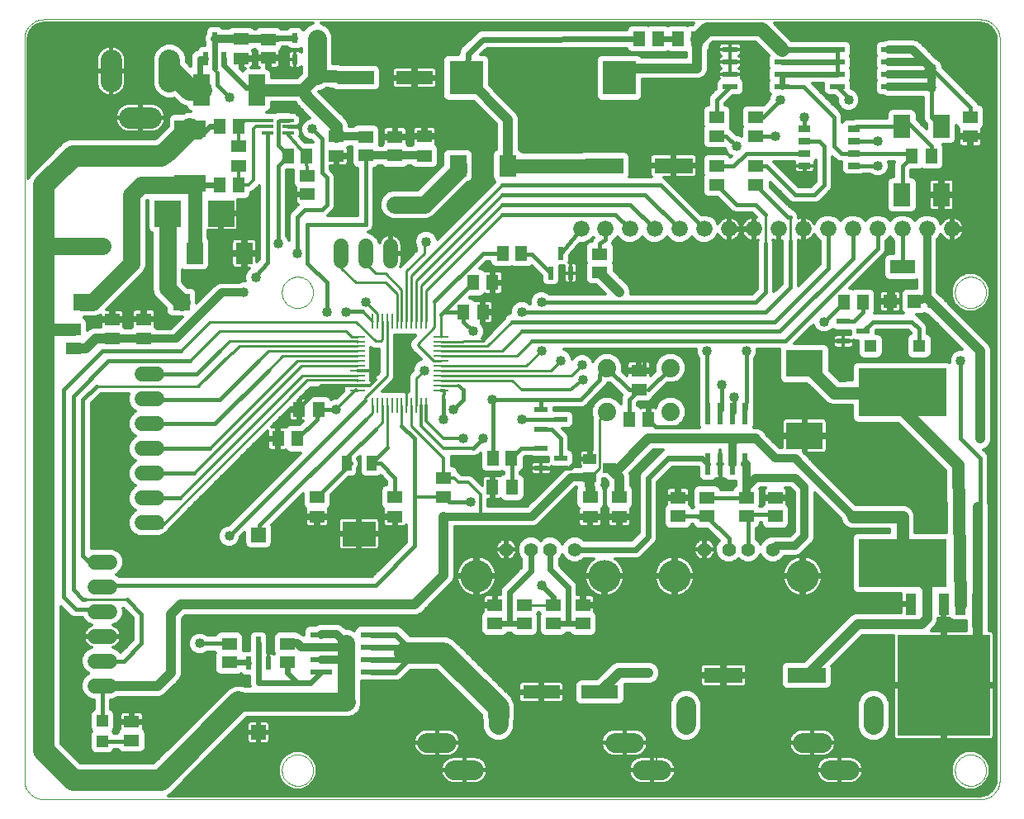
<source format=gtl>
G75*
G70*
%OFA0B0*%
%FSLAX24Y24*%
%IPPOS*%
%LPD*%
%AMOC8*
5,1,8,0,0,1.08239X$1,22.5*
%
%ADD10C,0.0000*%
%ADD11C,0.0787*%
%ADD12C,0.1306*%
%ADD13C,0.0554*%
%ADD14R,0.1063X0.1063*%
%ADD15C,0.0660*%
%ADD16R,0.0098X0.0591*%
%ADD17R,0.0591X0.0098*%
%ADD18R,0.0709X0.1260*%
%ADD19R,0.0709X0.0945*%
%ADD20R,0.0512X0.0630*%
%ADD21R,0.1496X0.0551*%
%ADD22R,0.1575X0.0630*%
%ADD23R,0.0630X0.0512*%
%ADD24R,0.1378X0.1378*%
%ADD25R,0.0220X0.0520*%
%ADD26R,0.1260X0.0709*%
%ADD27R,0.0500X0.0250*%
%ADD28R,0.0600X0.0220*%
%ADD29R,0.0594X0.0594*%
%ADD30R,0.0515X0.0515*%
%ADD31R,0.1339X0.0984*%
%ADD32R,0.0394X0.0591*%
%ADD33C,0.0600*%
%ADD34R,0.3543X0.1969*%
%ADD35R,0.0520X0.0390*%
%ADD36R,0.1535X0.0630*%
%ADD37R,0.0236X0.0866*%
%ADD38R,0.0866X0.0236*%
%ADD39R,0.0551X0.0551*%
%ADD40R,0.0984X0.0551*%
%ADD41C,0.0740*%
%ADD42R,0.0709X0.0866*%
%ADD43R,0.0472X0.0472*%
%ADD44R,0.3740X0.4098*%
%ADD45R,0.0420X0.0850*%
%ADD46R,0.1496X0.1102*%
%ADD47C,0.0860*%
%ADD48R,0.0460X0.0140*%
%ADD49R,0.0520X0.0220*%
%ADD50R,0.0709X0.0709*%
%ADD51R,0.0236X0.0394*%
%ADD52C,0.0120*%
%ADD53C,0.0160*%
%ADD54C,0.0400*%
%ADD55C,0.0100*%
%ADD56C,0.0060*%
%ADD57C,0.0240*%
%ADD58C,0.0320*%
%ADD59C,0.0400*%
%ADD60C,0.0760*%
%ADD61C,0.0500*%
%ADD62C,0.0700*%
%ADD63C,0.0560*%
%ADD64C,0.0150*%
D10*
X000947Y001087D02*
X038743Y001087D01*
X038743Y001088D02*
X038797Y001090D01*
X038850Y001095D01*
X038903Y001104D01*
X038955Y001117D01*
X039007Y001133D01*
X039057Y001153D01*
X039105Y001176D01*
X039152Y001203D01*
X039197Y001232D01*
X039240Y001265D01*
X039280Y001300D01*
X039318Y001338D01*
X039353Y001378D01*
X039386Y001421D01*
X039415Y001466D01*
X039442Y001513D01*
X039465Y001561D01*
X039485Y001611D01*
X039501Y001663D01*
X039514Y001715D01*
X039523Y001768D01*
X039528Y001821D01*
X039530Y001875D01*
X039530Y031796D01*
X039528Y031850D01*
X039523Y031903D01*
X039514Y031956D01*
X039501Y032008D01*
X039485Y032060D01*
X039465Y032110D01*
X039442Y032158D01*
X039415Y032205D01*
X039386Y032250D01*
X039353Y032293D01*
X039318Y032333D01*
X039280Y032371D01*
X039240Y032406D01*
X039197Y032439D01*
X039152Y032468D01*
X039105Y032495D01*
X039057Y032518D01*
X039007Y032538D01*
X038955Y032554D01*
X038903Y032567D01*
X038850Y032576D01*
X038797Y032581D01*
X038743Y032583D01*
X000947Y032583D01*
X000893Y032581D01*
X000840Y032576D01*
X000787Y032567D01*
X000735Y032554D01*
X000683Y032538D01*
X000633Y032518D01*
X000585Y032495D01*
X000538Y032468D01*
X000493Y032439D01*
X000450Y032406D01*
X000410Y032371D01*
X000372Y032333D01*
X000337Y032293D01*
X000304Y032250D01*
X000275Y032205D01*
X000248Y032158D01*
X000225Y032110D01*
X000205Y032060D01*
X000189Y032008D01*
X000176Y031956D01*
X000167Y031903D01*
X000162Y031850D01*
X000160Y031796D01*
X000160Y001875D01*
X000162Y001821D01*
X000167Y001768D01*
X000176Y001715D01*
X000189Y001663D01*
X000205Y001611D01*
X000225Y001561D01*
X000248Y001513D01*
X000275Y001466D01*
X000304Y001421D01*
X000337Y001378D01*
X000372Y001338D01*
X000410Y001300D01*
X000450Y001265D01*
X000493Y001232D01*
X000538Y001203D01*
X000585Y001176D01*
X000633Y001153D01*
X000683Y001133D01*
X000735Y001117D01*
X000787Y001104D01*
X000840Y001095D01*
X000893Y001090D01*
X000947Y001088D01*
X010554Y002269D02*
X010556Y002319D01*
X010562Y002369D01*
X010572Y002418D01*
X010586Y002466D01*
X010603Y002513D01*
X010624Y002558D01*
X010649Y002602D01*
X010677Y002643D01*
X010709Y002682D01*
X010743Y002719D01*
X010780Y002753D01*
X010820Y002783D01*
X010862Y002810D01*
X010906Y002834D01*
X010952Y002855D01*
X010999Y002871D01*
X011047Y002884D01*
X011097Y002893D01*
X011146Y002898D01*
X011197Y002899D01*
X011247Y002896D01*
X011296Y002889D01*
X011345Y002878D01*
X011393Y002863D01*
X011439Y002845D01*
X011484Y002823D01*
X011527Y002797D01*
X011568Y002768D01*
X011607Y002736D01*
X011643Y002701D01*
X011675Y002663D01*
X011705Y002623D01*
X011732Y002580D01*
X011755Y002536D01*
X011774Y002490D01*
X011790Y002442D01*
X011802Y002393D01*
X011810Y002344D01*
X011814Y002294D01*
X011814Y002244D01*
X011810Y002194D01*
X011802Y002145D01*
X011790Y002096D01*
X011774Y002048D01*
X011755Y002002D01*
X011732Y001958D01*
X011705Y001915D01*
X011675Y001875D01*
X011643Y001837D01*
X011607Y001802D01*
X011568Y001770D01*
X011527Y001741D01*
X011484Y001715D01*
X011439Y001693D01*
X011393Y001675D01*
X011345Y001660D01*
X011296Y001649D01*
X011247Y001642D01*
X011197Y001639D01*
X011146Y001640D01*
X011097Y001645D01*
X011047Y001654D01*
X010999Y001667D01*
X010952Y001683D01*
X010906Y001704D01*
X010862Y001728D01*
X010820Y001755D01*
X010780Y001785D01*
X010743Y001819D01*
X010709Y001856D01*
X010677Y001895D01*
X010649Y001936D01*
X010624Y001980D01*
X010603Y002025D01*
X010586Y002072D01*
X010572Y002120D01*
X010562Y002169D01*
X010556Y002219D01*
X010554Y002269D01*
X010554Y021560D02*
X010556Y021610D01*
X010562Y021660D01*
X010572Y021709D01*
X010586Y021757D01*
X010603Y021804D01*
X010624Y021849D01*
X010649Y021893D01*
X010677Y021934D01*
X010709Y021973D01*
X010743Y022010D01*
X010780Y022044D01*
X010820Y022074D01*
X010862Y022101D01*
X010906Y022125D01*
X010952Y022146D01*
X010999Y022162D01*
X011047Y022175D01*
X011097Y022184D01*
X011146Y022189D01*
X011197Y022190D01*
X011247Y022187D01*
X011296Y022180D01*
X011345Y022169D01*
X011393Y022154D01*
X011439Y022136D01*
X011484Y022114D01*
X011527Y022088D01*
X011568Y022059D01*
X011607Y022027D01*
X011643Y021992D01*
X011675Y021954D01*
X011705Y021914D01*
X011732Y021871D01*
X011755Y021827D01*
X011774Y021781D01*
X011790Y021733D01*
X011802Y021684D01*
X011810Y021635D01*
X011814Y021585D01*
X011814Y021535D01*
X011810Y021485D01*
X011802Y021436D01*
X011790Y021387D01*
X011774Y021339D01*
X011755Y021293D01*
X011732Y021249D01*
X011705Y021206D01*
X011675Y021166D01*
X011643Y021128D01*
X011607Y021093D01*
X011568Y021061D01*
X011527Y021032D01*
X011484Y021006D01*
X011439Y020984D01*
X011393Y020966D01*
X011345Y020951D01*
X011296Y020940D01*
X011247Y020933D01*
X011197Y020930D01*
X011146Y020931D01*
X011097Y020936D01*
X011047Y020945D01*
X010999Y020958D01*
X010952Y020974D01*
X010906Y020995D01*
X010862Y021019D01*
X010820Y021046D01*
X010780Y021076D01*
X010743Y021110D01*
X010709Y021147D01*
X010677Y021186D01*
X010649Y021227D01*
X010624Y021271D01*
X010603Y021316D01*
X010586Y021363D01*
X010572Y021411D01*
X010562Y021460D01*
X010556Y021510D01*
X010554Y021560D01*
X037719Y021560D02*
X037721Y021610D01*
X037727Y021660D01*
X037737Y021709D01*
X037751Y021757D01*
X037768Y021804D01*
X037789Y021849D01*
X037814Y021893D01*
X037842Y021934D01*
X037874Y021973D01*
X037908Y022010D01*
X037945Y022044D01*
X037985Y022074D01*
X038027Y022101D01*
X038071Y022125D01*
X038117Y022146D01*
X038164Y022162D01*
X038212Y022175D01*
X038262Y022184D01*
X038311Y022189D01*
X038362Y022190D01*
X038412Y022187D01*
X038461Y022180D01*
X038510Y022169D01*
X038558Y022154D01*
X038604Y022136D01*
X038649Y022114D01*
X038692Y022088D01*
X038733Y022059D01*
X038772Y022027D01*
X038808Y021992D01*
X038840Y021954D01*
X038870Y021914D01*
X038897Y021871D01*
X038920Y021827D01*
X038939Y021781D01*
X038955Y021733D01*
X038967Y021684D01*
X038975Y021635D01*
X038979Y021585D01*
X038979Y021535D01*
X038975Y021485D01*
X038967Y021436D01*
X038955Y021387D01*
X038939Y021339D01*
X038920Y021293D01*
X038897Y021249D01*
X038870Y021206D01*
X038840Y021166D01*
X038808Y021128D01*
X038772Y021093D01*
X038733Y021061D01*
X038692Y021032D01*
X038649Y021006D01*
X038604Y020984D01*
X038558Y020966D01*
X038510Y020951D01*
X038461Y020940D01*
X038412Y020933D01*
X038362Y020930D01*
X038311Y020931D01*
X038262Y020936D01*
X038212Y020945D01*
X038164Y020958D01*
X038117Y020974D01*
X038071Y020995D01*
X038027Y021019D01*
X037985Y021046D01*
X037945Y021076D01*
X037908Y021110D01*
X037874Y021147D01*
X037842Y021186D01*
X037814Y021227D01*
X037789Y021271D01*
X037768Y021316D01*
X037751Y021363D01*
X037737Y021411D01*
X037727Y021460D01*
X037721Y021510D01*
X037719Y021560D01*
X037719Y002269D02*
X037721Y002319D01*
X037727Y002369D01*
X037737Y002418D01*
X037751Y002466D01*
X037768Y002513D01*
X037789Y002558D01*
X037814Y002602D01*
X037842Y002643D01*
X037874Y002682D01*
X037908Y002719D01*
X037945Y002753D01*
X037985Y002783D01*
X038027Y002810D01*
X038071Y002834D01*
X038117Y002855D01*
X038164Y002871D01*
X038212Y002884D01*
X038262Y002893D01*
X038311Y002898D01*
X038362Y002899D01*
X038412Y002896D01*
X038461Y002889D01*
X038510Y002878D01*
X038558Y002863D01*
X038604Y002845D01*
X038649Y002823D01*
X038692Y002797D01*
X038733Y002768D01*
X038772Y002736D01*
X038808Y002701D01*
X038840Y002663D01*
X038870Y002623D01*
X038897Y002580D01*
X038920Y002536D01*
X038939Y002490D01*
X038955Y002442D01*
X038967Y002393D01*
X038975Y002344D01*
X038979Y002294D01*
X038979Y002244D01*
X038975Y002194D01*
X038967Y002145D01*
X038955Y002096D01*
X038939Y002048D01*
X038920Y002002D01*
X038897Y001958D01*
X038870Y001915D01*
X038840Y001875D01*
X038808Y001837D01*
X038772Y001802D01*
X038733Y001770D01*
X038692Y001741D01*
X038649Y001715D01*
X038604Y001693D01*
X038558Y001675D01*
X038510Y001660D01*
X038461Y001649D01*
X038412Y001642D01*
X038362Y001639D01*
X038311Y001640D01*
X038262Y001645D01*
X038212Y001654D01*
X038164Y001667D01*
X038117Y001683D01*
X038071Y001704D01*
X038027Y001728D01*
X037985Y001755D01*
X037945Y001785D01*
X037908Y001819D01*
X037874Y001856D01*
X037842Y001895D01*
X037814Y001936D01*
X037789Y001980D01*
X037768Y002025D01*
X037751Y002072D01*
X037737Y002120D01*
X037727Y002169D01*
X037721Y002219D01*
X037719Y002269D01*
D11*
X034445Y004087D02*
X034445Y004875D01*
X032359Y003379D02*
X031571Y003379D01*
X032674Y002276D02*
X033461Y002276D01*
X026871Y004087D02*
X026871Y004875D01*
X024784Y003379D02*
X023997Y003379D01*
X025099Y002276D02*
X025886Y002276D01*
X019296Y004087D02*
X019296Y004875D01*
X017209Y003379D02*
X016422Y003379D01*
X017524Y002276D02*
X018312Y002276D01*
D12*
X018407Y010113D03*
X023580Y010113D03*
X026403Y010113D03*
X031576Y010113D03*
D13*
X030367Y011180D03*
X029383Y011180D03*
X028596Y011180D03*
X027611Y011180D03*
X022371Y011180D03*
X021387Y011180D03*
X020600Y011180D03*
X019616Y011180D03*
D14*
X008097Y024745D03*
X005932Y024745D03*
D15*
X022636Y024119D03*
X023601Y024119D03*
X024601Y024119D03*
X025601Y024119D03*
X026601Y024119D03*
X027601Y024119D03*
X028601Y024119D03*
X029601Y024119D03*
X030601Y024119D03*
X031601Y024119D03*
X032601Y024119D03*
X033601Y024119D03*
X034601Y024119D03*
X035601Y024119D03*
X036601Y024119D03*
X037601Y024119D03*
D16*
X016377Y020387D03*
X016180Y020387D03*
X015983Y020387D03*
X015786Y020387D03*
X015589Y020387D03*
X015392Y020387D03*
X015195Y020387D03*
X014999Y020387D03*
X014802Y020387D03*
X014605Y020387D03*
X014408Y020387D03*
X014211Y020387D03*
X014211Y017001D03*
X014408Y017001D03*
X014605Y017001D03*
X014802Y017001D03*
X014999Y017001D03*
X015195Y017001D03*
X015392Y017001D03*
X015589Y017001D03*
X015786Y017001D03*
X015983Y017001D03*
X016180Y017001D03*
X016377Y017001D03*
D17*
X016987Y017611D03*
X016987Y017808D03*
X016987Y018005D03*
X016987Y018202D03*
X016987Y018398D03*
X016987Y018595D03*
X016987Y018792D03*
X016987Y018989D03*
X016987Y019186D03*
X016987Y019383D03*
X016987Y019580D03*
X016987Y019776D03*
X013601Y019776D03*
X013601Y019580D03*
X013601Y019383D03*
X013601Y019186D03*
X013601Y018989D03*
X013601Y018792D03*
X013601Y018595D03*
X013601Y018398D03*
X013601Y018202D03*
X013601Y018005D03*
X013601Y017808D03*
X013601Y017611D03*
D18*
X009530Y029729D03*
X007325Y029729D03*
D19*
X035583Y028253D03*
X037178Y028253D03*
X037178Y025497D03*
X035583Y025497D03*
D20*
X035987Y027072D03*
X036774Y027072D03*
X033999Y021166D03*
X033251Y021166D03*
X025357Y016442D03*
X024569Y016442D03*
X019825Y014867D03*
X019077Y014867D03*
X019058Y013686D03*
X019845Y013686D03*
X018664Y020772D03*
X017877Y020772D03*
X018270Y021954D03*
X019058Y021954D03*
X019471Y023135D03*
X020219Y023135D03*
X012046Y016835D03*
X011258Y016835D03*
X011184Y015654D03*
X010396Y015654D03*
X008802Y025891D03*
X008054Y025891D03*
X008054Y028253D03*
X008802Y028253D03*
X010810Y027072D03*
X011558Y027072D03*
X024983Y031796D03*
X025731Y031796D03*
X026538Y031796D03*
X027325Y031796D03*
D21*
X015908Y030221D03*
X013546Y030221D03*
X021026Y005418D03*
X023388Y005418D03*
D22*
X023566Y026678D03*
X026361Y026678D03*
D23*
X028113Y026658D03*
X028113Y025910D03*
X029688Y025910D03*
X029688Y026658D03*
X029688Y027879D03*
X029688Y028627D03*
X028113Y028627D03*
X028113Y027879D03*
X023388Y023115D03*
X023388Y022367D03*
X024963Y018391D03*
X024963Y017643D03*
X024176Y013292D03*
X024176Y012505D03*
X022995Y012505D03*
X022995Y013292D03*
X026538Y013272D03*
X026538Y012524D03*
X027719Y012524D03*
X027719Y013272D03*
X029294Y013272D03*
X029294Y012524D03*
X030475Y012524D03*
X030475Y013272D03*
X022699Y008942D03*
X022699Y008194D03*
X021518Y008194D03*
X021518Y008942D03*
X020337Y008942D03*
X020337Y008194D03*
X019156Y008194D03*
X019156Y008942D03*
X015121Y012505D03*
X015121Y013292D03*
X017089Y013312D03*
X017089Y014060D03*
X011971Y013292D03*
X011971Y012505D03*
X010790Y007367D03*
X010790Y006619D03*
X008428Y006619D03*
X008428Y007367D03*
X004491Y004217D03*
X004491Y003469D03*
X002129Y019316D03*
X002129Y020064D03*
X003703Y019709D03*
X003703Y020457D03*
X004983Y020477D03*
X004983Y019690D03*
X011577Y025517D03*
X011577Y026265D03*
X012758Y027072D03*
X012758Y027859D03*
X013940Y027839D03*
X013940Y027091D03*
X015121Y027091D03*
X015121Y027839D03*
X016302Y027859D03*
X016302Y027072D03*
X010003Y031028D03*
X010003Y031776D03*
X008920Y031796D03*
X008920Y031009D03*
X008821Y027465D03*
X008821Y026678D03*
X038349Y027859D03*
X038349Y028646D03*
D24*
X024176Y030221D03*
X017996Y030221D03*
D25*
X021814Y023141D03*
X022214Y022341D03*
X021414Y022341D03*
X008197Y031002D03*
X007477Y031002D03*
X007837Y031802D03*
X009609Y007393D03*
X010009Y006593D03*
X009209Y006593D03*
D26*
X006853Y025969D03*
X006853Y028174D03*
D27*
X031656Y028178D03*
X031656Y027678D03*
X031656Y027178D03*
X031656Y026678D03*
X033656Y026678D03*
X033656Y027178D03*
X033656Y027678D03*
X033656Y028178D03*
D28*
X032978Y029865D03*
X032978Y030365D03*
X032978Y030865D03*
X032978Y031365D03*
X035058Y031365D03*
X035058Y030865D03*
X035058Y030365D03*
X035058Y029865D03*
X030728Y029865D03*
X030728Y030365D03*
X030728Y030865D03*
X030728Y031365D03*
X028648Y031365D03*
X028648Y030865D03*
X028648Y030365D03*
X028648Y029865D03*
D29*
X009609Y011767D03*
X009609Y003794D03*
D30*
X034314Y019394D03*
X036282Y019394D03*
D31*
X013664Y011816D03*
D32*
X014164Y014650D03*
X013164Y014650D03*
D33*
X005503Y014261D02*
X004903Y014261D01*
X004903Y015261D02*
X005503Y015261D01*
X005503Y016261D02*
X004903Y016261D01*
X004903Y017261D02*
X005503Y017261D01*
X005503Y018261D02*
X004903Y018261D01*
X004903Y013261D02*
X005503Y013261D01*
X005503Y012261D02*
X004903Y012261D01*
X003610Y010674D02*
X003010Y010674D01*
X003010Y009674D02*
X003610Y009674D01*
X003610Y008674D02*
X003010Y008674D01*
X003010Y007674D02*
X003610Y007674D01*
X003610Y006674D02*
X003010Y006674D01*
X003010Y005674D02*
X003610Y005674D01*
X012940Y022835D02*
X012940Y023435D01*
X013940Y023435D02*
X013940Y022835D01*
X014940Y022835D02*
X014940Y023435D01*
D34*
X035593Y017524D03*
X035593Y010635D03*
D35*
X023788Y014473D03*
X022988Y014103D03*
X022988Y014843D03*
D36*
X028384Y006107D03*
X031731Y006107D03*
D37*
X029256Y014631D03*
X028756Y014631D03*
X028256Y014631D03*
X027756Y014631D03*
X027756Y016678D03*
X028256Y016678D03*
X028756Y016678D03*
X029256Y016678D03*
D38*
X014176Y007743D03*
X014176Y007243D03*
X014176Y006743D03*
X014176Y006243D03*
X012129Y006243D03*
X012129Y006743D03*
X012129Y007243D03*
X012129Y007743D03*
D39*
X035101Y021206D03*
X036085Y021206D03*
D40*
X035593Y022583D03*
D41*
X026243Y018513D03*
X026243Y016733D03*
X023683Y016733D03*
X023683Y018513D03*
D42*
X019668Y026678D03*
X017660Y026678D03*
X009038Y023135D03*
X007030Y023135D03*
D43*
X003310Y004257D03*
X003310Y003430D03*
D44*
X037266Y005698D03*
D45*
X037266Y008978D03*
X037936Y008978D03*
X038606Y008978D03*
X036596Y008978D03*
X035926Y008978D03*
D46*
X031656Y015772D03*
X031656Y018686D03*
D47*
X019296Y004786D02*
X017089Y006993D01*
X015908Y006993D01*
X015514Y006993D01*
X019296Y004786D02*
X019296Y004481D01*
X008821Y005024D02*
X005672Y001875D01*
X002129Y001875D01*
X000947Y003056D01*
X000947Y021166D01*
X000947Y023528D01*
X000947Y025891D01*
X002129Y027072D01*
X005672Y027072D01*
X005947Y027269D01*
X006853Y028174D01*
X006853Y029729D02*
X007325Y029729D01*
X006853Y029729D02*
X006022Y030572D01*
X006022Y030499D01*
X006022Y030069D02*
X006022Y030929D01*
X003660Y030929D02*
X003660Y030069D01*
X004411Y028609D02*
X005271Y028609D01*
D48*
X009986Y028513D03*
X009986Y028253D03*
X009986Y027993D03*
X010806Y027993D03*
X010806Y028253D03*
X010806Y028513D03*
D49*
X021020Y016842D03*
X021020Y016042D03*
X021020Y015267D03*
X021020Y014467D03*
X021820Y014867D03*
X021820Y016442D03*
X033225Y019585D03*
X033225Y020385D03*
X034025Y019985D03*
D50*
X006499Y021166D03*
X002483Y021166D03*
D51*
X011085Y030969D03*
X011085Y031835D03*
D52*
X011431Y032161D02*
X011424Y032180D01*
X011351Y032253D01*
X011255Y032292D01*
X010915Y032292D01*
X010820Y032253D01*
X010783Y032215D01*
X010502Y032215D01*
X010465Y032253D01*
X010369Y032292D01*
X009636Y032292D01*
X009540Y032253D01*
X009504Y032216D01*
X009438Y032216D01*
X009382Y032272D01*
X009287Y032312D01*
X008553Y032312D01*
X008458Y032272D01*
X008408Y032222D01*
X008155Y032222D01*
X008094Y032283D01*
X007999Y032322D01*
X007675Y032322D01*
X007580Y032283D01*
X007507Y032210D01*
X007467Y032114D01*
X007467Y032007D01*
X007417Y031886D01*
X007417Y031719D01*
X007457Y031622D01*
X007457Y031522D01*
X007315Y031522D01*
X007220Y031483D01*
X007147Y031410D01*
X007130Y031369D01*
X007092Y031352D01*
X007025Y031325D01*
X007023Y031322D01*
X007020Y031321D01*
X006969Y031269D01*
X006918Y031218D01*
X006917Y031215D01*
X006915Y031212D01*
X006888Y031145D01*
X006860Y031078D01*
X006860Y031075D01*
X006859Y031072D01*
X006860Y030999D01*
X006860Y030927D01*
X006862Y030924D01*
X006865Y030699D01*
X006712Y030855D01*
X006712Y031066D01*
X006607Y031320D01*
X006413Y031514D01*
X006159Y031619D01*
X005885Y031619D01*
X005631Y031514D01*
X005437Y031320D01*
X005332Y031066D01*
X005332Y030574D01*
X005331Y030439D01*
X005332Y030437D01*
X005332Y029932D01*
X005437Y029678D01*
X005631Y029484D01*
X005885Y029379D01*
X006159Y029379D01*
X006209Y029399D01*
X006267Y029341D01*
X006268Y029338D01*
X006363Y029243D01*
X006458Y029147D01*
X006460Y029146D01*
X006462Y029144D01*
X006587Y029093D01*
X006711Y029040D01*
X006713Y029040D01*
X006714Y029040D01*
X006751Y028952D01*
X006824Y028879D01*
X006859Y028864D01*
X006716Y028864D01*
X006533Y028788D01*
X006171Y028788D01*
X006076Y028749D01*
X006003Y028676D01*
X005963Y028580D01*
X005963Y028260D01*
X005500Y027797D01*
X005451Y027762D01*
X001991Y027762D01*
X001738Y027657D01*
X001544Y027463D01*
X000362Y026281D01*
X000320Y026179D01*
X000320Y031796D01*
X000328Y031894D01*
X000388Y032081D01*
X000504Y032240D01*
X000663Y032355D01*
X000849Y032416D01*
X000947Y032423D01*
X011813Y032423D01*
X011608Y032339D01*
X011431Y032161D01*
X011350Y032253D02*
X011523Y032253D01*
X011688Y032371D02*
X000713Y032371D01*
X000522Y032253D02*
X007550Y032253D01*
X007476Y032134D02*
X000427Y032134D01*
X000367Y032016D02*
X007467Y032016D01*
X007422Y031897D02*
X000329Y031897D01*
X000320Y031779D02*
X007417Y031779D01*
X007441Y031660D02*
X000320Y031660D01*
X000320Y031542D02*
X005699Y031542D01*
X005541Y031423D02*
X003983Y031423D01*
X003969Y031433D02*
X003886Y031476D01*
X003798Y031504D01*
X003706Y031519D01*
X003679Y031519D01*
X003679Y030518D01*
X003641Y030518D01*
X003641Y031519D01*
X003614Y031519D01*
X003522Y031504D01*
X003434Y031476D01*
X003351Y031433D01*
X003276Y031379D01*
X003210Y031313D01*
X003155Y031238D01*
X003113Y031155D01*
X003085Y031067D01*
X003070Y030975D01*
X003070Y030518D01*
X003641Y030518D01*
X003641Y030480D01*
X003070Y030480D01*
X003070Y030022D01*
X003085Y029931D01*
X003113Y029842D01*
X003155Y029760D01*
X003210Y029684D01*
X003276Y029619D01*
X003351Y029564D01*
X003434Y029522D01*
X003522Y029493D01*
X003614Y029479D01*
X003641Y029479D01*
X003641Y030480D01*
X003679Y030480D01*
X003679Y030518D01*
X004250Y030518D01*
X004250Y030975D01*
X004235Y031067D01*
X004207Y031155D01*
X004165Y031238D01*
X004110Y031313D01*
X004044Y031379D01*
X003969Y031433D01*
X004116Y031305D02*
X005431Y031305D01*
X005382Y031186D02*
X004191Y031186D01*
X004235Y031068D02*
X005333Y031068D01*
X005332Y030949D02*
X004250Y030949D01*
X004250Y030831D02*
X005332Y030831D01*
X005332Y030712D02*
X004250Y030712D01*
X004250Y030594D02*
X005332Y030594D01*
X005332Y030475D02*
X004250Y030475D01*
X004250Y030480D02*
X003679Y030480D01*
X003679Y029479D01*
X003706Y029479D01*
X003798Y029493D01*
X003886Y029522D01*
X003969Y029564D01*
X004044Y029619D01*
X004110Y029684D01*
X004165Y029760D01*
X004207Y029842D01*
X004235Y029931D01*
X004250Y030022D01*
X004250Y030480D01*
X004250Y030357D02*
X005332Y030357D01*
X005332Y030238D02*
X004250Y030238D01*
X004250Y030120D02*
X005332Y030120D01*
X005332Y030001D02*
X004247Y030001D01*
X004220Y029883D02*
X005352Y029883D01*
X005401Y029764D02*
X004167Y029764D01*
X004072Y029646D02*
X005469Y029646D01*
X005588Y029527D02*
X003897Y029527D01*
X003679Y029527D02*
X003641Y029527D01*
X003641Y029646D02*
X003679Y029646D01*
X003679Y029764D02*
X003641Y029764D01*
X003641Y029883D02*
X003679Y029883D01*
X003679Y030001D02*
X003641Y030001D01*
X003641Y030120D02*
X003679Y030120D01*
X003679Y030238D02*
X003641Y030238D01*
X003641Y030357D02*
X003679Y030357D01*
X003679Y030475D02*
X003641Y030475D01*
X003641Y030594D02*
X003679Y030594D01*
X003679Y030712D02*
X003641Y030712D01*
X003641Y030831D02*
X003679Y030831D01*
X003679Y030949D02*
X003641Y030949D01*
X003641Y031068D02*
X003679Y031068D01*
X003679Y031186D02*
X003641Y031186D01*
X003641Y031305D02*
X003679Y031305D01*
X003679Y031423D02*
X003641Y031423D01*
X003337Y031423D02*
X000320Y031423D01*
X000320Y031305D02*
X003204Y031305D01*
X003129Y031186D02*
X000320Y031186D01*
X000320Y031068D02*
X003085Y031068D01*
X003070Y030949D02*
X000320Y030949D01*
X000320Y030831D02*
X003070Y030831D01*
X003070Y030712D02*
X000320Y030712D01*
X000320Y030594D02*
X003070Y030594D01*
X003070Y030475D02*
X000320Y030475D01*
X000320Y030357D02*
X003070Y030357D01*
X003070Y030238D02*
X000320Y030238D01*
X000320Y030120D02*
X003070Y030120D01*
X003073Y030001D02*
X000320Y030001D01*
X000320Y029883D02*
X003100Y029883D01*
X003153Y029764D02*
X000320Y029764D01*
X000320Y029646D02*
X003248Y029646D01*
X003423Y029527D02*
X000320Y029527D01*
X000320Y029409D02*
X005812Y029409D01*
X005580Y029114D02*
X005498Y029156D01*
X005409Y029185D01*
X005318Y029199D01*
X004860Y029199D01*
X004860Y028628D01*
X004822Y028628D01*
X004822Y028590D01*
X004860Y028590D01*
X004860Y028019D01*
X005318Y028019D01*
X005409Y028034D01*
X005498Y028062D01*
X005580Y028104D01*
X005655Y028159D01*
X005721Y028225D01*
X005776Y028300D01*
X005818Y028383D01*
X005847Y028471D01*
X005861Y028563D01*
X005861Y028590D01*
X004860Y028590D01*
X004860Y028628D01*
X005861Y028628D01*
X005861Y028655D01*
X005847Y028747D01*
X005818Y028836D01*
X005776Y028918D01*
X005721Y028993D01*
X005655Y029059D01*
X005580Y029114D01*
X005661Y029053D02*
X006679Y029053D01*
X006768Y028935D02*
X005764Y028935D01*
X005824Y028816D02*
X006601Y028816D01*
X006433Y029172D02*
X005448Y029172D01*
X005854Y028698D02*
X006025Y028698D01*
X005963Y028579D02*
X005861Y028579D01*
X005843Y028461D02*
X005963Y028461D01*
X005963Y028342D02*
X005797Y028342D01*
X005720Y028224D02*
X005927Y028224D01*
X005809Y028105D02*
X005582Y028105D01*
X005690Y027987D02*
X000320Y027987D01*
X000320Y028105D02*
X004100Y028105D01*
X004102Y028104D02*
X004185Y028062D01*
X004273Y028034D01*
X004365Y028019D01*
X004822Y028019D01*
X004822Y028590D01*
X003821Y028590D01*
X003821Y028563D01*
X003836Y028471D01*
X003864Y028383D01*
X003906Y028300D01*
X003961Y028225D01*
X004027Y028159D01*
X004102Y028104D01*
X003962Y028224D02*
X000320Y028224D01*
X000320Y028342D02*
X003885Y028342D01*
X003839Y028461D02*
X000320Y028461D01*
X000320Y028579D02*
X003821Y028579D01*
X003821Y028628D02*
X004822Y028628D01*
X004822Y029199D01*
X004365Y029199D01*
X004273Y029185D01*
X004185Y029156D01*
X004102Y029114D01*
X004027Y029059D01*
X003961Y028993D01*
X003906Y028918D01*
X003864Y028836D01*
X003836Y028747D01*
X003821Y028655D01*
X003821Y028628D01*
X003828Y028698D02*
X000320Y028698D01*
X000320Y028816D02*
X003858Y028816D01*
X003919Y028935D02*
X000320Y028935D01*
X000320Y029053D02*
X004021Y029053D01*
X004234Y029172D02*
X000320Y029172D01*
X000320Y029290D02*
X006316Y029290D01*
X007837Y030517D02*
X007936Y030418D01*
X007837Y030517D02*
X007837Y030615D01*
X006865Y030712D02*
X006852Y030712D01*
X006863Y030831D02*
X006736Y030831D01*
X006712Y030949D02*
X006860Y030949D01*
X006859Y031068D02*
X006711Y031068D01*
X006662Y031186D02*
X006904Y031186D01*
X007004Y031305D02*
X006613Y031305D01*
X006503Y031423D02*
X007161Y031423D01*
X007457Y031542D02*
X006345Y031542D01*
X008124Y032253D02*
X008438Y032253D01*
X009401Y032253D02*
X009541Y032253D01*
X010464Y032253D02*
X010820Y032253D01*
X010783Y031455D02*
X010570Y031450D01*
X010538Y031373D01*
X010476Y031311D01*
X010477Y031305D01*
X010888Y031305D01*
X010905Y031315D02*
X010869Y031294D01*
X010839Y031264D01*
X010818Y031228D01*
X010807Y031187D01*
X010807Y030969D01*
X010807Y030751D01*
X010818Y030711D01*
X010839Y030674D01*
X010869Y030644D01*
X010905Y030623D01*
X010946Y030612D01*
X011085Y030612D01*
X011085Y030969D01*
X011085Y030969D01*
X010807Y030969D01*
X011085Y030969D01*
X011085Y030969D01*
X011085Y030612D01*
X011224Y030612D01*
X011265Y030623D01*
X011302Y030644D01*
X011331Y030674D01*
X011331Y030401D01*
X011169Y030239D01*
X010144Y030239D01*
X010144Y030411D01*
X010105Y030506D01*
X010032Y030579D01*
X009943Y030616D01*
X009943Y030968D01*
X010063Y030968D01*
X010063Y031088D01*
X010477Y031088D01*
X010477Y031305D01*
X010477Y031186D02*
X010807Y031186D01*
X010807Y031068D02*
X010063Y031068D01*
X010063Y030968D02*
X010477Y030968D01*
X010477Y030751D01*
X010467Y030711D01*
X010446Y030674D01*
X010416Y030644D01*
X010379Y030623D01*
X010339Y030612D01*
X010063Y030612D01*
X010063Y030968D01*
X010063Y030949D02*
X009943Y030949D01*
X009943Y030968D02*
X009528Y030968D01*
X009528Y030751D01*
X009538Y030711D01*
X009560Y030674D01*
X009589Y030644D01*
X009626Y030623D01*
X009642Y030619D01*
X009323Y030619D01*
X009333Y030625D01*
X009363Y030655D01*
X009384Y030691D01*
X009395Y030732D01*
X009395Y030949D01*
X008980Y030949D01*
X008980Y031069D01*
X009395Y031069D01*
X009395Y031286D01*
X009385Y031323D01*
X009438Y031376D01*
X009466Y031376D01*
X009467Y031373D01*
X009529Y031311D01*
X009528Y031305D01*
X009390Y031305D01*
X009395Y031186D02*
X009528Y031186D01*
X009528Y031088D02*
X009528Y031305D01*
X009528Y031088D02*
X009943Y031088D01*
X009943Y030968D01*
X009943Y031068D02*
X008980Y031068D01*
X008980Y030949D02*
X009528Y030949D01*
X009528Y030831D02*
X009395Y030831D01*
X009390Y030712D02*
X009538Y030712D01*
X009943Y030712D02*
X010063Y030712D01*
X010063Y030831D02*
X009943Y030831D01*
X009997Y030594D02*
X011331Y030594D01*
X011331Y030475D02*
X010118Y030475D01*
X010144Y030357D02*
X011287Y030357D01*
X011085Y030712D02*
X011085Y030712D01*
X011085Y030831D02*
X011085Y030831D01*
X011085Y030949D02*
X011085Y030949D01*
X011085Y030969D02*
X011085Y031326D01*
X010946Y031326D01*
X010905Y031315D01*
X010915Y031379D02*
X011255Y031379D01*
X011331Y031410D01*
X011331Y031265D01*
X011302Y031294D01*
X011265Y031315D01*
X011224Y031326D01*
X011085Y031326D01*
X011085Y030969D01*
X011085Y030969D01*
X011085Y031068D02*
X011085Y031068D01*
X011085Y031186D02*
X011085Y031186D01*
X011085Y031305D02*
X011085Y031305D01*
X010915Y031379D02*
X010820Y031418D01*
X010783Y031455D01*
X010815Y031423D02*
X010559Y031423D01*
X010477Y030949D02*
X010807Y030949D01*
X010807Y030831D02*
X010477Y030831D01*
X010467Y030712D02*
X010818Y030712D01*
X011283Y031305D02*
X011331Y031305D01*
X012611Y031305D02*
X017700Y031305D01*
X017700Y031302D02*
X017696Y031294D01*
X017694Y031227D01*
X017689Y031170D01*
X017255Y031170D01*
X017159Y031131D01*
X017086Y031058D01*
X017047Y030962D01*
X017047Y029481D01*
X017086Y029385D01*
X017159Y029312D01*
X017255Y029272D01*
X018294Y029272D01*
X019208Y028359D01*
X019208Y027349D01*
X019166Y027331D01*
X019093Y027258D01*
X019054Y027163D01*
X019054Y026193D01*
X019093Y026098D01*
X019147Y026044D01*
X019133Y026011D01*
X016831Y023708D01*
X016767Y023864D01*
X016637Y023993D01*
X016468Y024063D01*
X016285Y024063D01*
X016116Y023993D01*
X015987Y023864D01*
X015917Y023695D01*
X015917Y023512D01*
X015987Y023343D01*
X015992Y023337D01*
X015992Y023263D01*
X015344Y022615D01*
X015366Y022658D01*
X015388Y022727D01*
X015400Y022798D01*
X015400Y023095D01*
X014980Y023095D01*
X014980Y023175D01*
X015400Y023175D01*
X015400Y023471D01*
X015388Y023542D01*
X015366Y023611D01*
X015333Y023676D01*
X015290Y023734D01*
X015239Y023786D01*
X015181Y023828D01*
X015116Y023861D01*
X015047Y023883D01*
X014980Y023894D01*
X014980Y023175D01*
X014900Y023175D01*
X014900Y023894D01*
X014832Y023883D01*
X014763Y023861D01*
X014698Y023828D01*
X014640Y023786D01*
X014589Y023734D01*
X014546Y023676D01*
X014513Y023611D01*
X014495Y023556D01*
X014414Y023752D01*
X014257Y023909D01*
X014052Y023994D01*
X014132Y024028D01*
X014228Y024123D01*
X014280Y024248D01*
X014280Y026575D01*
X014306Y026575D01*
X014402Y026615D01*
X014458Y026671D01*
X014602Y026671D01*
X014658Y026615D01*
X014754Y026575D01*
X015487Y026575D01*
X015583Y026615D01*
X015639Y026671D01*
X015765Y026671D01*
X015766Y026668D01*
X015839Y026595D01*
X015935Y026556D01*
X016668Y026556D01*
X016764Y026595D01*
X016837Y026668D01*
X016877Y026764D01*
X016877Y027379D01*
X016837Y027475D01*
X016767Y027545D01*
X016777Y027582D01*
X016777Y027799D01*
X016362Y027799D01*
X016362Y027919D01*
X016777Y027919D01*
X016777Y028136D01*
X016766Y028177D01*
X016745Y028213D01*
X016715Y028243D01*
X016678Y028264D01*
X016638Y028275D01*
X016362Y028275D01*
X016362Y027919D01*
X016242Y027919D01*
X016242Y028275D01*
X015966Y028275D01*
X015925Y028264D01*
X015889Y028243D01*
X015859Y028213D01*
X015838Y028177D01*
X015827Y028136D01*
X015827Y027919D01*
X016242Y027919D01*
X016242Y027799D01*
X015827Y027799D01*
X015827Y027582D01*
X015837Y027545D01*
X015803Y027511D01*
X015639Y027511D01*
X015594Y027557D01*
X015596Y027562D01*
X015596Y027779D01*
X015181Y027779D01*
X015181Y027899D01*
X015596Y027899D01*
X015596Y028116D01*
X015585Y028157D01*
X015564Y028194D01*
X015534Y028223D01*
X015497Y028244D01*
X015457Y028255D01*
X015181Y028255D01*
X015181Y027899D01*
X015061Y027899D01*
X015061Y027779D01*
X014646Y027779D01*
X014646Y027562D01*
X014647Y027557D01*
X014602Y027511D01*
X014506Y027511D01*
X014514Y027532D01*
X014514Y028147D01*
X014475Y028243D01*
X014402Y028316D01*
X014306Y028355D01*
X013573Y028355D01*
X013477Y028316D01*
X013441Y028279D01*
X013277Y028279D01*
X013268Y028288D01*
X013268Y028354D01*
X013191Y028542D01*
X013047Y028685D01*
X012053Y029680D01*
X012098Y029680D01*
X012334Y029777D01*
X012342Y029786D01*
X012607Y029769D01*
X012651Y029725D01*
X012746Y029686D01*
X014346Y029686D01*
X014441Y029725D01*
X014514Y029798D01*
X014554Y029894D01*
X014554Y030549D01*
X014514Y030644D01*
X014441Y030717D01*
X014346Y030757D01*
X013152Y030757D01*
X012611Y030791D01*
X012611Y031923D01*
X012514Y032159D01*
X012334Y032339D01*
X012129Y032423D01*
X027189Y032423D01*
X027137Y032371D01*
X027018Y032371D01*
X026932Y032335D01*
X026846Y032371D01*
X026230Y032371D01*
X026135Y032331D01*
X026134Y032331D01*
X026134Y032331D01*
X026038Y032371D01*
X025423Y032371D01*
X025357Y032344D01*
X025290Y032371D01*
X024675Y032371D01*
X024580Y032331D01*
X024507Y032258D01*
X024472Y032174D01*
X018689Y032156D01*
X018621Y032159D01*
X018614Y032156D01*
X018607Y032156D01*
X018543Y032130D01*
X018479Y032106D01*
X018474Y032101D01*
X018467Y032098D01*
X018419Y032049D01*
X017820Y031489D01*
X017769Y031445D01*
X017765Y031437D01*
X017759Y031431D01*
X017731Y031370D01*
X017701Y031311D01*
X017700Y031302D01*
X017691Y031186D02*
X012611Y031186D01*
X012611Y031068D02*
X017097Y031068D01*
X017047Y030949D02*
X012611Y030949D01*
X012611Y030831D02*
X017047Y030831D01*
X017047Y030712D02*
X014446Y030712D01*
X014535Y030594D02*
X015031Y030594D01*
X015032Y030595D02*
X015011Y030559D01*
X015000Y030518D01*
X015000Y030281D01*
X015848Y030281D01*
X015848Y030161D01*
X015968Y030161D01*
X015968Y029786D01*
X016677Y029786D01*
X016718Y029797D01*
X016754Y029818D01*
X016784Y029847D01*
X016805Y029884D01*
X016816Y029925D01*
X016816Y030161D01*
X015968Y030161D01*
X015968Y030281D01*
X016816Y030281D01*
X016816Y030518D01*
X016805Y030559D01*
X016784Y030595D01*
X016754Y030625D01*
X016718Y030646D01*
X016677Y030657D01*
X015968Y030657D01*
X015968Y030281D01*
X015848Y030281D01*
X015848Y030657D01*
X015139Y030657D01*
X015098Y030646D01*
X015062Y030625D01*
X015032Y030595D01*
X015000Y030475D02*
X014554Y030475D01*
X014554Y030357D02*
X015000Y030357D01*
X015000Y030161D02*
X015000Y029925D01*
X015011Y029884D01*
X015032Y029847D01*
X015062Y029818D01*
X015098Y029797D01*
X015139Y029786D01*
X015848Y029786D01*
X015848Y030161D01*
X015000Y030161D01*
X015000Y030120D02*
X014554Y030120D01*
X014554Y030238D02*
X015848Y030238D01*
X015848Y030120D02*
X015968Y030120D01*
X015968Y030238D02*
X017047Y030238D01*
X017047Y030120D02*
X016816Y030120D01*
X016816Y030001D02*
X017047Y030001D01*
X017047Y029883D02*
X016805Y029883D01*
X017047Y029764D02*
X014480Y029764D01*
X014549Y029883D02*
X015011Y029883D01*
X015000Y030001D02*
X014554Y030001D01*
X015848Y030001D02*
X015968Y030001D01*
X015968Y029883D02*
X015848Y029883D01*
X015848Y030357D02*
X015968Y030357D01*
X015968Y030475D02*
X015848Y030475D01*
X015848Y030594D02*
X015968Y030594D01*
X016785Y030594D02*
X017047Y030594D01*
X017047Y030475D02*
X016816Y030475D01*
X016816Y030357D02*
X017047Y030357D01*
X017047Y029646D02*
X012086Y029646D01*
X012205Y029527D02*
X017047Y029527D01*
X017076Y029409D02*
X012323Y029409D01*
X012442Y029290D02*
X017211Y029290D01*
X016734Y028224D02*
X019208Y028224D01*
X019208Y028342D02*
X014337Y028342D01*
X014483Y028224D02*
X014709Y028224D01*
X014707Y028223D02*
X014678Y028194D01*
X014657Y028157D01*
X014646Y028116D01*
X014646Y027899D01*
X015061Y027899D01*
X015061Y028255D01*
X014785Y028255D01*
X014744Y028244D01*
X014707Y028223D01*
X014646Y028105D02*
X014514Y028105D01*
X014514Y027987D02*
X014646Y027987D01*
X014514Y027868D02*
X015061Y027868D01*
X015061Y027987D02*
X015181Y027987D01*
X015181Y028105D02*
X015061Y028105D01*
X015061Y028224D02*
X015181Y028224D01*
X015533Y028224D02*
X015869Y028224D01*
X015827Y028105D02*
X015596Y028105D01*
X015596Y027987D02*
X015827Y027987D01*
X015827Y027750D02*
X015596Y027750D01*
X015596Y027631D02*
X015827Y027631D01*
X015804Y027513D02*
X015638Y027513D01*
X015181Y027868D02*
X016242Y027868D01*
X016242Y027987D02*
X016362Y027987D01*
X016362Y028105D02*
X016242Y028105D01*
X016242Y028224D02*
X016362Y028224D01*
X016362Y027868D02*
X019208Y027868D01*
X019208Y027750D02*
X016777Y027750D01*
X016777Y027631D02*
X019208Y027631D01*
X019208Y027513D02*
X016799Y027513D01*
X016870Y027394D02*
X019208Y027394D01*
X019111Y027276D02*
X018217Y027276D01*
X018235Y027258D02*
X018162Y027331D01*
X018066Y027371D01*
X017254Y027371D01*
X017158Y027331D01*
X017085Y027258D01*
X017046Y027163D01*
X017046Y026710D01*
X016049Y025713D01*
X014999Y025713D01*
X014775Y025620D01*
X014603Y025449D01*
X014511Y025224D01*
X014511Y024982D01*
X014603Y024758D01*
X014775Y024586D01*
X014999Y024493D01*
X016423Y024493D01*
X016647Y024586D01*
X016819Y024758D01*
X018046Y025985D01*
X018066Y025985D01*
X018162Y026024D01*
X018235Y026098D01*
X018274Y026193D01*
X018274Y027163D01*
X018235Y027258D01*
X018274Y027157D02*
X019054Y027157D01*
X019054Y027039D02*
X018274Y027039D01*
X018274Y026920D02*
X019054Y026920D01*
X019054Y026802D02*
X018274Y026802D01*
X018274Y026683D02*
X019054Y026683D01*
X019054Y026565D02*
X018274Y026565D01*
X018274Y026446D02*
X019054Y026446D01*
X019054Y026328D02*
X018274Y026328D01*
X018274Y026209D02*
X019054Y026209D01*
X019100Y026091D02*
X018228Y026091D01*
X018034Y025972D02*
X019095Y025972D01*
X018976Y025854D02*
X017915Y025854D01*
X017797Y025735D02*
X018858Y025735D01*
X018739Y025617D02*
X017678Y025617D01*
X017560Y025498D02*
X018621Y025498D01*
X018502Y025380D02*
X017441Y025380D01*
X017323Y025261D02*
X018384Y025261D01*
X018265Y025143D02*
X017204Y025143D01*
X017086Y025024D02*
X018147Y025024D01*
X018028Y024906D02*
X016967Y024906D01*
X016849Y024787D02*
X017910Y024787D01*
X017791Y024669D02*
X016730Y024669D01*
X016561Y024550D02*
X017673Y024550D01*
X017554Y024432D02*
X014280Y024432D01*
X014280Y024550D02*
X014861Y024550D01*
X014692Y024669D02*
X014280Y024669D01*
X014280Y024787D02*
X014591Y024787D01*
X014542Y024906D02*
X014280Y024906D01*
X014280Y025024D02*
X014511Y025024D01*
X014511Y025143D02*
X014280Y025143D01*
X014280Y025261D02*
X014526Y025261D01*
X014575Y025380D02*
X014280Y025380D01*
X014280Y025498D02*
X014653Y025498D01*
X014772Y025617D02*
X014280Y025617D01*
X014280Y025735D02*
X016071Y025735D01*
X016190Y025854D02*
X014280Y025854D01*
X014280Y025972D02*
X016308Y025972D01*
X016427Y026091D02*
X014280Y026091D01*
X014280Y026209D02*
X016545Y026209D01*
X016664Y026328D02*
X014280Y026328D01*
X014280Y026446D02*
X016782Y026446D01*
X016691Y026565D02*
X016901Y026565D01*
X016843Y026683D02*
X017019Y026683D01*
X017046Y026802D02*
X016877Y026802D01*
X016877Y026920D02*
X017046Y026920D01*
X017046Y027039D02*
X016877Y027039D01*
X016877Y027157D02*
X017046Y027157D01*
X017103Y027276D02*
X016877Y027276D01*
X016777Y027987D02*
X019208Y027987D01*
X019208Y028105D02*
X016777Y028105D01*
X018395Y029172D02*
X012560Y029172D01*
X012679Y029053D02*
X018513Y029053D01*
X018632Y028935D02*
X012797Y028935D01*
X012916Y028816D02*
X018750Y028816D01*
X018869Y028698D02*
X013034Y028698D01*
X013047Y028685D02*
X013047Y028685D01*
X013153Y028579D02*
X018987Y028579D01*
X019106Y028461D02*
X013224Y028461D01*
X013268Y028342D02*
X013542Y028342D01*
X013381Y027439D02*
X013365Y027399D01*
X013365Y026784D01*
X013404Y026688D01*
X013477Y026615D01*
X013573Y026575D01*
X013600Y026575D01*
X013600Y024656D01*
X012398Y024656D01*
X012557Y024815D01*
X012653Y024911D01*
X012705Y025036D01*
X012705Y026253D01*
X012653Y026378D01*
X012508Y026524D01*
X012508Y026656D01*
X012698Y026656D01*
X012698Y027012D01*
X012508Y027012D01*
X012508Y027132D01*
X012698Y027132D01*
X012698Y027012D01*
X012818Y027012D01*
X012818Y026656D01*
X013094Y026656D01*
X013135Y026667D01*
X013172Y026688D01*
X013201Y026718D01*
X013222Y026754D01*
X013233Y026795D01*
X013233Y027012D01*
X012818Y027012D01*
X012818Y027132D01*
X013233Y027132D01*
X013233Y027349D01*
X013223Y027386D01*
X013277Y027439D01*
X013381Y027439D01*
X013365Y027394D02*
X013232Y027394D01*
X013233Y027276D02*
X013365Y027276D01*
X013365Y027157D02*
X013233Y027157D01*
X013365Y027039D02*
X012818Y027039D01*
X012818Y026920D02*
X012698Y026920D01*
X012698Y026802D02*
X012818Y026802D01*
X012818Y026683D02*
X012698Y026683D01*
X012508Y026565D02*
X013600Y026565D01*
X013600Y026446D02*
X012585Y026446D01*
X012674Y026328D02*
X013600Y026328D01*
X013600Y026209D02*
X012705Y026209D01*
X012705Y026091D02*
X013600Y026091D01*
X013600Y025972D02*
X012705Y025972D01*
X012705Y025854D02*
X013600Y025854D01*
X013600Y025735D02*
X012705Y025735D01*
X012705Y025617D02*
X013600Y025617D01*
X013600Y025498D02*
X012705Y025498D01*
X012705Y025380D02*
X013600Y025380D01*
X013600Y025261D02*
X012705Y025261D01*
X012705Y025143D02*
X013600Y025143D01*
X013600Y025024D02*
X012700Y025024D01*
X012648Y024906D02*
X013600Y024906D01*
X013600Y024787D02*
X012530Y024787D01*
X012411Y024669D02*
X013600Y024669D01*
X014280Y024313D02*
X017436Y024313D01*
X017317Y024195D02*
X014258Y024195D01*
X014181Y024076D02*
X017199Y024076D01*
X017080Y023958D02*
X016672Y023958D01*
X016777Y023839D02*
X016962Y023839D01*
X016843Y023721D02*
X016826Y023721D01*
X016081Y023958D02*
X014140Y023958D01*
X014327Y023839D02*
X014721Y023839D01*
X014900Y023839D02*
X014980Y023839D01*
X014980Y023721D02*
X014900Y023721D01*
X014900Y023602D02*
X014980Y023602D01*
X014980Y023484D02*
X014900Y023484D01*
X014900Y023365D02*
X014980Y023365D01*
X014980Y023247D02*
X014900Y023247D01*
X014980Y023128D02*
X015857Y023128D01*
X015739Y023010D02*
X015400Y023010D01*
X015400Y022891D02*
X015620Y022891D01*
X015502Y022773D02*
X015395Y022773D01*
X015383Y022654D02*
X015364Y022654D01*
X015400Y023247D02*
X015976Y023247D01*
X015977Y023365D02*
X015400Y023365D01*
X015397Y023484D02*
X015928Y023484D01*
X015917Y023602D02*
X015369Y023602D01*
X015300Y023721D02*
X015927Y023721D01*
X015977Y023839D02*
X015158Y023839D01*
X014579Y023721D02*
X014427Y023721D01*
X014476Y023602D02*
X014510Y023602D01*
X014280Y026565D02*
X015913Y026565D01*
X014604Y027513D02*
X014507Y027513D01*
X014514Y027631D02*
X014646Y027631D01*
X014646Y027750D02*
X014514Y027750D01*
X013365Y026920D02*
X013233Y026920D01*
X013233Y026802D02*
X013365Y026802D01*
X013409Y026683D02*
X013164Y026683D01*
X012698Y027039D02*
X012508Y027039D01*
X011801Y027647D02*
X011474Y027647D01*
X011289Y027855D01*
X011296Y027871D01*
X011296Y028114D01*
X011257Y028210D01*
X011214Y028253D01*
X011257Y028295D01*
X011296Y028391D01*
X011296Y028634D01*
X011257Y028730D01*
X011183Y028803D01*
X011088Y028843D01*
X010898Y028843D01*
X010874Y028853D01*
X010392Y028853D01*
X010318Y028822D01*
X010268Y028843D01*
X009945Y028843D01*
X010032Y028879D01*
X010105Y028952D01*
X010144Y029047D01*
X010144Y029219D01*
X011108Y029219D01*
X011125Y029193D01*
X011145Y029145D01*
X011181Y029109D01*
X011209Y029067D01*
X011252Y029038D01*
X011678Y028612D01*
X011514Y028544D01*
X011384Y028415D01*
X011314Y028246D01*
X011314Y028063D01*
X011384Y027894D01*
X011514Y027764D01*
X011683Y027694D01*
X011753Y027694D01*
X011801Y027647D01*
X011548Y027750D02*
X011383Y027750D01*
X011410Y027868D02*
X011295Y027868D01*
X011296Y027987D02*
X011346Y027987D01*
X011314Y028105D02*
X011296Y028105D01*
X011314Y028224D02*
X011243Y028224D01*
X011276Y028342D02*
X011354Y028342D01*
X011296Y028461D02*
X011430Y028461D01*
X011296Y028579D02*
X011598Y028579D01*
X011592Y028698D02*
X011270Y028698D01*
X011151Y028816D02*
X011473Y028816D01*
X011355Y028935D02*
X010088Y028935D01*
X010144Y029053D02*
X011229Y029053D01*
X011134Y029172D02*
X010144Y029172D01*
X009986Y028513D02*
X009062Y028513D01*
X008802Y028253D01*
X008802Y027485D01*
X008821Y027465D01*
X008821Y026678D02*
X008821Y025910D01*
X008802Y025891D01*
X009215Y025891D01*
X009412Y026087D01*
X009412Y028154D01*
X009510Y028253D01*
X009986Y028253D01*
X010770Y027957D02*
X010806Y027993D01*
X010770Y027957D02*
X011558Y027072D01*
X011577Y026265D01*
X011002Y026209D02*
X010736Y026209D01*
X010736Y026091D02*
X011002Y026091D01*
X011002Y025972D02*
X010736Y025972D01*
X010736Y025854D02*
X011049Y025854D01*
X011042Y025861D02*
X011104Y025799D01*
X011102Y025794D01*
X011102Y025577D01*
X011517Y025577D01*
X011517Y025457D01*
X011102Y025457D01*
X011102Y025240D01*
X011113Y025199D01*
X011134Y025162D01*
X011164Y025133D01*
X011201Y025112D01*
X011203Y025111D01*
X011191Y025099D01*
X010895Y024804D01*
X010844Y024679D01*
X010844Y023650D01*
X010786Y023789D01*
X010736Y023839D01*
X010736Y026497D01*
X011002Y026497D01*
X011002Y025957D01*
X011042Y025861D01*
X011102Y025735D02*
X010736Y025735D01*
X010736Y025617D02*
X011102Y025617D01*
X011102Y025380D02*
X010736Y025380D01*
X010736Y025498D02*
X011517Y025498D01*
X011102Y025261D02*
X010736Y025261D01*
X010736Y025143D02*
X011154Y025143D01*
X011116Y025024D02*
X010736Y025024D01*
X010736Y024906D02*
X010998Y024906D01*
X010889Y024787D02*
X010736Y024787D01*
X010736Y024669D02*
X010844Y024669D01*
X010844Y024550D02*
X010736Y024550D01*
X010736Y024432D02*
X010844Y024432D01*
X010844Y024313D02*
X010736Y024313D01*
X010736Y024195D02*
X010844Y024195D01*
X010844Y024076D02*
X010736Y024076D01*
X010736Y023958D02*
X010844Y023958D01*
X010844Y023839D02*
X010736Y023839D01*
X010814Y023721D02*
X010844Y023721D01*
X009646Y023721D02*
X009439Y023721D01*
X009454Y023717D02*
X009413Y023728D01*
X009098Y023728D01*
X009098Y023195D01*
X008978Y023195D01*
X008978Y023728D01*
X008663Y023728D01*
X008622Y023717D01*
X008585Y023696D01*
X008556Y023666D01*
X008535Y023629D01*
X008524Y023589D01*
X008524Y023195D01*
X008978Y023195D01*
X008978Y023075D01*
X008524Y023075D01*
X008524Y022681D01*
X008535Y022640D01*
X008556Y022603D01*
X008585Y022574D01*
X008622Y022552D01*
X008663Y022542D01*
X008978Y022542D01*
X008978Y023075D01*
X009098Y023075D01*
X009098Y023195D01*
X009552Y023195D01*
X009552Y023589D01*
X009541Y023629D01*
X009520Y023666D01*
X009491Y023696D01*
X009454Y023717D01*
X009549Y023602D02*
X009646Y023602D01*
X009646Y023484D02*
X009552Y023484D01*
X009552Y023365D02*
X009646Y023365D01*
X009646Y023247D02*
X009552Y023247D01*
X009646Y023128D02*
X009098Y023128D01*
X009098Y023075D02*
X009552Y023075D01*
X009552Y022791D01*
X009646Y022892D01*
X009646Y025869D01*
X009593Y025816D01*
X009396Y025619D01*
X009318Y025587D01*
X009318Y025524D01*
X009278Y025428D01*
X009205Y025355D01*
X009109Y025316D01*
X008784Y025316D01*
X008789Y025297D01*
X008789Y024805D01*
X008157Y024805D01*
X008157Y024685D01*
X008789Y024685D01*
X008789Y024192D01*
X008778Y024152D01*
X008757Y024115D01*
X008727Y024085D01*
X008690Y024064D01*
X008650Y024053D01*
X008157Y024053D01*
X008157Y024685D01*
X008037Y024685D01*
X008037Y024053D01*
X007570Y024053D01*
X007570Y023750D01*
X007605Y023715D01*
X007644Y023619D01*
X007644Y022650D01*
X007605Y022554D01*
X007532Y022481D01*
X007436Y022442D01*
X006624Y022442D01*
X006542Y022476D01*
X006542Y021986D01*
X006747Y021780D01*
X006905Y021780D01*
X007000Y021741D01*
X007073Y021668D01*
X007113Y021572D01*
X007113Y021134D01*
X007776Y021798D01*
X007895Y021916D01*
X008049Y021980D01*
X008830Y021980D01*
X008927Y022020D01*
X009067Y022020D01*
X009050Y022059D01*
X009050Y022242D01*
X009120Y022411D01*
X009250Y022540D01*
X009253Y022542D01*
X009098Y022542D01*
X009098Y023075D01*
X009098Y023010D02*
X008978Y023010D01*
X008978Y023128D02*
X007644Y023128D01*
X007644Y023010D02*
X008524Y023010D01*
X008524Y022891D02*
X007644Y022891D01*
X007644Y022773D02*
X008524Y022773D01*
X008531Y022654D02*
X007644Y022654D01*
X007586Y022536D02*
X009245Y022536D01*
X009127Y022417D02*
X006542Y022417D01*
X006542Y022299D02*
X009074Y022299D01*
X009050Y022180D02*
X006542Y022180D01*
X006542Y022062D02*
X009050Y022062D01*
X009098Y022654D02*
X008978Y022654D01*
X008978Y022773D02*
X009098Y022773D01*
X009098Y022891D02*
X008978Y022891D01*
X008978Y023247D02*
X009098Y023247D01*
X009098Y023365D02*
X008978Y023365D01*
X008978Y023484D02*
X009098Y023484D01*
X009098Y023602D02*
X008978Y023602D01*
X008978Y023721D02*
X009098Y023721D01*
X008711Y024076D02*
X009646Y024076D01*
X009646Y023958D02*
X007570Y023958D01*
X007570Y023839D02*
X009646Y023839D01*
X009646Y024195D02*
X008789Y024195D01*
X008789Y024313D02*
X009646Y024313D01*
X009646Y024432D02*
X008789Y024432D01*
X008789Y024550D02*
X009646Y024550D01*
X009646Y024669D02*
X008789Y024669D01*
X008789Y024906D02*
X009646Y024906D01*
X009646Y025024D02*
X008789Y025024D01*
X008789Y025143D02*
X009646Y025143D01*
X009646Y025261D02*
X008789Y025261D01*
X009230Y025380D02*
X009646Y025380D01*
X009646Y025498D02*
X009307Y025498D01*
X009391Y025617D02*
X009646Y025617D01*
X009646Y025735D02*
X009513Y025735D01*
X009631Y025854D02*
X009646Y025854D01*
X009646Y024787D02*
X008157Y024787D01*
X008157Y024669D02*
X008037Y024669D01*
X008037Y024550D02*
X008157Y024550D01*
X008157Y024432D02*
X008037Y024432D01*
X008037Y024313D02*
X008157Y024313D01*
X008157Y024195D02*
X008037Y024195D01*
X008037Y024076D02*
X008157Y024076D01*
X008637Y023721D02*
X007599Y023721D01*
X007644Y023602D02*
X008527Y023602D01*
X008524Y023484D02*
X007644Y023484D01*
X007644Y023365D02*
X008524Y023365D01*
X008524Y023247D02*
X007644Y023247D01*
X007961Y021943D02*
X006584Y021943D01*
X006702Y021825D02*
X007804Y021825D01*
X007685Y021706D02*
X007035Y021706D01*
X007106Y021588D02*
X007567Y021588D01*
X007448Y021469D02*
X007113Y021469D01*
X007113Y021351D02*
X007330Y021351D01*
X007211Y021232D02*
X007113Y021232D01*
X006530Y020552D02*
X006088Y020110D01*
X005501Y020110D01*
X005448Y020163D01*
X005458Y020200D01*
X005458Y020417D01*
X005043Y020417D01*
X005043Y020537D01*
X005458Y020537D01*
X005458Y020754D01*
X005447Y020795D01*
X005426Y020831D01*
X005396Y020861D01*
X005360Y020882D01*
X005319Y020893D01*
X005043Y020893D01*
X005043Y020537D01*
X004923Y020537D01*
X004923Y020417D01*
X004508Y020417D01*
X004508Y020200D01*
X004518Y020163D01*
X004484Y020129D01*
X004222Y020129D01*
X004177Y020175D01*
X004178Y020181D01*
X004178Y020397D01*
X003763Y020397D01*
X003763Y020517D01*
X004178Y020517D01*
X004178Y020734D01*
X004167Y020775D01*
X004146Y020812D01*
X004117Y020841D01*
X004080Y020862D01*
X004039Y020873D01*
X003763Y020873D01*
X003763Y020517D01*
X003643Y020517D01*
X003643Y020397D01*
X003228Y020397D01*
X003228Y020181D01*
X003230Y020175D01*
X003225Y020169D01*
X002943Y020169D01*
X002773Y020099D01*
X002703Y020029D01*
X002703Y020371D01*
X002664Y020467D01*
X002591Y020540D01*
X002562Y020552D01*
X002889Y020552D01*
X002899Y020556D01*
X003037Y020556D01*
X003228Y020635D01*
X003228Y020517D01*
X003643Y020517D01*
X003643Y020873D01*
X003486Y020873D01*
X004836Y022224D01*
X005008Y022395D01*
X005101Y022620D01*
X005101Y025244D01*
X005137Y025281D01*
X005140Y025281D01*
X005140Y024162D01*
X005180Y024066D01*
X005253Y023993D01*
X005322Y023964D01*
X005322Y021612D01*
X005415Y021388D01*
X005884Y020918D01*
X005884Y020760D01*
X005924Y020665D01*
X005997Y020591D01*
X006093Y020552D01*
X006530Y020552D01*
X006500Y020521D02*
X005043Y020521D01*
X005043Y020640D02*
X004923Y020640D01*
X004923Y020537D02*
X004923Y020893D01*
X004647Y020893D01*
X004606Y020882D01*
X004570Y020861D01*
X004540Y020831D01*
X004519Y020795D01*
X004508Y020754D01*
X004508Y020537D01*
X004923Y020537D01*
X004923Y020521D02*
X004178Y020521D01*
X004178Y020640D02*
X004508Y020640D01*
X004509Y020758D02*
X004172Y020758D01*
X003763Y020758D02*
X003643Y020758D01*
X003643Y020640D02*
X003763Y020640D01*
X003763Y020521D02*
X003643Y020521D01*
X003643Y020403D02*
X002690Y020403D01*
X002703Y020284D02*
X003228Y020284D01*
X003228Y020521D02*
X002609Y020521D01*
X002703Y020166D02*
X002934Y020166D01*
X002721Y020047D02*
X002703Y020047D01*
X003489Y020877D02*
X004597Y020877D01*
X004923Y020877D02*
X005043Y020877D01*
X005043Y020758D02*
X004923Y020758D01*
X004508Y020403D02*
X003763Y020403D01*
X004178Y020284D02*
X004508Y020284D01*
X004517Y020166D02*
X004185Y020166D01*
X003608Y020995D02*
X005807Y020995D01*
X005884Y020877D02*
X005369Y020877D01*
X005457Y020758D02*
X005885Y020758D01*
X005948Y020640D02*
X005458Y020640D01*
X005458Y020403D02*
X006382Y020403D01*
X006263Y020284D02*
X005458Y020284D01*
X005449Y020166D02*
X006145Y020166D01*
X005688Y021114D02*
X003726Y021114D01*
X003845Y021232D02*
X005570Y021232D01*
X005451Y021351D02*
X003963Y021351D01*
X004082Y021469D02*
X005381Y021469D01*
X005332Y021588D02*
X004200Y021588D01*
X004319Y021706D02*
X005322Y021706D01*
X005322Y021825D02*
X004437Y021825D01*
X004556Y021943D02*
X005322Y021943D01*
X005322Y022062D02*
X004674Y022062D01*
X004793Y022180D02*
X005322Y022180D01*
X005322Y022299D02*
X004911Y022299D01*
X005017Y022417D02*
X005322Y022417D01*
X005322Y022536D02*
X005066Y022536D01*
X005101Y022654D02*
X005322Y022654D01*
X005322Y022773D02*
X005101Y022773D01*
X005101Y022891D02*
X005322Y022891D01*
X005322Y023010D02*
X005101Y023010D01*
X005101Y023128D02*
X005322Y023128D01*
X005322Y023247D02*
X005101Y023247D01*
X005101Y023365D02*
X005322Y023365D01*
X005322Y023484D02*
X005101Y023484D01*
X005101Y023602D02*
X005322Y023602D01*
X005322Y023721D02*
X005101Y023721D01*
X005101Y023839D02*
X005322Y023839D01*
X005322Y023958D02*
X005101Y023958D01*
X005101Y024076D02*
X005175Y024076D01*
X005140Y024195D02*
X005101Y024195D01*
X005101Y024313D02*
X005140Y024313D01*
X005140Y024432D02*
X005101Y024432D01*
X005101Y024550D02*
X005140Y024550D01*
X005140Y024669D02*
X005101Y024669D01*
X005101Y024787D02*
X005140Y024787D01*
X005140Y024906D02*
X005101Y024906D01*
X005101Y025024D02*
X005140Y025024D01*
X005140Y025143D02*
X005101Y025143D01*
X005118Y025261D02*
X005140Y025261D01*
X005572Y027868D02*
X000320Y027868D01*
X000320Y027750D02*
X001963Y027750D01*
X001713Y027631D02*
X000320Y027631D01*
X000320Y027513D02*
X001594Y027513D01*
X001475Y027394D02*
X000320Y027394D01*
X000320Y027276D02*
X001357Y027276D01*
X001238Y027157D02*
X000320Y027157D01*
X000320Y027039D02*
X001120Y027039D01*
X001001Y026920D02*
X000320Y026920D01*
X000320Y026802D02*
X000883Y026802D01*
X000764Y026683D02*
X000320Y026683D01*
X000320Y026565D02*
X000646Y026565D01*
X000527Y026446D02*
X000320Y026446D01*
X000320Y026328D02*
X000409Y026328D01*
X000333Y026209D02*
X000320Y026209D01*
X004822Y028105D02*
X004860Y028105D01*
X004860Y028224D02*
X004822Y028224D01*
X004822Y028342D02*
X004860Y028342D01*
X004860Y028461D02*
X004822Y028461D01*
X004822Y028579D02*
X004860Y028579D01*
X004860Y028698D02*
X004822Y028698D01*
X004822Y028816D02*
X004860Y028816D01*
X004860Y028935D02*
X004822Y028935D01*
X004822Y029053D02*
X004860Y029053D01*
X004860Y029172D02*
X004822Y029172D01*
X008860Y030622D02*
X008860Y030949D01*
X008980Y030949D01*
X008980Y030593D01*
X009061Y030593D01*
X009028Y030579D01*
X008965Y030516D01*
X008860Y030622D01*
X008888Y030594D02*
X008980Y030594D01*
X008980Y030712D02*
X008860Y030712D01*
X008860Y030831D02*
X008980Y030831D01*
X012303Y029764D02*
X012611Y029764D01*
X012611Y031423D02*
X017755Y031423D01*
X017877Y031542D02*
X012611Y031542D01*
X012611Y031660D02*
X018003Y031660D01*
X018130Y031779D02*
X012611Y031779D01*
X012611Y031897D02*
X018257Y031897D01*
X018383Y032016D02*
X012573Y032016D01*
X012524Y032134D02*
X018555Y032134D01*
X018834Y031397D02*
X024473Y031414D01*
X024507Y031334D01*
X024580Y031261D01*
X024675Y031221D01*
X025290Y031221D01*
X025357Y031249D01*
X025423Y031221D01*
X026038Y031221D01*
X026134Y031261D01*
X026134Y031261D01*
X026135Y031261D01*
X026230Y031221D01*
X026846Y031221D01*
X026865Y031229D01*
X026865Y031075D01*
X025068Y031075D01*
X025012Y031131D01*
X024916Y031170D01*
X023435Y031170D01*
X023339Y031131D01*
X023266Y031058D01*
X023227Y030962D01*
X023227Y029481D01*
X023266Y029385D01*
X023339Y029312D01*
X023435Y029272D01*
X024916Y029272D01*
X025012Y029312D01*
X025085Y029385D01*
X025125Y029481D01*
X025125Y030155D01*
X027417Y030155D01*
X027586Y030225D01*
X027715Y030354D01*
X027785Y030523D01*
X027785Y031318D01*
X027802Y031334D01*
X027841Y031429D01*
X027841Y031548D01*
X027943Y031650D01*
X029679Y031650D01*
X030197Y031132D01*
X030204Y031115D01*
X030168Y031027D01*
X030168Y030703D01*
X030204Y030615D01*
X030168Y030527D01*
X030168Y030203D01*
X030204Y030115D01*
X030168Y030027D01*
X030168Y029703D01*
X030207Y029608D01*
X030263Y029551D01*
X030212Y029427D01*
X030212Y029356D01*
X029998Y029143D01*
X029321Y029143D01*
X029225Y029103D01*
X029152Y029030D01*
X029113Y028934D01*
X029113Y028319D01*
X029140Y028253D01*
X029113Y028186D01*
X029113Y027875D01*
X028992Y027925D01*
X028921Y027925D01*
X028688Y028159D01*
X028688Y028186D01*
X028660Y028253D01*
X028688Y028319D01*
X028688Y028934D01*
X028648Y029030D01*
X028575Y029103D01*
X028479Y029143D01*
X028453Y029143D01*
X028453Y029189D01*
X028758Y029495D01*
X028999Y029495D01*
X029095Y029535D01*
X029168Y029608D01*
X029208Y029703D01*
X029208Y030027D01*
X029168Y030122D01*
X029097Y030193D01*
X029108Y030234D01*
X029108Y030365D01*
X029108Y030496D01*
X029097Y030537D01*
X029076Y030573D01*
X029046Y030603D01*
X029025Y030615D01*
X029046Y030627D01*
X029076Y030657D01*
X029097Y030693D01*
X029108Y030734D01*
X029108Y030865D01*
X029108Y030996D01*
X029097Y031037D01*
X029076Y031073D01*
X029046Y031103D01*
X029025Y031115D01*
X029046Y031127D01*
X029076Y031157D01*
X029097Y031193D01*
X029108Y031234D01*
X029108Y031365D01*
X029108Y031496D01*
X029097Y031537D01*
X029076Y031573D01*
X029046Y031603D01*
X029009Y031624D01*
X028969Y031635D01*
X028648Y031635D01*
X028648Y031365D01*
X029108Y031365D01*
X028648Y031365D01*
X028648Y031365D01*
X028648Y031365D01*
X028648Y030865D01*
X029108Y030865D01*
X028648Y030865D01*
X028648Y030865D01*
X028648Y030865D01*
X028648Y030365D01*
X029108Y030365D01*
X028648Y030365D01*
X028648Y030365D01*
X028648Y030365D01*
X028648Y030595D01*
X028648Y030865D01*
X028648Y030865D01*
X028648Y031135D01*
X028648Y031365D01*
X028648Y031365D01*
X028648Y031635D01*
X028326Y031635D01*
X028286Y031624D01*
X028249Y031603D01*
X028220Y031573D01*
X028198Y031537D01*
X028188Y031496D01*
X028188Y031365D01*
X028648Y031365D01*
X028188Y031365D01*
X028188Y031234D01*
X028198Y031193D01*
X028220Y031157D01*
X028249Y031127D01*
X028270Y031115D01*
X028249Y031103D01*
X028220Y031073D01*
X028198Y031037D01*
X028188Y030996D01*
X028188Y030865D01*
X028648Y030865D01*
X028188Y030865D01*
X028188Y030734D01*
X028198Y030693D01*
X028220Y030657D01*
X028249Y030627D01*
X028270Y030615D01*
X028249Y030603D01*
X028220Y030573D01*
X028198Y030537D01*
X028188Y030496D01*
X028188Y030365D01*
X028648Y030365D01*
X028188Y030365D01*
X028188Y030234D01*
X028198Y030193D01*
X028127Y030122D01*
X028088Y030027D01*
X028088Y029786D01*
X027825Y029523D01*
X027773Y029398D01*
X027773Y029143D01*
X027746Y029143D01*
X027651Y029103D01*
X027577Y029030D01*
X027538Y028934D01*
X027538Y028319D01*
X027565Y028253D01*
X027538Y028186D01*
X027538Y027571D01*
X027577Y027476D01*
X027651Y027402D01*
X027746Y027363D01*
X028445Y027363D01*
X028510Y027205D01*
X028640Y027075D01*
X028695Y027052D01*
X028665Y027022D01*
X028648Y027061D01*
X028575Y027135D01*
X028479Y027174D01*
X027746Y027174D01*
X027651Y027135D01*
X027577Y027061D01*
X027538Y026966D01*
X027538Y026351D01*
X027565Y026284D01*
X027538Y026218D01*
X027538Y025603D01*
X027577Y025507D01*
X027651Y025434D01*
X027746Y025394D01*
X028148Y025394D01*
X028727Y024815D01*
X028852Y024763D01*
X029547Y024763D01*
X029713Y024597D01*
X029640Y024609D01*
X029639Y024609D01*
X029639Y024157D01*
X029563Y024157D01*
X029563Y024609D01*
X029562Y024609D01*
X029486Y024597D01*
X029413Y024573D01*
X029344Y024538D01*
X029282Y024493D01*
X029227Y024438D01*
X029182Y024376D01*
X029147Y024307D01*
X029123Y024234D01*
X029111Y024157D01*
X029563Y024157D01*
X029563Y024080D01*
X029639Y024080D01*
X029639Y023629D01*
X029640Y023629D01*
X029716Y023641D01*
X029767Y023658D01*
X029741Y023596D01*
X029741Y021701D01*
X029547Y021506D01*
X024636Y021506D01*
X024636Y021671D01*
X024566Y021840D01*
X023963Y022443D01*
X023963Y022675D01*
X023936Y022741D01*
X023963Y022807D01*
X023963Y023423D01*
X023924Y023518D01*
X023900Y023542D01*
X023910Y023567D01*
X023934Y023615D01*
X023935Y023619D01*
X024101Y023785D01*
X024267Y023619D01*
X024484Y023529D01*
X024718Y023529D01*
X024935Y023619D01*
X025101Y023785D01*
X025267Y023619D01*
X025484Y023529D01*
X025718Y023529D01*
X025935Y023619D01*
X026101Y023785D01*
X026267Y023619D01*
X026484Y023529D01*
X026718Y023529D01*
X026935Y023619D01*
X027101Y023785D01*
X027267Y023619D01*
X027484Y023529D01*
X027718Y023529D01*
X027935Y023619D01*
X028101Y023785D01*
X028155Y023915D01*
X028182Y023862D01*
X028227Y023800D01*
X028282Y023745D01*
X028344Y023700D01*
X028413Y023665D01*
X028486Y023641D01*
X028562Y023629D01*
X028563Y023629D01*
X028563Y024080D01*
X028639Y024080D01*
X028639Y023629D01*
X028640Y023629D01*
X028716Y023641D01*
X028789Y023665D01*
X028858Y023700D01*
X028920Y023745D01*
X028975Y023800D01*
X029020Y023862D01*
X029055Y023931D01*
X029079Y024004D01*
X029091Y024080D01*
X029091Y024080D01*
X028639Y024080D01*
X028639Y024157D01*
X028563Y024157D01*
X028563Y024609D01*
X028562Y024609D01*
X028486Y024597D01*
X028413Y024573D01*
X028344Y024538D01*
X028282Y024493D01*
X028227Y024438D01*
X028182Y024376D01*
X028155Y024323D01*
X028101Y024453D01*
X027935Y024619D01*
X027718Y024709D01*
X027492Y024709D01*
X026022Y026179D01*
X025963Y026203D01*
X026301Y026203D01*
X026301Y026618D01*
X026421Y026618D01*
X026421Y026738D01*
X027308Y026738D01*
X027308Y027014D01*
X027297Y027055D01*
X027276Y027091D01*
X027246Y027121D01*
X027210Y027142D01*
X027169Y027153D01*
X026421Y027153D01*
X026421Y026738D01*
X026301Y026738D01*
X026301Y027153D01*
X025552Y027153D01*
X025512Y027142D01*
X025475Y027121D01*
X025445Y027091D01*
X025424Y027055D01*
X025413Y027014D01*
X025413Y026738D01*
X026301Y026738D01*
X026301Y026618D01*
X025413Y026618D01*
X025413Y026342D01*
X025424Y026301D01*
X025445Y026265D01*
X025475Y026235D01*
X025483Y026231D01*
X024579Y026231D01*
X024613Y026311D01*
X024613Y027045D01*
X024573Y027140D01*
X024500Y027213D01*
X024405Y027253D01*
X022726Y027253D01*
X022642Y027218D01*
X020259Y027218D01*
X020243Y027258D01*
X020169Y027331D01*
X020128Y027349D01*
X020128Y028641D01*
X020058Y028810D01*
X018945Y029923D01*
X018945Y030962D01*
X018905Y031058D01*
X018832Y031131D01*
X018736Y031170D01*
X018592Y031170D01*
X018834Y031397D01*
X018736Y031305D02*
X024535Y031305D01*
X024504Y032253D02*
X012419Y032253D01*
X012254Y032371D02*
X027137Y032371D01*
X027841Y031542D02*
X028201Y031542D01*
X028188Y031423D02*
X027839Y031423D01*
X027785Y031305D02*
X028188Y031305D01*
X028202Y031186D02*
X027785Y031186D01*
X027785Y031068D02*
X028217Y031068D01*
X028188Y030949D02*
X027785Y030949D01*
X027785Y030831D02*
X028188Y030831D01*
X028193Y030712D02*
X027785Y030712D01*
X027785Y030594D02*
X028240Y030594D01*
X028188Y030475D02*
X027765Y030475D01*
X027716Y030357D02*
X028188Y030357D01*
X028188Y030238D02*
X027599Y030238D01*
X027948Y029646D02*
X025125Y029646D01*
X025125Y029764D02*
X028066Y029764D01*
X028088Y029883D02*
X025125Y029883D01*
X025125Y030001D02*
X028088Y030001D01*
X028126Y030120D02*
X025125Y030120D01*
X025125Y029527D02*
X027829Y029527D01*
X027777Y029409D02*
X025095Y029409D01*
X024960Y029290D02*
X027773Y029290D01*
X027773Y029172D02*
X019696Y029172D01*
X019814Y029053D02*
X027601Y029053D01*
X027538Y028935D02*
X019933Y028935D01*
X020051Y028816D02*
X027538Y028816D01*
X027538Y028698D02*
X020104Y028698D01*
X020128Y028579D02*
X027538Y028579D01*
X027538Y028461D02*
X020128Y028461D01*
X020128Y028342D02*
X027538Y028342D01*
X027553Y028224D02*
X020128Y028224D01*
X020128Y028105D02*
X027538Y028105D01*
X027538Y027987D02*
X020128Y027987D01*
X020128Y027868D02*
X027538Y027868D01*
X027538Y027750D02*
X020128Y027750D01*
X020128Y027631D02*
X027538Y027631D01*
X027562Y027513D02*
X020128Y027513D01*
X020128Y027394D02*
X027670Y027394D01*
X027706Y027157D02*
X024556Y027157D01*
X024613Y027039D02*
X025420Y027039D01*
X025413Y026920D02*
X024613Y026920D01*
X024613Y026802D02*
X025413Y026802D01*
X025413Y026565D02*
X024613Y026565D01*
X024613Y026683D02*
X026301Y026683D01*
X026301Y026565D02*
X026421Y026565D01*
X026421Y026618D02*
X026421Y026203D01*
X027169Y026203D01*
X027210Y026214D01*
X027246Y026235D01*
X027276Y026265D01*
X027297Y026301D01*
X027308Y026342D01*
X027308Y026618D01*
X026421Y026618D01*
X026421Y026683D02*
X027538Y026683D01*
X027538Y026565D02*
X027308Y026565D01*
X027308Y026446D02*
X027538Y026446D01*
X027547Y026328D02*
X027304Y026328D01*
X027193Y026209D02*
X027538Y026209D01*
X027538Y026091D02*
X026110Y026091D01*
X026228Y025972D02*
X027538Y025972D01*
X027538Y025854D02*
X026347Y025854D01*
X026465Y025735D02*
X027538Y025735D01*
X027538Y025617D02*
X026584Y025617D01*
X026702Y025498D02*
X027586Y025498D01*
X028162Y025380D02*
X026821Y025380D01*
X026939Y025261D02*
X028281Y025261D01*
X028399Y025143D02*
X027058Y025143D01*
X027176Y025024D02*
X028518Y025024D01*
X028636Y024906D02*
X027295Y024906D01*
X027413Y024787D02*
X028794Y024787D01*
X028716Y024597D02*
X028640Y024609D01*
X028639Y024609D01*
X028639Y024157D01*
X029091Y024157D01*
X029091Y024157D01*
X029079Y024234D01*
X029055Y024307D01*
X029020Y024376D01*
X028975Y024438D01*
X028920Y024493D01*
X028858Y024538D01*
X028789Y024573D01*
X028716Y024597D01*
X028639Y024550D02*
X028563Y024550D01*
X028563Y024432D02*
X028639Y024432D01*
X028639Y024313D02*
X028563Y024313D01*
X028563Y024195D02*
X028639Y024195D01*
X028639Y024076D02*
X028563Y024076D01*
X028563Y023958D02*
X028639Y023958D01*
X028639Y023839D02*
X028563Y023839D01*
X028563Y023721D02*
X028639Y023721D01*
X028887Y023721D02*
X029315Y023721D01*
X029344Y023700D02*
X029413Y023665D01*
X029486Y023641D01*
X029562Y023629D01*
X029563Y023629D01*
X029563Y024080D01*
X029111Y024080D01*
X029123Y024004D01*
X029147Y023931D01*
X029182Y023862D01*
X029227Y023800D01*
X029282Y023745D01*
X029344Y023700D01*
X029198Y023839D02*
X029004Y023839D01*
X029064Y023958D02*
X029138Y023958D01*
X029112Y024076D02*
X029090Y024076D01*
X029111Y024080D02*
X029111Y024080D01*
X029111Y024157D02*
X029111Y024157D01*
X029117Y024195D02*
X029085Y024195D01*
X029052Y024313D02*
X029150Y024313D01*
X029223Y024432D02*
X028979Y024432D01*
X028833Y024550D02*
X029369Y024550D01*
X029563Y024550D02*
X029639Y024550D01*
X029639Y024432D02*
X029563Y024432D01*
X029563Y024313D02*
X029639Y024313D01*
X029639Y024195D02*
X029563Y024195D01*
X029563Y024076D02*
X029639Y024076D01*
X029639Y023958D02*
X029563Y023958D01*
X029563Y023839D02*
X029639Y023839D01*
X029639Y023721D02*
X029563Y023721D01*
X029744Y023602D02*
X027896Y023602D01*
X028037Y023721D02*
X028315Y023721D01*
X028198Y023839D02*
X028124Y023839D01*
X028110Y024432D02*
X028223Y024432D01*
X028369Y024550D02*
X028004Y024550D01*
X027815Y024669D02*
X029641Y024669D01*
X030391Y023676D02*
X030413Y023665D01*
X030486Y023641D01*
X030562Y023629D01*
X030563Y023629D01*
X030563Y024080D01*
X030639Y024080D01*
X030639Y023629D01*
X030640Y023629D01*
X030716Y023641D01*
X030726Y023644D01*
X030726Y021898D01*
X030421Y021593D01*
X030421Y023596D01*
X030391Y023668D01*
X030391Y023676D01*
X030419Y023602D02*
X030726Y023602D01*
X030726Y023484D02*
X030421Y023484D01*
X030421Y023365D02*
X030726Y023365D01*
X030726Y023247D02*
X030421Y023247D01*
X030421Y023128D02*
X030726Y023128D01*
X030726Y023010D02*
X030421Y023010D01*
X030421Y022891D02*
X030726Y022891D01*
X030726Y022773D02*
X030421Y022773D01*
X030421Y022654D02*
X030726Y022654D01*
X030726Y022536D02*
X030421Y022536D01*
X030421Y022417D02*
X030726Y022417D01*
X030726Y022299D02*
X030421Y022299D01*
X030421Y022180D02*
X030726Y022180D01*
X030726Y022062D02*
X030421Y022062D01*
X030421Y021943D02*
X030726Y021943D01*
X030653Y021825D02*
X030421Y021825D01*
X030421Y021706D02*
X030534Y021706D01*
X029741Y021706D02*
X024621Y021706D01*
X024636Y021588D02*
X029629Y021588D01*
X029741Y021825D02*
X024572Y021825D01*
X024462Y021943D02*
X029741Y021943D01*
X029741Y022062D02*
X024344Y022062D01*
X024225Y022180D02*
X029741Y022180D01*
X029741Y022299D02*
X024107Y022299D01*
X023988Y022417D02*
X029741Y022417D01*
X029741Y022536D02*
X023963Y022536D01*
X023963Y022654D02*
X029741Y022654D01*
X029741Y022773D02*
X023949Y022773D01*
X023963Y022891D02*
X029741Y022891D01*
X029741Y023010D02*
X023963Y023010D01*
X023963Y023128D02*
X029741Y023128D01*
X029741Y023247D02*
X023963Y023247D01*
X023963Y023365D02*
X029741Y023365D01*
X029741Y023484D02*
X023938Y023484D01*
X023928Y023602D02*
X024306Y023602D01*
X024165Y023721D02*
X024037Y023721D01*
X023935Y023619D02*
X023935Y023619D01*
X023130Y023755D02*
X023116Y023743D01*
X023110Y023731D01*
X023100Y023721D01*
X023079Y023671D01*
X023059Y023631D01*
X023022Y023631D01*
X022926Y023591D01*
X022853Y023518D01*
X022813Y023423D01*
X022813Y022807D01*
X022841Y022741D01*
X022813Y022675D01*
X022813Y022059D01*
X022853Y021964D01*
X022926Y021891D01*
X023022Y021851D01*
X023254Y021851D01*
X023599Y021506D01*
X021337Y021506D01*
X021287Y021556D01*
X021118Y021626D01*
X020935Y021626D01*
X020766Y021556D01*
X020636Y021427D01*
X020566Y021258D01*
X020566Y021112D01*
X020549Y021112D01*
X020499Y021162D01*
X020330Y021232D01*
X020147Y021232D01*
X019978Y021162D01*
X019849Y021033D01*
X019779Y020864D01*
X019779Y020719D01*
X019777Y020719D01*
X019652Y020667D01*
X019557Y020571D01*
X019527Y020499D01*
X018721Y019693D01*
X018628Y019693D01*
X018660Y019724D01*
X018730Y019894D01*
X018730Y020077D01*
X018660Y020246D01*
X018604Y020302D01*
X018604Y020712D01*
X018724Y020712D01*
X018724Y020297D01*
X018941Y020297D01*
X018982Y020308D01*
X019018Y020329D01*
X019048Y020359D01*
X019069Y020396D01*
X019080Y020436D01*
X019080Y020712D01*
X018724Y020712D01*
X018724Y020832D01*
X019080Y020832D01*
X019080Y021108D01*
X019069Y021149D01*
X019048Y021186D01*
X019018Y021215D01*
X018982Y021236D01*
X018941Y021247D01*
X018724Y021247D01*
X018724Y020832D01*
X018604Y020832D01*
X018604Y021247D01*
X018387Y021247D01*
X018350Y021238D01*
X018280Y021308D01*
X018184Y021347D01*
X018145Y021347D01*
X018176Y021379D01*
X018578Y021379D01*
X018673Y021418D01*
X018744Y021488D01*
X018781Y021479D01*
X018998Y021479D01*
X018998Y021894D01*
X019118Y021894D01*
X019118Y022014D01*
X018998Y022014D01*
X018998Y022429D01*
X018781Y022429D01*
X018744Y022419D01*
X018673Y022489D01*
X018578Y022529D01*
X018539Y022529D01*
X018805Y022795D01*
X018955Y022795D01*
X018955Y022768D01*
X018995Y022672D01*
X019068Y022599D01*
X019163Y022560D01*
X019779Y022560D01*
X019845Y022587D01*
X019911Y022560D01*
X020527Y022560D01*
X020622Y022599D01*
X020648Y022625D01*
X021044Y022230D01*
X021044Y022029D01*
X021083Y021934D01*
X021156Y021861D01*
X021252Y021821D01*
X021575Y021821D01*
X021671Y021861D01*
X021744Y021934D01*
X021784Y022029D01*
X021784Y022621D01*
X021944Y022621D01*
X021944Y022341D01*
X021944Y022060D01*
X021954Y022019D01*
X021976Y021983D01*
X022005Y021953D01*
X022042Y021932D01*
X022082Y021921D01*
X022214Y021921D01*
X022345Y021921D01*
X022385Y021932D01*
X022422Y021953D01*
X022452Y021983D01*
X022473Y022019D01*
X022484Y022060D01*
X022484Y022341D01*
X022484Y022622D01*
X022473Y022663D01*
X022452Y022699D01*
X022422Y022729D01*
X022385Y022750D01*
X022345Y022761D01*
X022214Y022761D01*
X022214Y022341D01*
X022484Y022341D01*
X022214Y022341D01*
X022214Y022341D01*
X022214Y022341D01*
X022214Y021921D01*
X022214Y022341D01*
X022214Y022341D01*
X022214Y022761D01*
X022155Y022761D01*
X022184Y022829D01*
X022184Y023054D01*
X022581Y023529D01*
X022754Y023529D01*
X022971Y023619D01*
X023119Y023767D01*
X023130Y023755D01*
X023100Y023721D02*
X023073Y023721D01*
X022953Y023602D02*
X022931Y023602D01*
X022839Y023484D02*
X022543Y023484D01*
X022444Y023365D02*
X022813Y023365D01*
X022813Y023247D02*
X022345Y023247D01*
X022246Y023128D02*
X022813Y023128D01*
X022813Y023010D02*
X022184Y023010D01*
X022184Y022891D02*
X022813Y022891D01*
X022828Y022773D02*
X022160Y022773D01*
X022214Y022654D02*
X022214Y022654D01*
X022214Y022536D02*
X022214Y022536D01*
X022214Y022417D02*
X022214Y022417D01*
X022214Y022341D02*
X022214Y022341D01*
X021944Y022341D01*
X022214Y022341D01*
X022214Y022299D02*
X022214Y022299D01*
X022214Y022180D02*
X022214Y022180D01*
X022214Y022062D02*
X022214Y022062D01*
X022214Y021943D02*
X022214Y021943D01*
X022405Y021943D02*
X022873Y021943D01*
X022813Y022062D02*
X022484Y022062D01*
X022484Y022180D02*
X022813Y022180D01*
X022813Y022299D02*
X022484Y022299D01*
X022484Y022417D02*
X022813Y022417D01*
X022813Y022536D02*
X022484Y022536D01*
X022475Y022654D02*
X022813Y022654D01*
X021944Y022536D02*
X021784Y022536D01*
X021784Y022417D02*
X021944Y022417D01*
X021944Y022299D02*
X021784Y022299D01*
X021784Y022180D02*
X021944Y022180D01*
X021944Y022062D02*
X021784Y022062D01*
X021748Y021943D02*
X022022Y021943D01*
X021585Y021825D02*
X023280Y021825D01*
X023398Y021706D02*
X019474Y021706D01*
X019474Y021618D02*
X019474Y021894D01*
X019118Y021894D01*
X019118Y021479D01*
X019335Y021479D01*
X019375Y021489D01*
X019412Y021511D01*
X019442Y021540D01*
X019463Y021577D01*
X019474Y021618D01*
X019466Y021588D02*
X020842Y021588D01*
X020679Y021469D02*
X018725Y021469D01*
X018724Y021232D02*
X018604Y021232D01*
X018604Y021114D02*
X018724Y021114D01*
X018724Y020995D02*
X018604Y020995D01*
X018604Y020877D02*
X018724Y020877D01*
X018724Y020758D02*
X019779Y020758D01*
X019784Y020877D02*
X019080Y020877D01*
X019080Y020995D02*
X019833Y020995D01*
X019930Y021114D02*
X019078Y021114D01*
X018989Y021232D02*
X020566Y021232D01*
X020566Y021114D02*
X020548Y021114D01*
X020605Y021351D02*
X018148Y021351D01*
X018604Y020640D02*
X018724Y020640D01*
X018724Y020521D02*
X018604Y020521D01*
X018604Y020403D02*
X018724Y020403D01*
X018621Y020284D02*
X019312Y020284D01*
X019194Y020166D02*
X018693Y020166D01*
X018730Y020047D02*
X019075Y020047D01*
X018957Y019929D02*
X018730Y019929D01*
X018696Y019810D02*
X018838Y019810D01*
X019071Y020403D02*
X019431Y020403D01*
X019536Y020521D02*
X019080Y020521D01*
X019080Y020640D02*
X019625Y020640D01*
X019118Y021588D02*
X018998Y021588D01*
X018998Y021706D02*
X019118Y021706D01*
X019118Y021825D02*
X018998Y021825D01*
X019118Y021943D02*
X021079Y021943D01*
X021044Y022062D02*
X019474Y022062D01*
X019474Y022014D02*
X019474Y022290D01*
X019463Y022330D01*
X019442Y022367D01*
X019412Y022397D01*
X019375Y022418D01*
X019335Y022429D01*
X019118Y022429D01*
X019118Y022014D01*
X019474Y022014D01*
X019474Y022180D02*
X021044Y022180D01*
X020975Y022299D02*
X019471Y022299D01*
X019376Y022417D02*
X020856Y022417D01*
X020738Y022536D02*
X018546Y022536D01*
X018665Y022654D02*
X019013Y022654D01*
X018955Y022773D02*
X018783Y022773D01*
X018998Y022417D02*
X019118Y022417D01*
X019118Y022299D02*
X018998Y022299D01*
X018998Y022180D02*
X019118Y022180D01*
X019118Y022062D02*
X018998Y022062D01*
X019474Y021825D02*
X021242Y021825D01*
X021210Y021588D02*
X023517Y021588D01*
X024896Y023602D02*
X025306Y023602D01*
X025165Y023721D02*
X025037Y023721D01*
X025896Y023602D02*
X026306Y023602D01*
X026165Y023721D02*
X026037Y023721D01*
X026896Y023602D02*
X027306Y023602D01*
X027165Y023721D02*
X027037Y023721D01*
X026421Y026209D02*
X026301Y026209D01*
X026301Y026328D02*
X026421Y026328D01*
X026421Y026446D02*
X026301Y026446D01*
X026301Y026802D02*
X026421Y026802D01*
X026421Y026920D02*
X026301Y026920D01*
X026301Y027039D02*
X026421Y027039D01*
X027301Y027039D02*
X027568Y027039D01*
X027538Y026920D02*
X027308Y026920D01*
X027308Y026802D02*
X027538Y026802D01*
X028520Y027157D02*
X028558Y027157D01*
X028481Y027276D02*
X020225Y027276D01*
X019577Y029290D02*
X023391Y029290D01*
X023256Y029409D02*
X019459Y029409D01*
X019340Y029527D02*
X023227Y029527D01*
X023227Y029646D02*
X019222Y029646D01*
X019103Y029764D02*
X023227Y029764D01*
X023227Y029883D02*
X018985Y029883D01*
X018945Y030001D02*
X023227Y030001D01*
X023227Y030120D02*
X018945Y030120D01*
X018945Y030238D02*
X023227Y030238D01*
X023227Y030357D02*
X018945Y030357D01*
X018945Y030475D02*
X023227Y030475D01*
X023227Y030594D02*
X018945Y030594D01*
X018945Y030712D02*
X023227Y030712D01*
X023227Y030831D02*
X018945Y030831D01*
X018945Y030949D02*
X023227Y030949D01*
X023277Y031068D02*
X018895Y031068D01*
X018609Y031186D02*
X026865Y031186D01*
X028648Y031186D02*
X028648Y031186D01*
X028648Y031068D02*
X028648Y031068D01*
X028648Y030949D02*
X028648Y030949D01*
X028648Y030865D02*
X028648Y030865D01*
X028648Y030831D02*
X028648Y030831D01*
X028648Y030712D02*
X028648Y030712D01*
X028648Y030594D02*
X028648Y030594D01*
X028648Y030475D02*
X028648Y030475D01*
X028648Y030365D02*
X028648Y030365D01*
X029108Y030357D02*
X030168Y030357D01*
X030168Y030475D02*
X029108Y030475D01*
X029055Y030594D02*
X030195Y030594D01*
X030168Y030712D02*
X029102Y030712D01*
X029108Y030831D02*
X030168Y030831D01*
X030168Y030949D02*
X029108Y030949D01*
X029079Y031068D02*
X030185Y031068D01*
X030142Y031186D02*
X029093Y031186D01*
X029108Y031305D02*
X030024Y031305D01*
X029905Y031423D02*
X029108Y031423D01*
X029094Y031542D02*
X029787Y031542D01*
X030603Y032253D02*
X039168Y032253D01*
X039186Y032240D02*
X039302Y032081D01*
X039362Y031894D01*
X039370Y031796D01*
X039370Y001875D01*
X039362Y001777D01*
X039302Y001590D01*
X039186Y001431D01*
X039028Y001316D01*
X038841Y001255D01*
X038743Y001247D01*
X005960Y001247D01*
X006063Y001290D01*
X009157Y004384D01*
X013279Y004384D01*
X013515Y004482D01*
X013695Y004662D01*
X013792Y004897D01*
X013792Y005152D01*
X013762Y005224D01*
X013762Y005865D01*
X014096Y005865D01*
X014100Y005863D01*
X015234Y005863D01*
X015373Y005921D01*
X015755Y006303D01*
X016803Y006303D01*
X018606Y004500D01*
X018606Y004344D01*
X018642Y004256D01*
X018642Y003957D01*
X018742Y003717D01*
X018926Y003533D01*
X019166Y003434D01*
X019426Y003434D01*
X019666Y003533D01*
X019850Y003717D01*
X019950Y003957D01*
X019950Y004256D01*
X019986Y004344D01*
X019986Y004923D01*
X019881Y005177D01*
X019876Y005182D01*
X019850Y005245D01*
X019666Y005429D01*
X019603Y005455D01*
X017674Y007384D01*
X017480Y007578D01*
X017226Y007683D01*
X015755Y007683D01*
X015373Y008065D01*
X015234Y008123D01*
X014100Y008123D01*
X014096Y008121D01*
X013691Y008121D01*
X013595Y008081D01*
X013522Y008008D01*
X013483Y007913D01*
X013483Y007910D01*
X013273Y007997D01*
X013136Y007997D01*
X013114Y008018D01*
X012996Y008136D01*
X012842Y008200D01*
X012082Y008200D01*
X011928Y008136D01*
X011913Y008121D01*
X011644Y008121D01*
X011548Y008081D01*
X011475Y008008D01*
X011435Y007913D01*
X011435Y007729D01*
X011422Y007743D01*
X011304Y007791D01*
X011252Y007843D01*
X011157Y007883D01*
X010423Y007883D01*
X010328Y007843D01*
X010255Y007770D01*
X010215Y007675D01*
X010215Y007059D01*
X010242Y006993D01*
X010232Y006966D01*
X010217Y006981D01*
X010181Y007002D01*
X010140Y007013D01*
X010009Y007013D01*
X010009Y006593D01*
X010009Y006593D01*
X010009Y007013D01*
X009989Y007013D01*
X009989Y007469D01*
X009979Y007493D01*
X009979Y007705D01*
X009939Y007800D01*
X009866Y007873D01*
X009771Y007913D01*
X009447Y007913D01*
X009352Y007873D01*
X009278Y007800D01*
X009239Y007705D01*
X009239Y007493D01*
X009229Y007469D01*
X009229Y007113D01*
X009047Y007113D01*
X009003Y007095D01*
X009003Y007675D01*
X008963Y007770D01*
X008890Y007843D01*
X008794Y007883D01*
X008061Y007883D01*
X007965Y007843D01*
X007892Y007770D01*
X007874Y007727D01*
X007557Y007727D01*
X007507Y007777D01*
X007338Y007847D01*
X007155Y007847D01*
X006986Y007777D01*
X006857Y007647D01*
X006787Y007478D01*
X006787Y007295D01*
X006857Y007126D01*
X006986Y006997D01*
X007155Y006927D01*
X007338Y006927D01*
X007507Y006997D01*
X007557Y007047D01*
X007858Y007047D01*
X007880Y006993D01*
X007853Y006927D01*
X007853Y006311D01*
X007892Y006216D01*
X007965Y006143D01*
X008061Y006103D01*
X008794Y006103D01*
X008890Y006143D01*
X008906Y006158D01*
X008952Y006112D01*
X009047Y006073D01*
X009229Y006073D01*
X009229Y005736D01*
X009259Y005664D01*
X009079Y005664D01*
X008959Y005714D01*
X008684Y005714D01*
X008431Y005609D01*
X005386Y002565D01*
X002414Y002565D01*
X001637Y003342D01*
X001637Y008873D01*
X001939Y008572D01*
X001939Y008572D01*
X002034Y008476D01*
X002159Y008425D01*
X002507Y008425D01*
X002535Y008357D01*
X002692Y008199D01*
X002888Y008118D01*
X002833Y008100D01*
X002769Y008067D01*
X002710Y008025D01*
X002659Y007974D01*
X002616Y007915D01*
X002583Y007851D01*
X002561Y007782D01*
X002550Y007714D01*
X003270Y007714D01*
X003270Y007634D01*
X002550Y007634D01*
X002561Y007566D01*
X002583Y007497D01*
X002616Y007433D01*
X002659Y007374D01*
X002710Y007323D01*
X002769Y007281D01*
X002833Y007248D01*
X002888Y007230D01*
X002692Y007149D01*
X002535Y006991D01*
X002450Y006785D01*
X002450Y006563D01*
X002535Y006357D01*
X002692Y006199D01*
X002753Y006174D01*
X002692Y006149D01*
X002535Y005991D01*
X002450Y005785D01*
X002450Y005563D01*
X002535Y005357D01*
X002692Y005199D01*
X002898Y005114D01*
X002970Y005114D01*
X002970Y004731D01*
X002926Y004713D01*
X002853Y004640D01*
X002813Y004545D01*
X002813Y003969D01*
X002853Y003873D01*
X002883Y003843D01*
X002853Y003813D01*
X001637Y003813D01*
X001637Y003931D02*
X002829Y003931D01*
X002813Y004050D02*
X001637Y004050D01*
X001637Y004168D02*
X002813Y004168D01*
X002813Y004287D02*
X001637Y004287D01*
X001637Y004405D02*
X002813Y004405D01*
X002813Y004524D02*
X001637Y004524D01*
X001637Y004642D02*
X002855Y004642D01*
X002970Y004761D02*
X001637Y004761D01*
X001637Y004879D02*
X002970Y004879D01*
X002970Y004998D02*
X001637Y004998D01*
X001637Y005116D02*
X002892Y005116D01*
X002657Y005235D02*
X001637Y005235D01*
X001637Y005353D02*
X002538Y005353D01*
X002487Y005472D02*
X001637Y005472D01*
X001637Y005590D02*
X002450Y005590D01*
X002450Y005709D02*
X001637Y005709D01*
X001637Y005827D02*
X002467Y005827D01*
X002516Y005946D02*
X001637Y005946D01*
X001637Y006064D02*
X002608Y006064D01*
X002732Y006183D02*
X001637Y006183D01*
X001637Y006301D02*
X002590Y006301D01*
X002509Y006420D02*
X001637Y006420D01*
X001637Y006538D02*
X002460Y006538D01*
X002450Y006657D02*
X001637Y006657D01*
X001637Y006775D02*
X002450Y006775D01*
X002495Y006894D02*
X001637Y006894D01*
X001637Y007012D02*
X002556Y007012D01*
X002675Y007131D02*
X001637Y007131D01*
X001637Y007249D02*
X002830Y007249D01*
X002665Y007368D02*
X001637Y007368D01*
X001637Y007486D02*
X002589Y007486D01*
X002555Y007605D02*
X001637Y007605D01*
X001637Y007723D02*
X002552Y007723D01*
X002580Y007842D02*
X001637Y007842D01*
X001637Y007960D02*
X002649Y007960D01*
X002791Y008079D02*
X001637Y008079D01*
X001637Y008197D02*
X002697Y008197D01*
X002576Y008316D02*
X001637Y008316D01*
X001637Y008434D02*
X002136Y008434D01*
X001958Y008553D02*
X001637Y008553D01*
X001637Y008671D02*
X001839Y008671D01*
X001721Y008790D02*
X001637Y008790D01*
X003350Y007714D02*
X004069Y007714D01*
X004058Y007782D01*
X004036Y007851D01*
X004003Y007915D01*
X003960Y007974D01*
X003909Y008025D01*
X003851Y008067D01*
X003786Y008100D01*
X003731Y008118D01*
X003927Y008199D01*
X004084Y008357D01*
X004170Y008563D01*
X004170Y008785D01*
X004158Y008813D01*
X004544Y008427D01*
X004544Y007527D01*
X004046Y007029D01*
X003927Y007149D01*
X003731Y007230D01*
X003786Y007248D01*
X003851Y007281D01*
X003909Y007323D01*
X003960Y007374D01*
X004003Y007433D01*
X004036Y007497D01*
X004058Y007566D01*
X004069Y007634D01*
X003350Y007634D01*
X003350Y007714D01*
X003828Y008079D02*
X004544Y008079D01*
X004544Y008197D02*
X003922Y008197D01*
X004043Y008316D02*
X004544Y008316D01*
X004537Y008434D02*
X004116Y008434D01*
X004166Y008553D02*
X004418Y008553D01*
X004300Y008671D02*
X004170Y008671D01*
X004168Y008790D02*
X004181Y008790D01*
X003970Y007960D02*
X004544Y007960D01*
X004544Y007842D02*
X004039Y007842D01*
X004068Y007723D02*
X004544Y007723D01*
X004544Y007605D02*
X004064Y007605D01*
X004030Y007486D02*
X004503Y007486D01*
X004385Y007368D02*
X003954Y007368D01*
X003790Y007249D02*
X004266Y007249D01*
X004148Y007131D02*
X003945Y007131D01*
X005626Y005214D02*
X005795Y005284D01*
X006326Y005816D01*
X006455Y005945D01*
X006526Y006114D01*
X006526Y008377D01*
X006650Y008501D01*
X016000Y008501D01*
X016169Y008571D01*
X016298Y008701D01*
X017350Y009753D01*
X017479Y009882D01*
X017549Y010051D01*
X017549Y012085D01*
X020716Y012085D01*
X020870Y012149D01*
X020988Y012267D01*
X022405Y013683D01*
X022454Y013683D01*
X022420Y013600D01*
X022420Y012985D01*
X022459Y012889D01*
X022530Y012819D01*
X022520Y012782D01*
X022520Y012565D01*
X022935Y012565D01*
X022935Y012445D01*
X023055Y012445D01*
X023055Y012565D01*
X023470Y012565D01*
X023470Y012782D01*
X023460Y012819D01*
X023710Y012819D01*
X023711Y012819D02*
X023701Y012782D01*
X023701Y012565D01*
X024116Y012565D01*
X024116Y012445D01*
X024236Y012445D01*
X024236Y012565D01*
X024651Y012565D01*
X024651Y012782D01*
X024641Y012819D01*
X024961Y012819D01*
X024961Y012937D02*
X024731Y012937D01*
X024711Y012889D02*
X024751Y012985D01*
X024751Y013600D01*
X024711Y013695D01*
X024640Y013767D01*
X024961Y013767D01*
X024961Y013885D02*
X024640Y013885D01*
X024641Y013994D02*
X024643Y013998D01*
X024642Y014086D01*
X024643Y014174D01*
X024641Y014177D01*
X024641Y014181D01*
X024610Y014254D01*
X025550Y015194D01*
X025942Y015194D01*
X025929Y015189D01*
X025822Y015082D01*
X025126Y014386D01*
X025126Y014386D01*
X025019Y014279D01*
X024961Y014139D01*
X024961Y011851D01*
X024670Y011560D01*
X022751Y011560D01*
X022676Y011635D01*
X022478Y011717D01*
X022265Y011717D01*
X022067Y011635D01*
X021916Y011484D01*
X021879Y011395D01*
X021843Y011484D01*
X021691Y011635D01*
X021494Y011717D01*
X021280Y011717D01*
X021083Y011635D01*
X020993Y011545D01*
X020904Y011635D01*
X020707Y011717D01*
X020493Y011717D01*
X020295Y011635D01*
X020144Y011484D01*
X020063Y011286D01*
X020063Y011073D01*
X020144Y010875D01*
X020220Y010800D01*
X020220Y010464D01*
X019531Y009776D01*
X019424Y009669D01*
X019367Y009529D01*
X019367Y009358D01*
X019216Y009358D01*
X019216Y009002D01*
X019096Y009002D01*
X019096Y009358D01*
X018820Y009358D01*
X018779Y009347D01*
X018743Y009326D01*
X018713Y009296D01*
X018692Y009259D01*
X018681Y009219D01*
X018681Y009002D01*
X019096Y009002D01*
X019096Y008882D01*
X018681Y008882D01*
X018681Y008665D01*
X018683Y008659D01*
X018621Y008597D01*
X018581Y008501D01*
X018581Y007886D01*
X018621Y007791D01*
X018694Y007717D01*
X018789Y007678D01*
X019523Y007678D01*
X019618Y007717D01*
X019691Y007791D01*
X019701Y007814D01*
X019792Y007814D01*
X019802Y007791D01*
X019875Y007717D01*
X019970Y007678D01*
X020704Y007678D01*
X020799Y007717D01*
X020873Y007791D01*
X020912Y007886D01*
X020912Y008501D01*
X020885Y008568D01*
X020911Y008632D01*
X020944Y008632D01*
X020971Y008568D01*
X020943Y008501D01*
X020943Y007886D01*
X020983Y007791D01*
X021056Y007717D01*
X021152Y007678D01*
X021885Y007678D01*
X021981Y007717D01*
X022054Y007791D01*
X022063Y007814D01*
X022154Y007814D01*
X022164Y007791D01*
X022237Y007717D01*
X022333Y007678D01*
X023066Y007678D01*
X023162Y007717D01*
X023235Y007791D01*
X023274Y007886D01*
X023274Y008501D01*
X023235Y008597D01*
X023173Y008659D01*
X023174Y008665D01*
X023174Y008882D01*
X022759Y008882D01*
X022759Y009002D01*
X022639Y009002D01*
X022639Y009358D01*
X022489Y009358D01*
X022489Y009726D01*
X022431Y009866D01*
X022324Y009973D01*
X021767Y010529D01*
X021767Y010800D01*
X021843Y010875D01*
X021879Y010964D01*
X021916Y010875D01*
X022067Y010724D01*
X022265Y010642D01*
X022478Y010642D01*
X022676Y010724D01*
X022751Y010800D01*
X023144Y010800D01*
X023128Y010790D01*
X023043Y010725D01*
X022968Y010650D01*
X022903Y010565D01*
X022850Y010473D01*
X022809Y010374D01*
X022781Y010271D01*
X022768Y010173D01*
X023520Y010173D01*
X023520Y010053D01*
X022768Y010053D01*
X022781Y009954D01*
X022809Y009851D01*
X022850Y009752D01*
X022903Y009660D01*
X022968Y009576D01*
X023043Y009500D01*
X023128Y009435D01*
X023220Y009382D01*
X023318Y009341D01*
X023421Y009314D01*
X023520Y009301D01*
X023520Y010053D01*
X023640Y010053D01*
X023640Y010173D01*
X024392Y010173D01*
X024379Y010271D01*
X024351Y010374D01*
X024311Y010473D01*
X024257Y010565D01*
X024192Y010650D01*
X024117Y010725D01*
X024033Y010790D01*
X024016Y010800D01*
X024903Y010800D01*
X025042Y010857D01*
X025556Y011372D01*
X025663Y011478D01*
X025721Y011618D01*
X025721Y013906D01*
X026302Y014487D01*
X027365Y014487D01*
X027378Y014473D01*
X027378Y014146D01*
X027418Y014050D01*
X027491Y013977D01*
X027587Y013938D01*
X027926Y013938D01*
X028022Y013977D01*
X028090Y014045D01*
X028117Y014038D01*
X028256Y014038D01*
X028256Y014631D01*
X028136Y014631D01*
X028136Y014631D01*
X028256Y014631D01*
X028256Y014631D01*
X028256Y015194D01*
X028256Y015194D01*
X028256Y014631D01*
X028256Y014631D01*
X028256Y014631D01*
X028336Y014631D01*
X028336Y014631D01*
X028256Y014631D01*
X028256Y014631D01*
X028256Y014038D01*
X028396Y014038D01*
X028423Y014045D01*
X028491Y013977D01*
X028587Y013938D01*
X028874Y013938D01*
X028874Y013766D01*
X028832Y013749D01*
X028758Y013676D01*
X028732Y013612D01*
X028281Y013612D01*
X028254Y013676D01*
X028181Y013749D01*
X028086Y013788D01*
X027352Y013788D01*
X027257Y013749D01*
X027184Y013676D01*
X027144Y013580D01*
X027144Y012965D01*
X027172Y012898D01*
X027158Y012864D01*
X027100Y012864D01*
X027073Y012928D01*
X027011Y012990D01*
X027013Y012995D01*
X027013Y013212D01*
X026598Y013212D01*
X026598Y013332D01*
X027013Y013332D01*
X027013Y013549D01*
X027002Y013590D01*
X026981Y013627D01*
X026951Y013656D01*
X026915Y013677D01*
X026874Y013688D01*
X026598Y013688D01*
X026598Y013332D01*
X026478Y013332D01*
X026478Y013212D01*
X026063Y013212D01*
X026063Y012995D01*
X026065Y012990D01*
X026003Y012928D01*
X025963Y012832D01*
X025963Y012217D01*
X026003Y012121D01*
X026076Y012048D01*
X026171Y012009D01*
X026905Y012009D01*
X027000Y012048D01*
X027073Y012121D01*
X027100Y012184D01*
X027158Y012184D01*
X027184Y012121D01*
X027257Y012048D01*
X027352Y012009D01*
X027734Y012009D01*
X028200Y011543D01*
X028140Y011484D01*
X028058Y011286D01*
X028058Y011073D01*
X028140Y010875D01*
X028291Y010724D01*
X028489Y010642D01*
X028702Y010642D01*
X028900Y010724D01*
X028989Y010814D01*
X029079Y010724D01*
X029276Y010642D01*
X029490Y010642D01*
X029687Y010724D01*
X029838Y010875D01*
X029875Y010964D01*
X029912Y010875D01*
X030063Y010724D01*
X030260Y010642D01*
X030474Y010642D01*
X030672Y010724D01*
X030823Y010875D01*
X030834Y010904D01*
X031346Y010904D01*
X031500Y010968D01*
X031618Y011086D01*
X032012Y011479D01*
X032076Y011634D01*
X033561Y011634D01*
X033561Y011671D02*
X033561Y009599D01*
X033601Y009503D01*
X033674Y009430D01*
X033770Y009390D01*
X035556Y009390D01*
X035556Y009023D01*
X035881Y009023D01*
X035881Y008933D01*
X035556Y008933D01*
X035556Y008634D01*
X033706Y008634D01*
X033537Y008564D01*
X031655Y006682D01*
X030911Y006682D01*
X030816Y006642D01*
X030743Y006569D01*
X030703Y006474D01*
X030703Y005740D01*
X030743Y005645D01*
X030816Y005572D01*
X030911Y005532D01*
X032550Y005532D01*
X032646Y005572D01*
X032719Y005645D01*
X032759Y005740D01*
X032759Y006474D01*
X032756Y006481D01*
X033988Y007714D01*
X035236Y007714D01*
X035236Y005758D01*
X037206Y005758D01*
X037206Y007907D01*
X036764Y007907D01*
X036770Y007913D01*
X036986Y008129D01*
X037056Y008298D01*
X037056Y008393D01*
X037221Y008393D01*
X037221Y008933D01*
X037311Y008933D01*
X037311Y008393D01*
X037497Y008393D01*
X037514Y008397D01*
X037579Y008332D01*
X037675Y008293D01*
X038160Y008293D01*
X038168Y007907D01*
X037326Y007907D01*
X037326Y005758D01*
X037206Y005758D01*
X037206Y005638D01*
X035236Y005638D01*
X035236Y003627D01*
X035247Y003587D01*
X035268Y003550D01*
X035298Y003520D01*
X035334Y003499D01*
X035375Y003488D01*
X037206Y003488D01*
X037206Y005638D01*
X037326Y005638D01*
X037326Y005758D01*
X039296Y005758D01*
X039296Y007768D01*
X039285Y007809D01*
X039264Y007845D01*
X039235Y007875D01*
X039198Y007896D01*
X039157Y007907D01*
X039104Y007907D01*
X039104Y012990D01*
X039083Y013042D01*
X039083Y014935D01*
X039031Y015060D01*
X038935Y015155D01*
X038878Y015212D01*
X039003Y015264D01*
X039133Y015394D01*
X039203Y015563D01*
X039203Y019277D01*
X039133Y019446D01*
X037194Y021385D01*
X037021Y021558D01*
X037021Y023705D01*
X037101Y023785D01*
X037155Y023915D01*
X037182Y023862D01*
X037227Y023800D01*
X037282Y023745D01*
X037344Y023700D01*
X037413Y023665D01*
X037486Y023641D01*
X037562Y023629D01*
X037563Y023629D01*
X037563Y024080D01*
X037639Y024080D01*
X037639Y023629D01*
X037640Y023629D01*
X037716Y023641D01*
X037789Y023665D01*
X037858Y023700D01*
X037920Y023745D01*
X037975Y023800D01*
X038020Y023862D01*
X038055Y023931D01*
X038079Y024004D01*
X038091Y024080D01*
X038091Y024080D01*
X037639Y024080D01*
X037639Y024157D01*
X037563Y024157D01*
X037563Y024609D01*
X037562Y024609D01*
X037486Y024597D01*
X037413Y024573D01*
X037344Y024538D01*
X037282Y024493D01*
X037227Y024438D01*
X037182Y024376D01*
X037155Y024323D01*
X037101Y024453D01*
X036935Y024619D01*
X036718Y024709D01*
X036484Y024709D01*
X036267Y024619D01*
X036101Y024453D01*
X035935Y024619D01*
X035718Y024709D01*
X035484Y024709D01*
X035267Y024619D01*
X035101Y024453D01*
X034935Y024619D01*
X034718Y024709D01*
X034484Y024709D01*
X034267Y024619D01*
X034101Y024453D01*
X033935Y024619D01*
X033718Y024709D01*
X033484Y024709D01*
X033267Y024619D01*
X033101Y024453D01*
X032935Y024619D01*
X032718Y024709D01*
X032484Y024709D01*
X032267Y024619D01*
X032101Y024453D01*
X032047Y024323D01*
X032020Y024376D01*
X031975Y024438D01*
X031920Y024493D01*
X031858Y024538D01*
X031789Y024573D01*
X031716Y024597D01*
X031640Y024609D01*
X031639Y024609D01*
X031639Y024157D01*
X031563Y024157D01*
X031563Y024609D01*
X031562Y024609D01*
X031486Y024597D01*
X031413Y024573D01*
X031406Y024569D01*
X031406Y024679D01*
X031354Y024804D01*
X031258Y024899D01*
X031133Y024951D01*
X031128Y024951D01*
X030263Y025816D01*
X030263Y026016D01*
X030974Y025304D01*
X031070Y025209D01*
X031195Y025157D01*
X032117Y025157D01*
X032242Y025209D01*
X032636Y025602D01*
X032732Y025698D01*
X032783Y025823D01*
X032783Y027038D01*
X032844Y026977D01*
X032940Y026882D01*
X033065Y026830D01*
X033146Y026830D01*
X033146Y026501D01*
X033186Y026406D01*
X033259Y026333D01*
X033354Y026293D01*
X033958Y026293D01*
X034053Y026333D01*
X034059Y026338D01*
X034298Y026338D01*
X034348Y026288D01*
X034517Y026218D01*
X034700Y026218D01*
X034869Y026288D01*
X034999Y026417D01*
X035069Y026586D01*
X035069Y026769D01*
X035040Y026838D01*
X035291Y026838D01*
X035253Y026746D01*
X035253Y026229D01*
X035177Y026229D01*
X035082Y026190D01*
X035008Y026117D01*
X034969Y026021D01*
X034969Y024973D01*
X035008Y024877D01*
X035082Y024804D01*
X035177Y024764D01*
X035989Y024764D01*
X036085Y024804D01*
X036158Y024877D01*
X036198Y024973D01*
X036198Y026021D01*
X036158Y026117D01*
X036085Y026190D01*
X035989Y026229D01*
X035933Y026229D01*
X035933Y026497D01*
X036294Y026497D01*
X036380Y026532D01*
X036467Y026497D01*
X037082Y026497D01*
X037177Y026536D01*
X037250Y026609D01*
X037290Y026705D01*
X037290Y027438D01*
X037256Y027520D01*
X037584Y027520D01*
X037679Y027560D01*
X037752Y027633D01*
X037792Y027729D01*
X037792Y028295D01*
X037814Y028243D01*
X037884Y028173D01*
X037874Y028136D01*
X037874Y027919D01*
X038289Y027919D01*
X038289Y027799D01*
X038409Y027799D01*
X038409Y027443D01*
X038685Y027443D01*
X038726Y027454D01*
X038762Y027475D01*
X038792Y027505D01*
X038813Y027541D01*
X038824Y027582D01*
X038824Y027799D01*
X038409Y027799D01*
X038409Y027919D01*
X038824Y027919D01*
X038824Y028136D01*
X038814Y028173D01*
X038884Y028243D01*
X038924Y028339D01*
X038924Y028954D01*
X038884Y029050D01*
X038811Y029123D01*
X038716Y029162D01*
X038666Y029162D01*
X038637Y029233D01*
X037234Y030636D01*
X037234Y030706D01*
X037164Y030876D01*
X037035Y031005D01*
X036938Y031045D01*
X036762Y031221D01*
X036262Y031721D01*
X036108Y031785D01*
X034975Y031785D01*
X034854Y031735D01*
X034707Y031735D01*
X034611Y031695D01*
X034538Y031622D01*
X034498Y031527D01*
X034498Y031203D01*
X034535Y031115D01*
X034498Y031027D01*
X034498Y030703D01*
X034535Y030615D01*
X034498Y030527D01*
X034498Y030203D01*
X034535Y030115D01*
X034498Y030027D01*
X034498Y029703D01*
X034538Y029608D01*
X034611Y029535D01*
X034707Y029495D01*
X034854Y029495D01*
X034975Y029445D01*
X036434Y029445D01*
X036434Y028579D01*
X036486Y028454D01*
X036563Y028376D01*
X036563Y028157D01*
X036198Y028523D01*
X036198Y028777D01*
X036158Y028872D01*
X036085Y028946D01*
X035989Y028985D01*
X035664Y028985D01*
X035661Y028986D01*
X035525Y028986D01*
X035522Y028985D01*
X035177Y028985D01*
X035082Y028946D01*
X035008Y028872D01*
X034969Y028777D01*
X034969Y028593D01*
X033663Y028593D01*
X033591Y028563D01*
X033354Y028563D01*
X033259Y028523D01*
X033186Y028450D01*
X033177Y028430D01*
X033177Y028714D01*
X033125Y028839D01*
X033030Y028935D01*
X033030Y028935D01*
X031979Y029985D01*
X032418Y029985D01*
X032418Y029703D01*
X032458Y029608D01*
X032531Y029535D01*
X032627Y029495D01*
X032867Y029495D01*
X032968Y029395D01*
X032968Y029244D01*
X033038Y029075D01*
X033167Y028945D01*
X033336Y028875D01*
X033519Y028875D01*
X033688Y028945D01*
X033818Y029075D01*
X033888Y029244D01*
X033888Y029427D01*
X033818Y029596D01*
X033688Y029725D01*
X033538Y029788D01*
X033538Y030027D01*
X033502Y030115D01*
X033538Y030203D01*
X033538Y030527D01*
X033502Y030615D01*
X033538Y030703D01*
X033538Y031027D01*
X033502Y031115D01*
X033538Y031203D01*
X033538Y031527D01*
X033499Y031622D01*
X033426Y031695D01*
X033330Y031735D01*
X033078Y031735D01*
X033054Y031745D01*
X031111Y031745D01*
X030433Y032423D01*
X038743Y032423D01*
X038841Y032416D01*
X039028Y032355D01*
X039186Y032240D01*
X039263Y032134D02*
X030722Y032134D01*
X030840Y032016D02*
X039323Y032016D01*
X039361Y031897D02*
X030959Y031897D01*
X031077Y031779D02*
X034960Y031779D01*
X034576Y031660D02*
X033460Y031660D01*
X033532Y031542D02*
X034505Y031542D01*
X034498Y031423D02*
X033538Y031423D01*
X033538Y031305D02*
X034498Y031305D01*
X034505Y031186D02*
X033531Y031186D01*
X033521Y031068D02*
X034515Y031068D01*
X034498Y030949D02*
X033538Y030949D01*
X033538Y030831D02*
X034498Y030831D01*
X034498Y030712D02*
X033538Y030712D01*
X033510Y030594D02*
X034526Y030594D01*
X034498Y030475D02*
X033538Y030475D01*
X033538Y030357D02*
X034498Y030357D01*
X034498Y030238D02*
X033538Y030238D01*
X033504Y030120D02*
X034533Y030120D01*
X034498Y030001D02*
X033538Y030001D01*
X033538Y029883D02*
X034498Y029883D01*
X034498Y029764D02*
X033594Y029764D01*
X033768Y029646D02*
X034522Y029646D01*
X034628Y029527D02*
X033846Y029527D01*
X033888Y029409D02*
X036434Y029409D01*
X036434Y029290D02*
X033888Y029290D01*
X033858Y029172D02*
X036434Y029172D01*
X036434Y029053D02*
X033796Y029053D01*
X033663Y028935D02*
X035071Y028935D01*
X034985Y028816D02*
X033135Y028816D01*
X033177Y028698D02*
X034969Y028698D01*
X036095Y028935D02*
X036434Y028935D01*
X036434Y028816D02*
X036181Y028816D01*
X036198Y028698D02*
X036434Y028698D01*
X036434Y028579D02*
X036198Y028579D01*
X036259Y028461D02*
X036483Y028461D01*
X036563Y028342D02*
X036378Y028342D01*
X036496Y028224D02*
X036563Y028224D01*
X037259Y027513D02*
X037901Y027513D01*
X037906Y027505D02*
X037936Y027475D01*
X037972Y027454D01*
X038013Y027443D01*
X038289Y027443D01*
X038289Y027799D01*
X037874Y027799D01*
X037874Y027582D01*
X037885Y027541D01*
X037906Y027505D01*
X037874Y027631D02*
X037751Y027631D01*
X037792Y027750D02*
X037874Y027750D01*
X037792Y027868D02*
X038289Y027868D01*
X038289Y027750D02*
X038409Y027750D01*
X038409Y027868D02*
X039370Y027868D01*
X039370Y027750D02*
X038824Y027750D01*
X038824Y027631D02*
X039370Y027631D01*
X039370Y027513D02*
X038797Y027513D01*
X038409Y027513D02*
X038289Y027513D01*
X038289Y027631D02*
X038409Y027631D01*
X038824Y027987D02*
X039370Y027987D01*
X039370Y028105D02*
X038824Y028105D01*
X038865Y028224D02*
X039370Y028224D01*
X039370Y028342D02*
X038924Y028342D01*
X038924Y028461D02*
X039370Y028461D01*
X039370Y028579D02*
X038924Y028579D01*
X038924Y028698D02*
X039370Y028698D01*
X039370Y028816D02*
X038924Y028816D01*
X038924Y028935D02*
X039370Y028935D01*
X039370Y029053D02*
X038881Y029053D01*
X038662Y029172D02*
X039370Y029172D01*
X039370Y029290D02*
X038580Y029290D01*
X038461Y029409D02*
X039370Y029409D01*
X039370Y029527D02*
X038343Y029527D01*
X038224Y029646D02*
X039370Y029646D01*
X039370Y029764D02*
X038106Y029764D01*
X037987Y029883D02*
X039370Y029883D01*
X039370Y030001D02*
X037869Y030001D01*
X037750Y030120D02*
X039370Y030120D01*
X039370Y030238D02*
X037632Y030238D01*
X037513Y030357D02*
X039370Y030357D01*
X039370Y030475D02*
X037395Y030475D01*
X037276Y030594D02*
X039370Y030594D01*
X039370Y030712D02*
X037232Y030712D01*
X037183Y030831D02*
X039370Y030831D01*
X039370Y030949D02*
X037090Y030949D01*
X036915Y031068D02*
X039370Y031068D01*
X039370Y031186D02*
X036797Y031186D01*
X036678Y031305D02*
X039370Y031305D01*
X039370Y031423D02*
X036560Y031423D01*
X036441Y031542D02*
X039370Y031542D01*
X039370Y031660D02*
X036323Y031660D01*
X036122Y031779D02*
X039370Y031779D01*
X038977Y032371D02*
X030485Y032371D01*
X028648Y031542D02*
X028648Y031542D01*
X028648Y031423D02*
X028648Y031423D01*
X028648Y031365D02*
X028648Y031365D01*
X028648Y031305D02*
X028648Y031305D01*
X029108Y030238D02*
X030168Y030238D01*
X030202Y030120D02*
X029169Y030120D01*
X029208Y030001D02*
X030168Y030001D01*
X030168Y029883D02*
X029208Y029883D01*
X029208Y029764D02*
X030168Y029764D01*
X030191Y029646D02*
X029184Y029646D01*
X029078Y029527D02*
X030253Y029527D01*
X030212Y029409D02*
X028672Y029409D01*
X028554Y029290D02*
X030146Y029290D01*
X030028Y029172D02*
X028453Y029172D01*
X028625Y029053D02*
X029176Y029053D01*
X029113Y028935D02*
X028687Y028935D01*
X028688Y028816D02*
X029113Y028816D01*
X029113Y028698D02*
X028688Y028698D01*
X028688Y028579D02*
X029113Y028579D01*
X029113Y028461D02*
X028688Y028461D01*
X028688Y028342D02*
X029113Y028342D01*
X029128Y028224D02*
X028672Y028224D01*
X028741Y028105D02*
X029113Y028105D01*
X029113Y027987D02*
X028859Y027987D01*
X028682Y027039D02*
X028657Y027039D01*
X030410Y026830D02*
X031248Y026830D01*
X031246Y026824D01*
X031246Y026680D01*
X031654Y026680D01*
X031654Y026675D01*
X031659Y026675D01*
X031659Y026680D01*
X032066Y026680D01*
X032066Y026824D01*
X032062Y026841D01*
X032103Y026883D01*
X032103Y026031D01*
X031909Y025837D01*
X031403Y025837D01*
X030410Y026830D01*
X030438Y026802D02*
X031246Y026802D01*
X031246Y026683D02*
X030557Y026683D01*
X030675Y026565D02*
X031246Y026565D01*
X031246Y026532D02*
X031257Y026491D01*
X031278Y026455D01*
X031308Y026425D01*
X031344Y026404D01*
X031385Y026393D01*
X031654Y026393D01*
X031654Y026675D01*
X031246Y026675D01*
X031246Y026532D01*
X031286Y026446D02*
X030794Y026446D01*
X030912Y026328D02*
X032103Y026328D01*
X032103Y026446D02*
X032026Y026446D01*
X032034Y026455D02*
X032055Y026491D01*
X032066Y026532D01*
X032066Y026675D01*
X031659Y026675D01*
X031659Y026393D01*
X031927Y026393D01*
X031968Y026404D01*
X032004Y026425D01*
X032034Y026455D01*
X032066Y026565D02*
X032103Y026565D01*
X032103Y026683D02*
X032066Y026683D01*
X032066Y026802D02*
X032103Y026802D01*
X031659Y026565D02*
X031654Y026565D01*
X031654Y026446D02*
X031659Y026446D01*
X032103Y026209D02*
X031031Y026209D01*
X031149Y026091D02*
X032103Y026091D01*
X032045Y025972D02*
X031268Y025972D01*
X031386Y025854D02*
X031926Y025854D01*
X032532Y025498D02*
X034969Y025498D01*
X034969Y025380D02*
X032414Y025380D01*
X032295Y025261D02*
X034969Y025261D01*
X034969Y025143D02*
X030936Y025143D01*
X031017Y025261D02*
X030817Y025261D01*
X030898Y025380D02*
X030699Y025380D01*
X030780Y025498D02*
X030580Y025498D01*
X030661Y025617D02*
X030462Y025617D01*
X030543Y025735D02*
X030343Y025735D01*
X030263Y025854D02*
X030424Y025854D01*
X030306Y025972D02*
X030263Y025972D01*
X031054Y025024D02*
X034969Y025024D01*
X034997Y024906D02*
X031242Y024906D01*
X031360Y024787D02*
X035122Y024787D01*
X035198Y024550D02*
X035004Y024550D01*
X034815Y024669D02*
X035387Y024669D01*
X035815Y024669D02*
X036387Y024669D01*
X036198Y024550D02*
X036004Y024550D01*
X036045Y024787D02*
X039370Y024787D01*
X039370Y024669D02*
X036815Y024669D01*
X036802Y024864D02*
X037118Y024864D01*
X037118Y025437D01*
X037238Y025437D01*
X037238Y025557D01*
X037692Y025557D01*
X037692Y025990D01*
X037681Y026031D01*
X037660Y026068D01*
X037630Y026097D01*
X037594Y026118D01*
X037553Y026129D01*
X037238Y026129D01*
X037238Y025557D01*
X037118Y025557D01*
X037118Y026129D01*
X036802Y026129D01*
X036762Y026118D01*
X036725Y026097D01*
X036695Y026068D01*
X036674Y026031D01*
X036663Y025990D01*
X036663Y025557D01*
X037118Y025557D01*
X037118Y025437D01*
X036663Y025437D01*
X036663Y025003D01*
X036674Y024963D01*
X036695Y024926D01*
X036725Y024896D01*
X036762Y024875D01*
X036802Y024864D01*
X036716Y024906D02*
X036170Y024906D01*
X036198Y025024D02*
X036663Y025024D01*
X036663Y025143D02*
X036198Y025143D01*
X036198Y025261D02*
X036663Y025261D01*
X036663Y025380D02*
X036198Y025380D01*
X036198Y025498D02*
X037118Y025498D01*
X037118Y025380D02*
X037238Y025380D01*
X037238Y025437D02*
X037238Y024864D01*
X037553Y024864D01*
X037594Y024875D01*
X037630Y024896D01*
X037660Y024926D01*
X037681Y024963D01*
X037692Y025003D01*
X037692Y025437D01*
X037238Y025437D01*
X037238Y025498D02*
X039370Y025498D01*
X039370Y025380D02*
X037692Y025380D01*
X037692Y025261D02*
X039370Y025261D01*
X039370Y025143D02*
X037692Y025143D01*
X037692Y025024D02*
X039370Y025024D01*
X039370Y024906D02*
X037640Y024906D01*
X037640Y024609D02*
X037639Y024609D01*
X037639Y024157D01*
X038091Y024157D01*
X038091Y024157D01*
X038079Y024234D01*
X038055Y024307D01*
X038020Y024376D01*
X037975Y024438D01*
X037920Y024493D01*
X037858Y024538D01*
X037789Y024573D01*
X037716Y024597D01*
X037640Y024609D01*
X037639Y024550D02*
X037563Y024550D01*
X037563Y024432D02*
X037639Y024432D01*
X037639Y024313D02*
X037563Y024313D01*
X037563Y024195D02*
X037639Y024195D01*
X037639Y024076D02*
X037563Y024076D01*
X037563Y023958D02*
X037639Y023958D01*
X037639Y023839D02*
X037563Y023839D01*
X037563Y023721D02*
X037639Y023721D01*
X037887Y023721D02*
X039370Y023721D01*
X039370Y023839D02*
X038004Y023839D01*
X038064Y023958D02*
X039370Y023958D01*
X039370Y024076D02*
X038090Y024076D01*
X038085Y024195D02*
X039370Y024195D01*
X039370Y024313D02*
X038052Y024313D01*
X037979Y024432D02*
X039370Y024432D01*
X039370Y024550D02*
X037833Y024550D01*
X037369Y024550D02*
X037004Y024550D01*
X037110Y024432D02*
X037223Y024432D01*
X037238Y024906D02*
X037118Y024906D01*
X037118Y025024D02*
X037238Y025024D01*
X037238Y025143D02*
X037118Y025143D01*
X037118Y025261D02*
X037238Y025261D01*
X037238Y025617D02*
X037118Y025617D01*
X037118Y025735D02*
X037238Y025735D01*
X037238Y025854D02*
X037118Y025854D01*
X037118Y025972D02*
X037238Y025972D01*
X037238Y026091D02*
X037118Y026091D01*
X036719Y026091D02*
X036169Y026091D01*
X036198Y025972D02*
X036663Y025972D01*
X036663Y025854D02*
X036198Y025854D01*
X036198Y025735D02*
X036663Y025735D01*
X036663Y025617D02*
X036198Y025617D01*
X036037Y026209D02*
X039370Y026209D01*
X039370Y026091D02*
X037637Y026091D01*
X037692Y025972D02*
X039370Y025972D01*
X039370Y025854D02*
X037692Y025854D01*
X037692Y025735D02*
X039370Y025735D01*
X039370Y025617D02*
X037692Y025617D01*
X037206Y026565D02*
X039370Y026565D01*
X039370Y026683D02*
X037281Y026683D01*
X037290Y026802D02*
X039370Y026802D01*
X039370Y026920D02*
X037290Y026920D01*
X037290Y027039D02*
X039370Y027039D01*
X039370Y027157D02*
X037290Y027157D01*
X037290Y027276D02*
X039370Y027276D01*
X039370Y027394D02*
X037290Y027394D01*
X037792Y027987D02*
X037874Y027987D01*
X037874Y028105D02*
X037792Y028105D01*
X037792Y028224D02*
X037833Y028224D01*
X039370Y026446D02*
X035933Y026446D01*
X035933Y026328D02*
X039370Y026328D01*
X039370Y023602D02*
X037021Y023602D01*
X037021Y023484D02*
X039370Y023484D01*
X039370Y023365D02*
X037021Y023365D01*
X037021Y023247D02*
X039370Y023247D01*
X039370Y023128D02*
X037021Y023128D01*
X037021Y023010D02*
X039370Y023010D01*
X039370Y022891D02*
X037021Y022891D01*
X037021Y022773D02*
X039370Y022773D01*
X039370Y022654D02*
X037021Y022654D01*
X037021Y022536D02*
X039370Y022536D01*
X039370Y022417D02*
X037021Y022417D01*
X037021Y022299D02*
X038069Y022299D01*
X038192Y022350D02*
X037902Y022230D01*
X037679Y022007D01*
X037559Y021717D01*
X037559Y021403D01*
X037679Y021112D01*
X037902Y020890D01*
X038192Y020770D01*
X038506Y020770D01*
X038796Y020890D01*
X039019Y021112D01*
X039139Y021403D01*
X039139Y021717D01*
X039019Y022007D01*
X038796Y022230D01*
X038506Y022350D01*
X038192Y022350D01*
X037852Y022180D02*
X037021Y022180D01*
X037021Y022062D02*
X037734Y022062D01*
X037653Y021943D02*
X037021Y021943D01*
X037021Y021825D02*
X037604Y021825D01*
X037559Y021706D02*
X037021Y021706D01*
X037021Y021588D02*
X037559Y021588D01*
X037559Y021469D02*
X037110Y021469D01*
X037228Y021351D02*
X037580Y021351D01*
X037630Y021232D02*
X037347Y021232D01*
X037465Y021114D02*
X037679Y021114D01*
X037584Y020995D02*
X037796Y020995D01*
X037702Y020877D02*
X037933Y020877D01*
X037821Y020758D02*
X039370Y020758D01*
X039370Y020640D02*
X037939Y020640D01*
X038058Y020521D02*
X039370Y020521D01*
X039370Y020403D02*
X038176Y020403D01*
X038295Y020284D02*
X039370Y020284D01*
X039370Y020166D02*
X038413Y020166D01*
X038532Y020047D02*
X039370Y020047D01*
X039370Y019929D02*
X038650Y019929D01*
X038769Y019810D02*
X039370Y019810D01*
X039370Y019692D02*
X038887Y019692D01*
X039006Y019573D02*
X039370Y019573D01*
X039370Y019455D02*
X039124Y019455D01*
X039178Y019336D02*
X039370Y019336D01*
X039370Y019218D02*
X039203Y019218D01*
X039203Y019099D02*
X039370Y019099D01*
X039370Y018981D02*
X039203Y018981D01*
X039203Y018862D02*
X039370Y018862D01*
X039370Y018744D02*
X039203Y018744D01*
X039203Y018625D02*
X039370Y018625D01*
X039370Y018507D02*
X039203Y018507D01*
X039203Y018388D02*
X039370Y018388D01*
X039370Y018270D02*
X039203Y018270D01*
X039203Y018151D02*
X039370Y018151D01*
X039370Y018033D02*
X039203Y018033D01*
X039203Y017914D02*
X039370Y017914D01*
X039370Y017796D02*
X039203Y017796D01*
X039203Y017677D02*
X039370Y017677D01*
X039370Y017559D02*
X039203Y017559D01*
X039203Y017440D02*
X039370Y017440D01*
X039370Y017322D02*
X039203Y017322D01*
X039203Y017203D02*
X039370Y017203D01*
X039370Y017085D02*
X039203Y017085D01*
X039203Y016966D02*
X039370Y016966D01*
X039370Y016848D02*
X039203Y016848D01*
X039203Y016729D02*
X039370Y016729D01*
X039370Y016611D02*
X039203Y016611D01*
X039203Y016492D02*
X039370Y016492D01*
X039370Y016374D02*
X039203Y016374D01*
X039203Y016255D02*
X039370Y016255D01*
X039370Y016137D02*
X039203Y016137D01*
X039203Y016018D02*
X039370Y016018D01*
X039370Y015900D02*
X039203Y015900D01*
X039203Y015781D02*
X039370Y015781D01*
X039370Y015663D02*
X039203Y015663D01*
X039195Y015544D02*
X039370Y015544D01*
X039370Y015426D02*
X039146Y015426D01*
X039046Y015307D02*
X039370Y015307D01*
X039370Y015189D02*
X038902Y015189D01*
X039020Y015070D02*
X039370Y015070D01*
X039370Y014952D02*
X039075Y014952D01*
X039083Y014833D02*
X039370Y014833D01*
X039370Y014715D02*
X039083Y014715D01*
X039083Y014596D02*
X039370Y014596D01*
X039370Y014478D02*
X039083Y014478D01*
X039083Y014359D02*
X039370Y014359D01*
X039370Y014241D02*
X039083Y014241D01*
X039083Y014122D02*
X039370Y014122D01*
X039370Y014004D02*
X039083Y014004D01*
X039083Y013885D02*
X039370Y013885D01*
X039370Y013767D02*
X039083Y013767D01*
X039083Y013648D02*
X039370Y013648D01*
X039370Y013530D02*
X039083Y013530D01*
X039083Y013411D02*
X039370Y013411D01*
X039370Y013293D02*
X039083Y013293D01*
X039083Y013174D02*
X039370Y013174D01*
X039370Y013056D02*
X039083Y013056D01*
X039104Y012937D02*
X039370Y012937D01*
X039370Y012819D02*
X039104Y012819D01*
X039104Y012700D02*
X039370Y012700D01*
X039370Y012582D02*
X039104Y012582D01*
X039104Y012463D02*
X039370Y012463D01*
X039370Y012345D02*
X039104Y012345D01*
X039104Y012226D02*
X039370Y012226D01*
X039370Y012108D02*
X039104Y012108D01*
X039104Y011989D02*
X039370Y011989D01*
X039370Y011871D02*
X039104Y011871D01*
X039104Y011752D02*
X039370Y011752D01*
X039370Y011634D02*
X039104Y011634D01*
X039104Y011515D02*
X039370Y011515D01*
X039370Y011397D02*
X039104Y011397D01*
X039104Y011278D02*
X039370Y011278D01*
X039370Y011160D02*
X039104Y011160D01*
X039104Y011041D02*
X039370Y011041D01*
X039370Y010923D02*
X039104Y010923D01*
X039104Y010804D02*
X039370Y010804D01*
X039370Y010686D02*
X039104Y010686D01*
X039104Y010567D02*
X039370Y010567D01*
X039370Y010449D02*
X039104Y010449D01*
X039104Y010330D02*
X039370Y010330D01*
X039370Y010212D02*
X039104Y010212D01*
X039104Y010093D02*
X039370Y010093D01*
X039370Y009975D02*
X039104Y009975D01*
X039104Y009856D02*
X039370Y009856D01*
X039370Y009738D02*
X039104Y009738D01*
X039104Y009619D02*
X039370Y009619D01*
X039370Y009501D02*
X039104Y009501D01*
X039104Y009382D02*
X039370Y009382D01*
X039370Y009264D02*
X039104Y009264D01*
X039104Y009145D02*
X039370Y009145D01*
X039370Y009027D02*
X039104Y009027D01*
X039104Y008908D02*
X039370Y008908D01*
X039370Y008790D02*
X039104Y008790D01*
X039104Y008671D02*
X039370Y008671D01*
X039370Y008553D02*
X039104Y008553D01*
X039104Y008434D02*
X039370Y008434D01*
X039370Y008316D02*
X039104Y008316D01*
X039104Y008197D02*
X039370Y008197D01*
X039370Y008079D02*
X039104Y008079D01*
X039104Y007960D02*
X039370Y007960D01*
X039370Y007842D02*
X039266Y007842D01*
X039296Y007723D02*
X039370Y007723D01*
X039370Y007605D02*
X039296Y007605D01*
X039296Y007486D02*
X039370Y007486D01*
X039370Y007368D02*
X039296Y007368D01*
X039296Y007249D02*
X039370Y007249D01*
X039370Y007131D02*
X039296Y007131D01*
X039296Y007012D02*
X039370Y007012D01*
X039370Y006894D02*
X039296Y006894D01*
X039296Y006775D02*
X039370Y006775D01*
X039370Y006657D02*
X039296Y006657D01*
X039296Y006538D02*
X039370Y006538D01*
X039370Y006420D02*
X039296Y006420D01*
X039296Y006301D02*
X039370Y006301D01*
X039370Y006183D02*
X039296Y006183D01*
X039296Y006064D02*
X039370Y006064D01*
X039370Y005946D02*
X039296Y005946D01*
X039296Y005827D02*
X039370Y005827D01*
X039370Y005709D02*
X037326Y005709D01*
X037326Y005638D02*
X039296Y005638D01*
X039296Y003627D01*
X039285Y003587D01*
X039264Y003550D01*
X039235Y003520D01*
X039198Y003499D01*
X039157Y003488D01*
X037326Y003488D01*
X037326Y005638D01*
X037326Y005590D02*
X037206Y005590D01*
X037206Y005472D02*
X037326Y005472D01*
X037326Y005353D02*
X037206Y005353D01*
X037206Y005235D02*
X037326Y005235D01*
X037326Y005116D02*
X037206Y005116D01*
X037206Y004998D02*
X037326Y004998D01*
X037326Y004879D02*
X037206Y004879D01*
X037206Y004761D02*
X037326Y004761D01*
X037326Y004642D02*
X037206Y004642D01*
X037206Y004524D02*
X037326Y004524D01*
X037326Y004405D02*
X037206Y004405D01*
X037206Y004287D02*
X037326Y004287D01*
X037326Y004168D02*
X037206Y004168D01*
X037206Y004050D02*
X037326Y004050D01*
X037326Y003931D02*
X037206Y003931D01*
X037206Y003813D02*
X037326Y003813D01*
X037326Y003694D02*
X037206Y003694D01*
X037206Y003576D02*
X037326Y003576D01*
X037902Y002938D02*
X037679Y002716D01*
X037559Y002426D01*
X037559Y002111D01*
X037679Y001821D01*
X037902Y001599D01*
X038192Y001479D01*
X038506Y001479D01*
X038796Y001599D01*
X039019Y001821D01*
X039139Y002111D01*
X039139Y002426D01*
X039019Y002716D01*
X038796Y002938D01*
X038506Y003058D01*
X038192Y003058D01*
X037902Y002938D01*
X037828Y002865D02*
X032569Y002865D01*
X032571Y002866D02*
X032649Y002905D01*
X032720Y002956D01*
X032781Y003018D01*
X032832Y003089D01*
X032872Y003166D01*
X032899Y003249D01*
X032913Y003335D01*
X032913Y003359D01*
X031985Y003359D01*
X031985Y003399D01*
X031945Y003399D01*
X031945Y003932D01*
X031528Y003932D01*
X031442Y003919D01*
X031359Y003892D01*
X031281Y003852D01*
X031211Y003801D01*
X031149Y003739D01*
X031098Y003669D01*
X031058Y003591D01*
X031031Y003508D01*
X031018Y003422D01*
X031018Y003399D01*
X031945Y003399D01*
X031945Y003359D01*
X031018Y003359D01*
X031018Y003335D01*
X031031Y003249D01*
X031058Y003166D01*
X031098Y003089D01*
X031149Y003018D01*
X031211Y002956D01*
X031281Y002905D01*
X031359Y002866D01*
X031442Y002839D01*
X031528Y002825D01*
X031945Y002825D01*
X031945Y003359D01*
X031985Y003359D01*
X031985Y002825D01*
X032402Y002825D01*
X032488Y002839D01*
X032571Y002866D01*
X032544Y002816D02*
X032461Y002790D01*
X032384Y002750D01*
X032313Y002699D01*
X032251Y002637D01*
X032200Y002567D01*
X032161Y002489D01*
X032134Y002406D01*
X032120Y002320D01*
X032120Y002296D01*
X033047Y002296D01*
X033047Y002256D01*
X032120Y002256D01*
X032120Y002233D01*
X032134Y002147D01*
X032161Y002064D01*
X032200Y001986D01*
X032251Y001916D01*
X032313Y001854D01*
X032384Y001803D01*
X032461Y001763D01*
X032544Y001736D01*
X032630Y001723D01*
X033047Y001723D01*
X033047Y002256D01*
X033087Y002256D01*
X033087Y001723D01*
X033505Y001723D01*
X033591Y001736D01*
X033674Y001763D01*
X033751Y001803D01*
X033822Y001854D01*
X033884Y001916D01*
X033935Y001986D01*
X033974Y002064D01*
X034001Y002147D01*
X034015Y002233D01*
X034015Y002256D01*
X033087Y002256D01*
X033087Y002296D01*
X033047Y002296D01*
X033047Y002830D01*
X032630Y002830D01*
X032544Y002816D01*
X032379Y002746D02*
X026181Y002746D01*
X026177Y002750D02*
X026099Y002790D01*
X026016Y002816D01*
X025930Y002830D01*
X025513Y002830D01*
X025513Y002296D01*
X026440Y002296D01*
X026440Y002320D01*
X026426Y002406D01*
X026400Y002489D01*
X026360Y002567D01*
X026309Y002637D01*
X026247Y002699D01*
X026177Y002750D01*
X026315Y002628D02*
X032245Y002628D01*
X032171Y002509D02*
X026389Y002509D01*
X026429Y002391D02*
X032131Y002391D01*
X032133Y002154D02*
X026428Y002154D01*
X026426Y002147D02*
X026440Y002233D01*
X026440Y002256D01*
X025513Y002256D01*
X025513Y002296D01*
X025473Y002296D01*
X025473Y002256D01*
X025513Y002256D01*
X025513Y001723D01*
X025930Y001723D01*
X026016Y001736D01*
X026099Y001763D01*
X026177Y001803D01*
X026247Y001854D01*
X026309Y001916D01*
X026360Y001986D01*
X026400Y002064D01*
X026426Y002147D01*
X026385Y002035D02*
X032175Y002035D01*
X032251Y001917D02*
X026310Y001917D01*
X026168Y001798D02*
X032392Y001798D01*
X033047Y001798D02*
X033087Y001798D01*
X033087Y001917D02*
X033047Y001917D01*
X033047Y002035D02*
X033087Y002035D01*
X033087Y002154D02*
X033047Y002154D01*
X033047Y002272D02*
X025513Y002272D01*
X025473Y002272D02*
X017938Y002272D01*
X017938Y002256D02*
X017938Y002296D01*
X018865Y002296D01*
X018865Y002320D01*
X018852Y002406D01*
X018825Y002489D01*
X018785Y002567D01*
X018734Y002637D01*
X018672Y002699D01*
X018602Y002750D01*
X018524Y002790D01*
X018441Y002816D01*
X018355Y002830D01*
X017938Y002830D01*
X017938Y002296D01*
X017898Y002296D01*
X017898Y002256D01*
X017938Y002256D01*
X017938Y001723D01*
X018355Y001723D01*
X018441Y001736D01*
X018524Y001763D01*
X018602Y001803D01*
X018672Y001854D01*
X018734Y001916D01*
X018785Y001986D01*
X018825Y002064D01*
X018852Y002147D01*
X018865Y002233D01*
X018865Y002256D01*
X017938Y002256D01*
X017898Y002256D02*
X017898Y001723D01*
X017481Y001723D01*
X017395Y001736D01*
X017312Y001763D01*
X017234Y001803D01*
X017163Y001854D01*
X017102Y001916D01*
X017051Y001986D01*
X017011Y002064D01*
X016984Y002147D01*
X016970Y002233D01*
X016970Y002256D01*
X017898Y002256D01*
X017898Y002272D02*
X011974Y002272D01*
X011974Y002154D02*
X016983Y002154D01*
X017026Y002035D02*
X011942Y002035D01*
X011974Y002111D02*
X011853Y001821D01*
X011631Y001599D01*
X011341Y001479D01*
X011026Y001479D01*
X010736Y001599D01*
X010514Y001821D01*
X010394Y002111D01*
X010394Y002426D01*
X010514Y002716D01*
X010736Y002938D01*
X011026Y003058D01*
X011341Y003058D01*
X011631Y002938D01*
X011853Y002716D01*
X011974Y002426D01*
X011974Y002111D01*
X011893Y001917D02*
X017101Y001917D01*
X017243Y001798D02*
X011831Y001798D01*
X011712Y001680D02*
X037820Y001680D01*
X037702Y001798D02*
X033743Y001798D01*
X033884Y001917D02*
X037640Y001917D01*
X037591Y002035D02*
X033960Y002035D01*
X034002Y002154D02*
X037559Y002154D01*
X037559Y002272D02*
X033087Y002272D01*
X033087Y002296D02*
X034015Y002296D01*
X034015Y002320D01*
X034001Y002406D01*
X033974Y002489D01*
X033935Y002567D01*
X033884Y002637D01*
X033822Y002699D01*
X033751Y002750D01*
X033674Y002790D01*
X033591Y002816D01*
X033505Y002830D01*
X033087Y002830D01*
X033087Y002296D01*
X033087Y002391D02*
X033047Y002391D01*
X033047Y002509D02*
X033087Y002509D01*
X033087Y002628D02*
X033047Y002628D01*
X033047Y002746D02*
X033087Y002746D01*
X032747Y002983D02*
X038011Y002983D01*
X037710Y002746D02*
X033756Y002746D01*
X033890Y002628D02*
X037643Y002628D01*
X037594Y002509D02*
X033964Y002509D01*
X034004Y002391D02*
X037559Y002391D01*
X037992Y001561D02*
X011541Y001561D01*
X010827Y001561D02*
X006334Y001561D01*
X006216Y001443D02*
X039195Y001443D01*
X039281Y001561D02*
X038706Y001561D01*
X038877Y001680D02*
X039331Y001680D01*
X039364Y001798D02*
X038996Y001798D01*
X039058Y001917D02*
X039370Y001917D01*
X039370Y002035D02*
X039107Y002035D01*
X039139Y002154D02*
X039370Y002154D01*
X039370Y002272D02*
X039139Y002272D01*
X039139Y002391D02*
X039370Y002391D01*
X039370Y002509D02*
X039104Y002509D01*
X039055Y002628D02*
X039370Y002628D01*
X039370Y002746D02*
X038988Y002746D01*
X038870Y002865D02*
X039370Y002865D01*
X039370Y002983D02*
X038687Y002983D01*
X039370Y003102D02*
X032839Y003102D01*
X032890Y003220D02*
X039370Y003220D01*
X039370Y003339D02*
X032913Y003339D01*
X032913Y003399D02*
X032913Y003422D01*
X032899Y003508D01*
X032872Y003591D01*
X032832Y003669D01*
X032781Y003739D01*
X032720Y003801D01*
X032649Y003852D01*
X032571Y003892D01*
X032488Y003919D01*
X032402Y003932D01*
X031985Y003932D01*
X031985Y003399D01*
X032913Y003399D01*
X032907Y003457D02*
X034258Y003457D01*
X034315Y003434D02*
X034575Y003434D01*
X034816Y003533D01*
X035000Y003717D01*
X035099Y003957D01*
X035099Y005005D01*
X035000Y005245D01*
X034816Y005429D01*
X034575Y005529D01*
X034315Y005529D01*
X034075Y005429D01*
X033891Y005245D01*
X033792Y005005D01*
X033792Y003957D01*
X033891Y003717D01*
X034075Y003533D01*
X034315Y003434D01*
X034032Y003576D02*
X032877Y003576D01*
X032814Y003694D02*
X033914Y003694D01*
X033852Y003813D02*
X032703Y003813D01*
X032409Y003931D02*
X033802Y003931D01*
X033792Y004050D02*
X027524Y004050D01*
X027524Y003957D02*
X027524Y005005D01*
X027425Y005245D01*
X027241Y005429D01*
X027001Y005529D01*
X026741Y005529D01*
X026500Y005429D01*
X026316Y005245D01*
X026217Y005005D01*
X026217Y003957D01*
X026316Y003717D01*
X026500Y003533D01*
X026741Y003434D01*
X027001Y003434D01*
X027241Y003533D01*
X027425Y003717D01*
X027524Y003957D01*
X027514Y003931D02*
X031521Y003931D01*
X031227Y003813D02*
X027464Y003813D01*
X027402Y003694D02*
X031116Y003694D01*
X031053Y003576D02*
X027284Y003576D01*
X027058Y003457D02*
X031023Y003457D01*
X031018Y003339D02*
X025338Y003339D01*
X025338Y003335D02*
X025324Y003249D01*
X025297Y003166D01*
X025258Y003089D01*
X025206Y003018D01*
X025145Y002956D01*
X025074Y002905D01*
X024997Y002866D01*
X024914Y002839D01*
X024828Y002825D01*
X024410Y002825D01*
X024410Y003359D01*
X024370Y003359D01*
X023443Y003359D01*
X023443Y003335D01*
X023457Y003249D01*
X023483Y003166D01*
X023523Y003089D01*
X023574Y003018D01*
X023636Y002956D01*
X023706Y002905D01*
X023784Y002866D01*
X023867Y002839D01*
X023953Y002825D01*
X024370Y002825D01*
X024370Y003359D01*
X024370Y003399D01*
X023443Y003399D01*
X023443Y003422D01*
X023457Y003508D01*
X023483Y003591D01*
X023523Y003669D01*
X023574Y003739D01*
X023636Y003801D01*
X023706Y003852D01*
X023784Y003892D01*
X023867Y003919D01*
X023953Y003932D01*
X024370Y003932D01*
X024370Y003399D01*
X024410Y003399D01*
X024410Y003932D01*
X024828Y003932D01*
X024914Y003919D01*
X024997Y003892D01*
X025074Y003852D01*
X025145Y003801D01*
X025206Y003739D01*
X025258Y003669D01*
X025297Y003591D01*
X025324Y003508D01*
X025338Y003422D01*
X025338Y003399D01*
X024410Y003399D01*
X024410Y003359D01*
X025338Y003359D01*
X025338Y003335D01*
X025315Y003220D02*
X031041Y003220D01*
X031091Y003102D02*
X025264Y003102D01*
X025172Y002983D02*
X031184Y002983D01*
X031361Y002865D02*
X024994Y002865D01*
X024969Y002816D02*
X024886Y002790D01*
X024809Y002750D01*
X024738Y002699D01*
X024677Y002637D01*
X024625Y002567D01*
X024586Y002489D01*
X024559Y002406D01*
X024545Y002320D01*
X024545Y002296D01*
X025473Y002296D01*
X025473Y002830D01*
X025055Y002830D01*
X024969Y002816D01*
X024804Y002746D02*
X018607Y002746D01*
X018741Y002628D02*
X024670Y002628D01*
X024596Y002509D02*
X018814Y002509D01*
X018854Y002391D02*
X024557Y002391D01*
X024545Y002256D02*
X024545Y002233D01*
X024559Y002147D01*
X024586Y002064D01*
X024625Y001986D01*
X024677Y001916D01*
X024738Y001854D01*
X024809Y001803D01*
X024886Y001763D01*
X024969Y001736D01*
X025055Y001723D01*
X025473Y001723D01*
X025473Y002256D01*
X024545Y002256D01*
X024558Y002154D02*
X018853Y002154D01*
X018810Y002035D02*
X024600Y002035D01*
X024676Y001917D02*
X018735Y001917D01*
X018593Y001798D02*
X024817Y001798D01*
X025473Y001798D02*
X025513Y001798D01*
X025513Y001917D02*
X025473Y001917D01*
X025473Y002035D02*
X025513Y002035D01*
X025513Y002154D02*
X025473Y002154D01*
X025473Y002391D02*
X025513Y002391D01*
X025513Y002509D02*
X025473Y002509D01*
X025473Y002628D02*
X025513Y002628D01*
X025513Y002746D02*
X025473Y002746D01*
X025332Y003457D02*
X026683Y003457D01*
X026458Y003576D02*
X025302Y003576D01*
X025239Y003694D02*
X026339Y003694D01*
X026277Y003813D02*
X025128Y003813D01*
X024834Y003931D02*
X026228Y003931D01*
X026217Y004050D02*
X019950Y004050D01*
X019950Y004168D02*
X026217Y004168D01*
X026217Y004287D02*
X019962Y004287D01*
X019986Y004405D02*
X026217Y004405D01*
X026217Y004524D02*
X019986Y004524D01*
X019986Y004642D02*
X026217Y004642D01*
X026217Y004761D02*
X019986Y004761D01*
X019986Y004879D02*
X026217Y004879D01*
X026217Y004998D02*
X024358Y004998D01*
X024357Y004995D02*
X024396Y005091D01*
X024396Y005745D01*
X024396Y005746D01*
X025448Y005746D01*
X025617Y005816D01*
X025747Y005945D01*
X025817Y006114D01*
X025817Y006297D01*
X025747Y006466D01*
X025617Y006595D01*
X025448Y006666D01*
X024084Y006666D01*
X023915Y006595D01*
X023786Y006466D01*
X023273Y005954D01*
X022589Y005954D01*
X022493Y005914D01*
X022420Y005841D01*
X022380Y005745D01*
X022380Y005091D01*
X022420Y004995D01*
X022493Y004922D01*
X022589Y004883D01*
X024188Y004883D01*
X024284Y004922D01*
X024357Y004995D01*
X024396Y005116D02*
X026263Y005116D01*
X026312Y005235D02*
X024396Y005235D01*
X024396Y005353D02*
X026425Y005353D01*
X026604Y005472D02*
X024396Y005472D01*
X024396Y005590D02*
X030797Y005590D01*
X030716Y005709D02*
X029289Y005709D01*
X029280Y005694D02*
X029301Y005730D01*
X029312Y005771D01*
X029312Y006047D01*
X028444Y006047D01*
X028444Y005632D01*
X029173Y005632D01*
X029214Y005643D01*
X029250Y005664D01*
X029280Y005694D01*
X029312Y005827D02*
X030703Y005827D01*
X030703Y005946D02*
X029312Y005946D01*
X029312Y006167D02*
X029312Y006443D01*
X029301Y006484D01*
X029280Y006520D01*
X029250Y006550D01*
X029214Y006571D01*
X029173Y006582D01*
X028444Y006582D01*
X028444Y006167D01*
X028324Y006167D01*
X028324Y006047D01*
X027457Y006047D01*
X027457Y005771D01*
X027468Y005730D01*
X027489Y005694D01*
X027518Y005664D01*
X027555Y005643D01*
X027596Y005632D01*
X028324Y005632D01*
X028324Y006047D01*
X028444Y006047D01*
X028444Y006167D01*
X029312Y006167D01*
X029312Y006183D02*
X030703Y006183D01*
X030703Y006301D02*
X029312Y006301D01*
X029312Y006420D02*
X030703Y006420D01*
X030730Y006538D02*
X029262Y006538D01*
X028444Y006538D02*
X028324Y006538D01*
X028324Y006582D02*
X027596Y006582D01*
X027555Y006571D01*
X027518Y006550D01*
X027489Y006520D01*
X027468Y006484D01*
X027457Y006443D01*
X027457Y006167D01*
X028324Y006167D01*
X028324Y006582D01*
X028324Y006420D02*
X028444Y006420D01*
X028444Y006301D02*
X028324Y006301D01*
X028324Y006183D02*
X028444Y006183D01*
X028444Y006064D02*
X030703Y006064D01*
X030851Y006657D02*
X025469Y006657D01*
X025674Y006538D02*
X027507Y006538D01*
X027457Y006420D02*
X025766Y006420D01*
X025815Y006301D02*
X027457Y006301D01*
X027457Y006183D02*
X025817Y006183D01*
X025796Y006064D02*
X028324Y006064D01*
X028324Y005946D02*
X028444Y005946D01*
X028444Y005827D02*
X028324Y005827D01*
X028324Y005709D02*
X028444Y005709D01*
X027480Y005709D02*
X024396Y005709D01*
X023740Y006420D02*
X018638Y006420D01*
X018519Y006538D02*
X023858Y006538D01*
X024063Y006657D02*
X018401Y006657D01*
X018282Y006775D02*
X031749Y006775D01*
X031867Y006894D02*
X018164Y006894D01*
X018045Y007012D02*
X031986Y007012D01*
X032104Y007131D02*
X017927Y007131D01*
X017808Y007249D02*
X032223Y007249D01*
X032341Y007368D02*
X017690Y007368D01*
X017571Y007486D02*
X032460Y007486D01*
X032578Y007605D02*
X017415Y007605D01*
X018599Y007842D02*
X015596Y007842D01*
X015478Y007960D02*
X018581Y007960D01*
X018581Y008079D02*
X015340Y008079D01*
X015715Y007723D02*
X018688Y007723D01*
X018581Y008197D02*
X012849Y008197D01*
X013054Y008079D02*
X013593Y008079D01*
X013502Y007960D02*
X013361Y007960D01*
X012075Y008197D02*
X006526Y008197D01*
X006526Y008079D02*
X011546Y008079D01*
X011455Y007960D02*
X006526Y007960D01*
X006526Y007842D02*
X007144Y007842D01*
X007349Y007842D02*
X007964Y007842D01*
X007872Y007012D02*
X007523Y007012D01*
X007853Y006894D02*
X006526Y006894D01*
X006526Y007012D02*
X006970Y007012D01*
X006855Y007131D02*
X006526Y007131D01*
X006526Y007249D02*
X006806Y007249D01*
X006787Y007368D02*
X006526Y007368D01*
X006526Y007486D02*
X006790Y007486D01*
X006839Y007605D02*
X006526Y007605D01*
X006526Y007723D02*
X006933Y007723D01*
X006526Y008316D02*
X018581Y008316D01*
X018581Y008434D02*
X006583Y008434D01*
X006526Y006775D02*
X007853Y006775D01*
X007853Y006657D02*
X006526Y006657D01*
X006526Y006538D02*
X007853Y006538D01*
X007853Y006420D02*
X006526Y006420D01*
X006526Y006301D02*
X007857Y006301D01*
X007925Y006183D02*
X006526Y006183D01*
X006505Y006064D02*
X009229Y006064D01*
X009229Y005946D02*
X006456Y005946D01*
X006338Y005827D02*
X009229Y005827D01*
X009240Y005709D02*
X008972Y005709D01*
X008671Y005709D02*
X006219Y005709D01*
X006101Y005590D02*
X008412Y005590D01*
X008293Y005472D02*
X005982Y005472D01*
X005864Y005353D02*
X008175Y005353D01*
X008056Y005235D02*
X005676Y005235D01*
X005626Y005214D02*
X003942Y005214D01*
X003927Y005199D01*
X003721Y005114D01*
X003650Y005114D01*
X003650Y004731D01*
X003693Y004713D01*
X003766Y004640D01*
X003806Y004545D01*
X003806Y003969D01*
X003766Y003873D01*
X003736Y003843D01*
X003766Y003813D01*
X003931Y003813D01*
X003916Y003777D02*
X003916Y003770D01*
X003784Y003770D01*
X003766Y003813D01*
X003790Y003931D02*
X004014Y003931D01*
X004017Y003934D02*
X003955Y003872D01*
X003916Y003777D01*
X004017Y003934D02*
X004016Y003940D01*
X004016Y004157D01*
X004431Y004157D01*
X004431Y004277D01*
X004016Y004277D01*
X004016Y004494D01*
X004027Y004535D01*
X004048Y004571D01*
X004078Y004601D01*
X004114Y004622D01*
X004155Y004633D01*
X004431Y004633D01*
X004431Y004277D01*
X004551Y004277D01*
X004966Y004277D01*
X004966Y004494D01*
X004955Y004535D01*
X004934Y004571D01*
X004904Y004601D01*
X004867Y004622D01*
X004827Y004633D01*
X004551Y004633D01*
X004551Y004277D01*
X004551Y004157D01*
X004966Y004157D01*
X004966Y003940D01*
X004964Y003934D01*
X005026Y003872D01*
X005066Y003777D01*
X005066Y003162D01*
X005026Y003066D01*
X004953Y002993D01*
X004857Y002953D01*
X004124Y002953D01*
X004028Y002993D01*
X003955Y003066D01*
X003945Y003090D01*
X003784Y003090D01*
X003766Y003046D01*
X003693Y002973D01*
X003598Y002934D01*
X003022Y002934D01*
X002926Y002973D01*
X002853Y003046D01*
X002813Y003142D01*
X002813Y003718D01*
X002853Y003813D01*
X002813Y003694D02*
X001637Y003694D01*
X001637Y003576D02*
X002813Y003576D01*
X002813Y003457D02*
X001637Y003457D01*
X001640Y003339D02*
X002813Y003339D01*
X002813Y003220D02*
X001759Y003220D01*
X001877Y003102D02*
X002830Y003102D01*
X002916Y002983D02*
X001996Y002983D01*
X002114Y002865D02*
X005686Y002865D01*
X005568Y002746D02*
X002233Y002746D01*
X002351Y002628D02*
X005449Y002628D01*
X005805Y002983D02*
X004930Y002983D01*
X005041Y003102D02*
X005923Y003102D01*
X006042Y003220D02*
X005066Y003220D01*
X005066Y003339D02*
X006160Y003339D01*
X006279Y003457D02*
X005066Y003457D01*
X005066Y003576D02*
X006397Y003576D01*
X006516Y003694D02*
X005066Y003694D01*
X005051Y003813D02*
X006634Y003813D01*
X006753Y003931D02*
X004967Y003931D01*
X004966Y004050D02*
X006871Y004050D01*
X006990Y004168D02*
X004551Y004168D01*
X004551Y004287D02*
X004431Y004287D01*
X004431Y004405D02*
X004551Y004405D01*
X004551Y004524D02*
X004431Y004524D01*
X004431Y004168D02*
X003806Y004168D01*
X003806Y004050D02*
X004016Y004050D01*
X004016Y004287D02*
X003806Y004287D01*
X003806Y004405D02*
X004016Y004405D01*
X004024Y004524D02*
X003806Y004524D01*
X003764Y004642D02*
X007464Y004642D01*
X007345Y004524D02*
X004958Y004524D01*
X004966Y004405D02*
X007227Y004405D01*
X007108Y004287D02*
X004966Y004287D01*
X003727Y005116D02*
X007938Y005116D01*
X007819Y004998D02*
X003650Y004998D01*
X003650Y004879D02*
X007701Y004879D01*
X007582Y004761D02*
X003650Y004761D01*
X003703Y002983D02*
X004052Y002983D01*
X006097Y001324D02*
X039039Y001324D01*
X039370Y003457D02*
X034633Y003457D01*
X034858Y003576D02*
X035253Y003576D01*
X035236Y003694D02*
X034977Y003694D01*
X035039Y003813D02*
X035236Y003813D01*
X035236Y003931D02*
X035088Y003931D01*
X035099Y004050D02*
X035236Y004050D01*
X035236Y004168D02*
X035099Y004168D01*
X035099Y004287D02*
X035236Y004287D01*
X035236Y004405D02*
X035099Y004405D01*
X035099Y004524D02*
X035236Y004524D01*
X035236Y004642D02*
X035099Y004642D01*
X035099Y004761D02*
X035236Y004761D01*
X035236Y004879D02*
X035099Y004879D01*
X035099Y004998D02*
X035236Y004998D01*
X035236Y005116D02*
X035053Y005116D01*
X035004Y005235D02*
X035236Y005235D01*
X035236Y005353D02*
X034891Y005353D01*
X034712Y005472D02*
X035236Y005472D01*
X035236Y005590D02*
X032665Y005590D01*
X032746Y005709D02*
X037206Y005709D01*
X037206Y005827D02*
X037326Y005827D01*
X037326Y005946D02*
X037206Y005946D01*
X037206Y006064D02*
X037326Y006064D01*
X037326Y006183D02*
X037206Y006183D01*
X037206Y006301D02*
X037326Y006301D01*
X037326Y006420D02*
X037206Y006420D01*
X037206Y006538D02*
X037326Y006538D01*
X037326Y006657D02*
X037206Y006657D01*
X037206Y006775D02*
X037326Y006775D01*
X037326Y006894D02*
X037206Y006894D01*
X037206Y007012D02*
X037326Y007012D01*
X037326Y007131D02*
X037206Y007131D01*
X037206Y007249D02*
X037326Y007249D01*
X037326Y007368D02*
X037206Y007368D01*
X037206Y007486D02*
X037326Y007486D01*
X037326Y007605D02*
X037206Y007605D01*
X037206Y007723D02*
X037326Y007723D01*
X037326Y007842D02*
X037206Y007842D01*
X036936Y008079D02*
X038164Y008079D01*
X038162Y008197D02*
X037014Y008197D01*
X037056Y008316D02*
X037618Y008316D01*
X037311Y008434D02*
X037221Y008434D01*
X037221Y008553D02*
X037311Y008553D01*
X037311Y008671D02*
X037221Y008671D01*
X037221Y008790D02*
X037311Y008790D01*
X037311Y008908D02*
X037221Y008908D01*
X036817Y007960D02*
X038167Y007960D01*
X035556Y008671D02*
X023174Y008671D01*
X023174Y008790D02*
X035556Y008790D01*
X035556Y008908D02*
X022759Y008908D01*
X022759Y009002D02*
X023174Y009002D01*
X023174Y009219D01*
X023163Y009259D01*
X023142Y009296D01*
X023113Y009326D01*
X023076Y009347D01*
X023035Y009358D01*
X022759Y009358D01*
X022759Y009002D01*
X022759Y009027D02*
X022639Y009027D01*
X022639Y009145D02*
X022759Y009145D01*
X022759Y009264D02*
X022639Y009264D01*
X022489Y009382D02*
X023219Y009382D01*
X023161Y009264D02*
X035556Y009264D01*
X035556Y009382D02*
X031937Y009382D01*
X031936Y009382D02*
X032028Y009435D01*
X032113Y009500D01*
X032188Y009576D01*
X032253Y009660D01*
X032306Y009752D01*
X032347Y009851D01*
X032375Y009954D01*
X032388Y010053D01*
X031636Y010053D01*
X031636Y010173D01*
X031516Y010173D01*
X031516Y010924D01*
X031417Y010911D01*
X031314Y010884D01*
X031216Y010843D01*
X031123Y010790D01*
X031039Y010725D01*
X030964Y010650D01*
X030899Y010565D01*
X030845Y010473D01*
X030805Y010374D01*
X030777Y010271D01*
X030764Y010173D01*
X031516Y010173D01*
X031516Y010053D01*
X030764Y010053D01*
X030777Y009954D01*
X030805Y009851D01*
X030845Y009752D01*
X030899Y009660D01*
X030964Y009576D01*
X031039Y009500D01*
X031123Y009435D01*
X031216Y009382D01*
X031314Y009341D01*
X031417Y009314D01*
X031516Y009301D01*
X031516Y010053D01*
X031636Y010053D01*
X031636Y009301D01*
X031735Y009314D01*
X031838Y009341D01*
X031936Y009382D01*
X032114Y009501D02*
X033603Y009501D01*
X033561Y009619D02*
X032222Y009619D01*
X032298Y009738D02*
X033561Y009738D01*
X033561Y009856D02*
X032349Y009856D01*
X032378Y009975D02*
X033561Y009975D01*
X033561Y010093D02*
X031636Y010093D01*
X031636Y010173D02*
X032388Y010173D01*
X032375Y010271D01*
X032347Y010374D01*
X032306Y010473D01*
X032253Y010565D01*
X032188Y010650D01*
X032113Y010725D01*
X032028Y010790D01*
X031936Y010843D01*
X031838Y010884D01*
X031735Y010911D01*
X031636Y010924D01*
X031636Y010173D01*
X031636Y010212D02*
X031516Y010212D01*
X031516Y010330D02*
X031636Y010330D01*
X031636Y010449D02*
X031516Y010449D01*
X031516Y010567D02*
X031636Y010567D01*
X031636Y010686D02*
X031516Y010686D01*
X031516Y010804D02*
X031636Y010804D01*
X031636Y010923D02*
X031516Y010923D01*
X031504Y010923D02*
X031392Y010923D01*
X031574Y011041D02*
X033561Y011041D01*
X033561Y010923D02*
X031648Y010923D01*
X031693Y011160D02*
X033561Y011160D01*
X033561Y011278D02*
X031811Y011278D01*
X031930Y011397D02*
X033561Y011397D01*
X033561Y011515D02*
X032027Y011515D01*
X032076Y011634D02*
X032076Y013459D01*
X033115Y012421D01*
X033115Y012403D01*
X033192Y012216D01*
X033336Y012072D01*
X033523Y011995D01*
X035083Y011995D01*
X035083Y011879D01*
X033770Y011879D01*
X033674Y011839D01*
X033601Y011766D01*
X033561Y011671D01*
X033595Y011752D02*
X032076Y011752D01*
X032076Y011871D02*
X033750Y011871D01*
X033300Y012108D02*
X032076Y012108D01*
X032076Y012226D02*
X033188Y012226D01*
X033139Y012345D02*
X032076Y012345D01*
X032076Y012463D02*
X033072Y012463D01*
X032953Y012582D02*
X032076Y012582D01*
X032076Y012700D02*
X032835Y012700D01*
X032716Y012819D02*
X032076Y012819D01*
X032076Y012937D02*
X032598Y012937D01*
X032479Y013056D02*
X032076Y013056D01*
X032076Y013174D02*
X032361Y013174D01*
X032242Y013293D02*
X032076Y013293D01*
X032076Y013411D02*
X032124Y013411D01*
X032719Y014004D02*
X037338Y014004D01*
X037336Y014122D02*
X032601Y014122D01*
X032482Y014241D02*
X037334Y014241D01*
X037332Y014359D02*
X032364Y014359D01*
X032245Y014478D02*
X037229Y014478D01*
X037332Y014376D02*
X037375Y011879D01*
X036103Y011879D01*
X036103Y012606D01*
X036025Y012794D01*
X035882Y012937D01*
X035695Y013015D01*
X033709Y013015D01*
X031596Y015127D01*
X031596Y015712D01*
X031716Y015712D01*
X031716Y015061D01*
X032425Y015061D01*
X032466Y015072D01*
X032502Y015093D01*
X032532Y015123D01*
X032553Y015160D01*
X032564Y015200D01*
X032564Y015712D01*
X031716Y015712D01*
X031716Y015832D01*
X032564Y015832D01*
X032564Y016345D01*
X032553Y016385D01*
X032532Y016422D01*
X032502Y016452D01*
X032466Y016473D01*
X032425Y016484D01*
X031716Y016484D01*
X031716Y015832D01*
X031596Y015832D01*
X031596Y015712D01*
X030748Y015712D01*
X030748Y015287D01*
X030649Y015287D01*
X030118Y015818D01*
X030078Y015915D01*
X029948Y016044D01*
X029779Y016114D01*
X029602Y016114D01*
X029635Y016193D01*
X029635Y017163D01*
X029634Y017164D01*
X029634Y017218D01*
X029638Y017274D01*
X029634Y017285D01*
X029634Y018887D01*
X029684Y018937D01*
X029754Y019106D01*
X029754Y019251D01*
X030648Y019251D01*
X030648Y018083D01*
X030688Y017987D01*
X030761Y017914D01*
X030856Y017875D01*
X031753Y017875D01*
X032499Y017141D01*
X032571Y017070D01*
X032571Y017070D01*
X032572Y017070D01*
X032666Y017032D01*
X032759Y016994D01*
X032759Y016994D01*
X032760Y016994D01*
X032861Y016995D01*
X033561Y017000D01*
X033561Y016488D01*
X033601Y016393D01*
X033674Y016320D01*
X033770Y016280D01*
X035427Y016280D01*
X037332Y014376D01*
X037111Y014596D02*
X032127Y014596D01*
X032008Y014715D02*
X036992Y014715D01*
X036874Y014833D02*
X031890Y014833D01*
X031771Y014952D02*
X036755Y014952D01*
X036637Y015070D02*
X032459Y015070D01*
X032561Y015189D02*
X036518Y015189D01*
X036400Y015307D02*
X032564Y015307D01*
X032564Y015426D02*
X036281Y015426D01*
X036163Y015544D02*
X032564Y015544D01*
X032564Y015663D02*
X036044Y015663D01*
X035926Y015781D02*
X031716Y015781D01*
X031716Y015663D02*
X031596Y015663D01*
X031596Y015781D02*
X030154Y015781D01*
X030084Y015900D02*
X030748Y015900D01*
X030748Y015832D02*
X031596Y015832D01*
X031596Y016484D01*
X030887Y016484D01*
X030846Y016473D01*
X030810Y016452D01*
X030780Y016422D01*
X030759Y016385D01*
X030748Y016345D01*
X030748Y015832D01*
X030748Y015663D02*
X030273Y015663D01*
X030391Y015544D02*
X030748Y015544D01*
X030748Y015426D02*
X030510Y015426D01*
X030628Y015307D02*
X030748Y015307D01*
X030748Y016018D02*
X029974Y016018D01*
X029611Y016137D02*
X030748Y016137D01*
X030748Y016255D02*
X029635Y016255D01*
X029635Y016374D02*
X030756Y016374D01*
X031596Y016374D02*
X031716Y016374D01*
X031716Y016255D02*
X031596Y016255D01*
X031596Y016137D02*
X031716Y016137D01*
X031716Y016018D02*
X031596Y016018D01*
X031596Y015900D02*
X031716Y015900D01*
X031716Y015544D02*
X031596Y015544D01*
X031596Y015426D02*
X031716Y015426D01*
X031716Y015307D02*
X031596Y015307D01*
X031596Y015189D02*
X031716Y015189D01*
X031716Y015070D02*
X031653Y015070D01*
X032564Y015900D02*
X035807Y015900D01*
X035689Y016018D02*
X032564Y016018D01*
X032564Y016137D02*
X035570Y016137D01*
X035452Y016255D02*
X032564Y016255D01*
X032556Y016374D02*
X033620Y016374D01*
X033561Y016492D02*
X029635Y016492D01*
X029635Y016611D02*
X033561Y016611D01*
X033561Y016729D02*
X029635Y016729D01*
X029635Y016848D02*
X033561Y016848D01*
X033561Y016966D02*
X029635Y016966D01*
X029635Y017085D02*
X032556Y017085D01*
X032436Y017203D02*
X029634Y017203D01*
X029634Y017322D02*
X032315Y017322D01*
X032195Y017440D02*
X029634Y017440D01*
X029634Y017559D02*
X032074Y017559D01*
X031954Y017677D02*
X029634Y017677D01*
X029634Y017796D02*
X031833Y017796D01*
X032664Y018410D02*
X032664Y019289D01*
X032625Y019384D01*
X032551Y019457D01*
X032456Y019497D01*
X031247Y019497D01*
X031999Y020249D01*
X032053Y020118D01*
X032183Y019989D01*
X032352Y019919D01*
X032535Y019919D01*
X032704Y019989D01*
X032794Y020078D01*
X032817Y020055D01*
X032913Y020015D01*
X033505Y020015D01*
X033505Y019855D01*
X033225Y019855D01*
X033225Y019585D01*
X033225Y019585D01*
X033645Y019585D01*
X033645Y019454D01*
X033634Y019413D01*
X033613Y019377D01*
X033583Y019347D01*
X033546Y019326D01*
X033506Y019315D01*
X033225Y019315D01*
X033225Y019585D01*
X033645Y019585D01*
X033645Y019643D01*
X033713Y019615D01*
X033796Y019615D01*
X033796Y019085D01*
X033836Y018990D01*
X033909Y018917D01*
X034004Y018877D01*
X034623Y018877D01*
X034718Y018917D01*
X034791Y018990D01*
X034831Y019085D01*
X034831Y019704D01*
X034791Y019799D01*
X034718Y019872D01*
X034623Y019912D01*
X034545Y019912D01*
X034545Y020031D01*
X034553Y020039D01*
X035846Y020039D01*
X035942Y019943D01*
X035942Y019899D01*
X035877Y019872D01*
X035804Y019799D01*
X035765Y019704D01*
X035765Y019085D01*
X035804Y018990D01*
X035877Y018917D01*
X035973Y018877D01*
X036591Y018877D01*
X036687Y018917D01*
X036760Y018990D01*
X036800Y019085D01*
X036800Y019704D01*
X036760Y019799D01*
X036687Y019872D01*
X036622Y019899D01*
X036622Y020151D01*
X036570Y020276D01*
X036475Y020372D01*
X036179Y020667D01*
X036172Y020670D01*
X036413Y020670D01*
X036498Y020705D01*
X036506Y020697D01*
X036633Y020645D01*
X038014Y019264D01*
X037864Y019264D01*
X037695Y019194D01*
X037565Y019065D01*
X037495Y018895D01*
X037495Y018736D01*
X037416Y018769D01*
X033770Y018769D01*
X033674Y018729D01*
X033601Y018656D01*
X033561Y018560D01*
X033561Y018020D01*
X033064Y018016D01*
X032664Y018410D01*
X032686Y018388D02*
X033561Y018388D01*
X033561Y018270D02*
X032806Y018270D01*
X032927Y018151D02*
X033561Y018151D01*
X033561Y018033D02*
X033047Y018033D01*
X032664Y018507D02*
X033561Y018507D01*
X033588Y018625D02*
X032664Y018625D01*
X032664Y018744D02*
X033710Y018744D01*
X033844Y018981D02*
X032664Y018981D01*
X032664Y019099D02*
X033796Y019099D01*
X033796Y019218D02*
X032664Y019218D01*
X032644Y019336D02*
X032885Y019336D01*
X032903Y019326D02*
X032944Y019315D01*
X033225Y019315D01*
X033225Y019585D01*
X033225Y019585D01*
X033225Y019585D01*
X033225Y019855D01*
X032944Y019855D01*
X032903Y019844D01*
X032866Y019823D01*
X032837Y019793D01*
X032815Y019757D01*
X032805Y019716D01*
X032805Y019585D01*
X032805Y019454D01*
X032815Y019413D01*
X032837Y019377D01*
X032866Y019347D01*
X032903Y019326D01*
X032805Y019455D02*
X032554Y019455D01*
X032805Y019573D02*
X031324Y019573D01*
X031442Y019692D02*
X032805Y019692D01*
X032805Y019585D02*
X033225Y019585D01*
X032805Y019585D01*
X032854Y019810D02*
X031561Y019810D01*
X031679Y019929D02*
X032327Y019929D01*
X032560Y019929D02*
X033505Y019929D01*
X033225Y019810D02*
X033225Y019810D01*
X033225Y019692D02*
X033225Y019692D01*
X033225Y019585D02*
X033225Y019585D01*
X033225Y019573D02*
X033225Y019573D01*
X033225Y019455D02*
X033225Y019455D01*
X033225Y019336D02*
X033225Y019336D01*
X033565Y019336D02*
X033796Y019336D01*
X033796Y019455D02*
X033645Y019455D01*
X033645Y019573D02*
X033796Y019573D01*
X034545Y019929D02*
X035942Y019929D01*
X035815Y019810D02*
X034780Y019810D01*
X034831Y019692D02*
X035765Y019692D01*
X035765Y019573D02*
X034831Y019573D01*
X034831Y019455D02*
X035765Y019455D01*
X035765Y019336D02*
X034831Y019336D01*
X034831Y019218D02*
X035765Y019218D01*
X035765Y019099D02*
X034831Y019099D01*
X034783Y018981D02*
X035813Y018981D01*
X036751Y018981D02*
X037531Y018981D01*
X037495Y018862D02*
X032664Y018862D01*
X032763Y020047D02*
X032835Y020047D01*
X032124Y020047D02*
X031798Y020047D01*
X031916Y020166D02*
X032034Y020166D01*
X030648Y019218D02*
X029754Y019218D01*
X029751Y019099D02*
X030648Y019099D01*
X030648Y018981D02*
X029702Y018981D01*
X029634Y018862D02*
X030648Y018862D01*
X030648Y018744D02*
X029634Y018744D01*
X029634Y018625D02*
X030648Y018625D01*
X030648Y018507D02*
X029634Y018507D01*
X029634Y018388D02*
X030648Y018388D01*
X030648Y018270D02*
X029634Y018270D01*
X029634Y018151D02*
X030648Y018151D01*
X030669Y018033D02*
X029634Y018033D01*
X029634Y017914D02*
X030761Y017914D01*
X028256Y015189D02*
X028256Y015189D01*
X028256Y015070D02*
X028256Y015070D01*
X028256Y014952D02*
X028256Y014952D01*
X028256Y014833D02*
X028256Y014833D01*
X028256Y014715D02*
X028256Y014715D01*
X028256Y014596D02*
X028256Y014596D01*
X028256Y014478D02*
X028256Y014478D01*
X028256Y014359D02*
X028256Y014359D01*
X028256Y014241D02*
X028256Y014241D01*
X028256Y014122D02*
X028256Y014122D01*
X028049Y014004D02*
X028464Y014004D01*
X028137Y013767D02*
X028874Y013767D01*
X028874Y013885D02*
X025721Y013885D01*
X025721Y013767D02*
X027301Y013767D01*
X027172Y013648D02*
X026959Y013648D01*
X027013Y013530D02*
X027144Y013530D01*
X027144Y013411D02*
X027013Y013411D01*
X027144Y013293D02*
X026598Y013293D01*
X026598Y013411D02*
X026478Y013411D01*
X026478Y013332D02*
X026478Y013688D01*
X026202Y013688D01*
X026161Y013677D01*
X026125Y013656D01*
X026095Y013627D01*
X026074Y013590D01*
X026063Y013549D01*
X026063Y013332D01*
X026478Y013332D01*
X026478Y013293D02*
X025721Y013293D01*
X025721Y013411D02*
X026063Y013411D01*
X026063Y013530D02*
X025721Y013530D01*
X025721Y013648D02*
X026117Y013648D01*
X026478Y013648D02*
X026598Y013648D01*
X026598Y013530D02*
X026478Y013530D01*
X026063Y013174D02*
X025721Y013174D01*
X025721Y013056D02*
X026063Y013056D01*
X026012Y012937D02*
X025721Y012937D01*
X025721Y012819D02*
X025963Y012819D01*
X025963Y012700D02*
X025721Y012700D01*
X025721Y012582D02*
X025963Y012582D01*
X025963Y012463D02*
X025721Y012463D01*
X025721Y012345D02*
X025963Y012345D01*
X025963Y012226D02*
X025721Y012226D01*
X025721Y012108D02*
X026016Y012108D01*
X025721Y011989D02*
X027754Y011989D01*
X027872Y011871D02*
X025721Y011871D01*
X025721Y011752D02*
X027991Y011752D01*
X028109Y011634D02*
X025721Y011634D01*
X025679Y011515D02*
X027330Y011515D01*
X027327Y011513D02*
X027278Y011464D01*
X027237Y011409D01*
X027206Y011347D01*
X027185Y011282D01*
X027174Y011214D01*
X027174Y011208D01*
X027583Y011208D01*
X027583Y011617D01*
X027577Y011617D01*
X027509Y011606D01*
X027444Y011585D01*
X027382Y011553D01*
X027327Y011513D01*
X027232Y011397D02*
X025582Y011397D01*
X025463Y011278D02*
X027184Y011278D01*
X027174Y011151D02*
X027174Y011145D01*
X027185Y011077D01*
X027206Y011012D01*
X027237Y010950D01*
X027278Y010895D01*
X027327Y010846D01*
X027382Y010806D01*
X027444Y010774D01*
X027509Y010753D01*
X027577Y010742D01*
X027583Y010742D01*
X027583Y011151D01*
X027640Y011151D01*
X027640Y011208D01*
X028049Y011208D01*
X028049Y011214D01*
X028038Y011282D01*
X028017Y011347D01*
X027985Y011409D01*
X027945Y011464D01*
X027896Y011513D01*
X027841Y011553D01*
X027779Y011585D01*
X027714Y011606D01*
X027646Y011617D01*
X027640Y011617D01*
X027640Y011208D01*
X027583Y011208D01*
X027583Y011151D01*
X027174Y011151D01*
X027197Y011041D02*
X025226Y011041D01*
X025108Y010923D02*
X026331Y010923D01*
X026343Y010923D02*
X026463Y010923D01*
X026463Y010924D02*
X026562Y010911D01*
X026665Y010884D01*
X026763Y010843D01*
X026855Y010790D01*
X026940Y010725D01*
X027015Y010650D01*
X027080Y010565D01*
X027133Y010473D01*
X027174Y010374D01*
X027202Y010271D01*
X027215Y010173D01*
X026463Y010173D01*
X026343Y010173D01*
X026343Y010924D01*
X026244Y010911D01*
X026141Y010884D01*
X026042Y010843D01*
X025950Y010790D01*
X025866Y010725D01*
X025790Y010650D01*
X025725Y010565D01*
X025672Y010473D01*
X025631Y010374D01*
X025604Y010271D01*
X025591Y010173D01*
X026343Y010173D01*
X026343Y010053D01*
X025591Y010053D01*
X025604Y009954D01*
X025631Y009851D01*
X025672Y009752D01*
X025725Y009660D01*
X025790Y009576D01*
X025866Y009500D01*
X025950Y009435D01*
X026042Y009382D01*
X023941Y009382D01*
X023940Y009382D02*
X024033Y009435D01*
X024117Y009500D01*
X024192Y009576D01*
X024257Y009660D01*
X024311Y009752D01*
X024351Y009851D01*
X024379Y009954D01*
X024392Y010053D01*
X023640Y010053D01*
X023640Y009301D01*
X023739Y009314D01*
X023842Y009341D01*
X023940Y009382D01*
X024118Y009501D02*
X025865Y009501D01*
X025757Y009619D02*
X024226Y009619D01*
X024302Y009738D02*
X025681Y009738D01*
X025630Y009856D02*
X024353Y009856D01*
X024382Y009975D02*
X025601Y009975D01*
X025596Y010212D02*
X024387Y010212D01*
X024363Y010330D02*
X025620Y010330D01*
X025662Y010449D02*
X024320Y010449D01*
X024256Y010567D02*
X025727Y010567D01*
X025827Y010686D02*
X024156Y010686D01*
X024914Y010804D02*
X025975Y010804D01*
X026343Y010804D02*
X026463Y010804D01*
X026463Y010686D02*
X026343Y010686D01*
X026343Y010567D02*
X026463Y010567D01*
X026463Y010449D02*
X026343Y010449D01*
X026343Y010330D02*
X026463Y010330D01*
X026463Y010212D02*
X026343Y010212D01*
X026343Y010093D02*
X023640Y010093D01*
X023640Y009975D02*
X023520Y009975D01*
X023520Y010093D02*
X022203Y010093D01*
X022322Y009975D02*
X022778Y009975D01*
X022807Y009856D02*
X022435Y009856D01*
X022484Y009738D02*
X022858Y009738D01*
X022934Y009619D02*
X022489Y009619D01*
X022489Y009501D02*
X023042Y009501D01*
X023174Y009145D02*
X035556Y009145D01*
X035556Y009027D02*
X023174Y009027D01*
X023520Y009382D02*
X023640Y009382D01*
X023640Y009501D02*
X023520Y009501D01*
X023520Y009619D02*
X023640Y009619D01*
X023640Y009738D02*
X023520Y009738D01*
X023520Y009856D02*
X023640Y009856D01*
X022773Y010212D02*
X022085Y010212D01*
X021966Y010330D02*
X022797Y010330D01*
X022840Y010449D02*
X021848Y010449D01*
X021767Y010567D02*
X022905Y010567D01*
X023004Y010686D02*
X022583Y010686D01*
X022159Y010686D02*
X021767Y010686D01*
X021772Y010804D02*
X021987Y010804D01*
X021896Y010923D02*
X021862Y010923D01*
X021879Y011397D02*
X021880Y011397D01*
X021811Y011515D02*
X021948Y011515D01*
X022066Y011634D02*
X021692Y011634D01*
X021082Y011634D02*
X020905Y011634D01*
X020772Y012108D02*
X022604Y012108D01*
X022618Y012100D02*
X022659Y012089D01*
X022935Y012089D01*
X022935Y012445D01*
X022520Y012445D01*
X022520Y012228D01*
X022531Y012187D01*
X022552Y012151D01*
X022581Y012121D01*
X022618Y012100D01*
X022520Y012226D02*
X020948Y012226D01*
X021067Y012345D02*
X022520Y012345D01*
X022520Y012582D02*
X021304Y012582D01*
X021422Y012700D02*
X022520Y012700D01*
X022529Y012819D02*
X021541Y012819D01*
X021659Y012937D02*
X022439Y012937D01*
X022420Y013056D02*
X021778Y013056D01*
X021896Y013174D02*
X022420Y013174D01*
X022420Y013293D02*
X022015Y013293D01*
X022133Y013411D02*
X022420Y013411D01*
X022420Y013530D02*
X022252Y013530D01*
X022370Y013648D02*
X022440Y013648D01*
X022592Y014523D02*
X022195Y014523D01*
X022227Y014537D01*
X022300Y014610D01*
X022340Y014705D01*
X022340Y015029D01*
X022300Y015124D01*
X022227Y015197D01*
X022154Y015228D01*
X022154Y015722D01*
X022102Y015847D01*
X022006Y015943D01*
X021877Y016072D01*
X022132Y016072D01*
X022227Y016111D01*
X022300Y016184D01*
X022340Y016280D01*
X022340Y016603D01*
X022300Y016699D01*
X022227Y016772D01*
X022132Y016812D01*
X021540Y016812D01*
X021540Y016889D01*
X022669Y016889D01*
X022794Y016941D01*
X023581Y017728D01*
X023677Y017824D01*
X023701Y017883D01*
X023808Y017883D01*
X023823Y017889D01*
X024278Y017434D01*
X024229Y017316D01*
X024229Y017060D01*
X024217Y017090D01*
X024040Y017267D01*
X023808Y017363D01*
X023558Y017363D01*
X023326Y017267D01*
X023149Y017090D01*
X023053Y016858D01*
X023053Y016608D01*
X023088Y016523D01*
X023078Y016500D01*
X023078Y015198D01*
X023026Y015198D01*
X023026Y014881D01*
X022951Y014881D01*
X022951Y015198D01*
X022707Y015198D01*
X022667Y015187D01*
X022630Y015166D01*
X022600Y015136D01*
X022579Y015100D01*
X022568Y015059D01*
X022568Y014881D01*
X022951Y014881D01*
X022951Y014806D01*
X022568Y014806D01*
X022568Y014627D01*
X022579Y014586D01*
X022600Y014550D01*
X022617Y014533D01*
X022592Y014523D01*
X022577Y014596D02*
X022287Y014596D01*
X022340Y014715D02*
X022568Y014715D01*
X022568Y014952D02*
X022340Y014952D01*
X022340Y014833D02*
X022951Y014833D01*
X022951Y014952D02*
X023026Y014952D01*
X023026Y015070D02*
X022951Y015070D01*
X022951Y015189D02*
X023026Y015189D01*
X023078Y015307D02*
X022154Y015307D01*
X022154Y015426D02*
X023078Y015426D01*
X023078Y015544D02*
X022154Y015544D01*
X022154Y015663D02*
X023078Y015663D01*
X023078Y015781D02*
X022129Y015781D01*
X022049Y015900D02*
X023078Y015900D01*
X023078Y016018D02*
X021930Y016018D01*
X022253Y016137D02*
X023078Y016137D01*
X023078Y016255D02*
X022330Y016255D01*
X022340Y016374D02*
X023078Y016374D01*
X023078Y016492D02*
X022340Y016492D01*
X022337Y016611D02*
X023053Y016611D01*
X023053Y016729D02*
X022270Y016729D01*
X021540Y016848D02*
X023053Y016848D01*
X023098Y016966D02*
X022819Y016966D01*
X022938Y017085D02*
X023147Y017085D01*
X023056Y017203D02*
X023263Y017203D01*
X023175Y017322D02*
X023459Y017322D01*
X023293Y017440D02*
X024271Y017440D01*
X024232Y017322D02*
X023907Y017322D01*
X024104Y017203D02*
X024229Y017203D01*
X024219Y017085D02*
X024229Y017085D01*
X024153Y017559D02*
X023412Y017559D01*
X023530Y017677D02*
X024034Y017677D01*
X023916Y017796D02*
X023649Y017796D01*
X024305Y018368D02*
X024313Y018388D01*
X024903Y018388D01*
X024903Y018331D02*
X024903Y018451D01*
X024903Y018806D01*
X024627Y018806D01*
X024586Y018796D01*
X024550Y018774D01*
X024520Y018745D01*
X024499Y018708D01*
X024488Y018668D01*
X024488Y018451D01*
X024903Y018451D01*
X025023Y018451D01*
X025023Y018806D01*
X025299Y018806D01*
X025340Y018796D01*
X025376Y018774D01*
X025406Y018745D01*
X025427Y018708D01*
X025438Y018668D01*
X025438Y018451D01*
X025023Y018451D01*
X025023Y018331D01*
X025438Y018331D01*
X025438Y018185D01*
X025621Y018368D01*
X025613Y018388D01*
X025023Y018388D01*
X025023Y018507D02*
X024903Y018507D01*
X024903Y018625D02*
X025023Y018625D01*
X025023Y018744D02*
X024903Y018744D01*
X024520Y018744D02*
X024269Y018744D01*
X024313Y018638D02*
X024217Y018870D01*
X024040Y019047D01*
X023808Y019143D01*
X023558Y019143D01*
X023326Y019047D01*
X023149Y018870D01*
X023110Y018776D01*
X023066Y018883D01*
X022936Y019013D01*
X022767Y019083D01*
X022584Y019083D01*
X022415Y019013D01*
X022286Y018883D01*
X022274Y018854D01*
X022274Y018895D01*
X022204Y019065D01*
X022074Y019194D01*
X021935Y019251D01*
X027259Y019251D01*
X027259Y019106D01*
X027329Y018937D01*
X027379Y018887D01*
X027379Y017164D01*
X027378Y017163D01*
X027378Y016193D01*
X027411Y016114D01*
X026396Y016114D01*
X026600Y016199D01*
X026777Y016376D01*
X026873Y016608D01*
X026873Y016858D01*
X026777Y017090D01*
X026600Y017267D01*
X026368Y017363D01*
X026118Y017363D01*
X025886Y017267D01*
X025709Y017090D01*
X025637Y016916D01*
X025634Y016917D01*
X025417Y016917D01*
X025417Y016502D01*
X025297Y016502D01*
X025297Y016917D01*
X025080Y016917D01*
X025043Y016907D01*
X024973Y016977D01*
X024909Y017003D01*
X024909Y017108D01*
X024928Y017127D01*
X025330Y017127D01*
X025425Y017166D01*
X025499Y017239D01*
X025536Y017329D01*
X025549Y017335D01*
X026104Y017889D01*
X026118Y017883D01*
X026368Y017883D01*
X026600Y017979D01*
X026777Y018156D01*
X026873Y018388D01*
X027379Y018388D01*
X027379Y018270D02*
X026824Y018270D01*
X026873Y018388D02*
X026873Y018638D01*
X026777Y018870D01*
X026600Y019047D01*
X026368Y019143D01*
X026118Y019143D01*
X025886Y019047D01*
X025709Y018870D01*
X025613Y018638D01*
X025613Y018388D01*
X025613Y018507D02*
X025438Y018507D01*
X025438Y018625D02*
X025613Y018625D01*
X025657Y018744D02*
X025407Y018744D01*
X025706Y018862D02*
X024220Y018862D01*
X024106Y018981D02*
X025820Y018981D01*
X026013Y019099D02*
X023913Y019099D01*
X023453Y019099D02*
X022169Y019099D01*
X022238Y018981D02*
X022383Y018981D01*
X022277Y018862D02*
X022274Y018862D01*
X022016Y019218D02*
X027259Y019218D01*
X027262Y019099D02*
X026473Y019099D01*
X026666Y018981D02*
X027311Y018981D01*
X027379Y018862D02*
X026780Y018862D01*
X026829Y018744D02*
X027379Y018744D01*
X027379Y018625D02*
X026873Y018625D01*
X026873Y018507D02*
X027379Y018507D01*
X027379Y018151D02*
X026773Y018151D01*
X026654Y018033D02*
X027379Y018033D01*
X027379Y017914D02*
X026445Y017914D01*
X026011Y017796D02*
X027379Y017796D01*
X027379Y017677D02*
X025892Y017677D01*
X025774Y017559D02*
X027379Y017559D01*
X027379Y017440D02*
X025655Y017440D01*
X025533Y017322D02*
X026019Y017322D01*
X025823Y017203D02*
X025463Y017203D01*
X025707Y017085D02*
X024909Y017085D01*
X024983Y016966D02*
X025658Y016966D01*
X025417Y016848D02*
X025297Y016848D01*
X025297Y016729D02*
X025417Y016729D01*
X025417Y016611D02*
X025297Y016611D01*
X026451Y016137D02*
X027402Y016137D01*
X027378Y016255D02*
X026657Y016255D01*
X026775Y016374D02*
X027378Y016374D01*
X027378Y016492D02*
X026825Y016492D01*
X026873Y016611D02*
X027378Y016611D01*
X027378Y016729D02*
X026873Y016729D01*
X026873Y016848D02*
X027378Y016848D01*
X027378Y016966D02*
X026828Y016966D01*
X026779Y017085D02*
X027378Y017085D01*
X027379Y017203D02*
X026664Y017203D01*
X026467Y017322D02*
X027379Y017322D01*
X025523Y018270D02*
X025438Y018270D01*
X024903Y018331D02*
X024488Y018331D01*
X024488Y018185D01*
X024305Y018368D01*
X024313Y018388D02*
X024313Y018638D01*
X024313Y018625D02*
X024488Y018625D01*
X024488Y018507D02*
X024313Y018507D01*
X024403Y018270D02*
X024488Y018270D01*
X023260Y018981D02*
X022968Y018981D01*
X023074Y018862D02*
X023146Y018862D01*
X022699Y018017D02*
X022207Y017623D01*
X020239Y017623D01*
X017877Y017623D02*
X017691Y017808D01*
X017101Y017611D02*
X017089Y017229D01*
X017101Y017611D02*
X016987Y017611D01*
X016377Y017001D02*
X016377Y016367D01*
X017089Y015654D01*
X017877Y015654D01*
X018270Y015261D02*
X017089Y015261D01*
X016180Y016170D01*
X016180Y017001D01*
X015673Y017551D02*
X015589Y017516D01*
X015589Y017516D01*
X015589Y017516D01*
X015493Y017556D01*
X014599Y017556D01*
X015065Y018022D01*
X015112Y018136D01*
X015112Y018259D01*
X015112Y019831D01*
X015954Y019831D01*
X015771Y019649D01*
X015724Y019535D01*
X015724Y019372D01*
X015771Y019258D01*
X015858Y019171D01*
X016174Y018855D01*
X016041Y018800D01*
X015912Y018671D01*
X015842Y018502D01*
X015842Y018389D01*
X015720Y018267D01*
X015673Y018153D01*
X015673Y017551D01*
X015673Y017559D02*
X014601Y017559D01*
X014720Y017677D02*
X015673Y017677D01*
X015673Y017796D02*
X014838Y017796D01*
X014957Y017914D02*
X015673Y017914D01*
X015673Y018033D02*
X015069Y018033D01*
X015112Y018151D02*
X015673Y018151D01*
X015723Y018270D02*
X015112Y018270D01*
X015112Y018388D02*
X015842Y018388D01*
X015844Y018507D02*
X015112Y018507D01*
X015112Y018625D02*
X015893Y018625D01*
X015985Y018744D02*
X015112Y018744D01*
X015112Y018862D02*
X016167Y018862D01*
X016049Y018981D02*
X015112Y018981D01*
X015112Y019099D02*
X015930Y019099D01*
X015812Y019218D02*
X015112Y019218D01*
X015112Y019336D02*
X015739Y019336D01*
X015724Y019455D02*
X015112Y019455D01*
X015112Y019573D02*
X015740Y019573D01*
X015814Y019692D02*
X015112Y019692D01*
X015112Y019810D02*
X015933Y019810D01*
X014492Y019281D02*
X014492Y018326D01*
X014156Y017991D01*
X014156Y018106D01*
X014156Y018303D01*
X014117Y018398D01*
X014116Y018398D01*
X014117Y018399D01*
X014156Y018494D01*
X014156Y019330D01*
X014158Y019329D01*
X014272Y019281D01*
X014492Y019281D01*
X014492Y019218D02*
X014156Y019218D01*
X014156Y019099D02*
X014492Y019099D01*
X014492Y018981D02*
X014156Y018981D01*
X014156Y018862D02*
X014492Y018862D01*
X014492Y018744D02*
X014156Y018744D01*
X014156Y018625D02*
X014492Y018625D01*
X014492Y018507D02*
X014156Y018507D01*
X014160Y018398D02*
X014317Y018241D01*
X014317Y018032D01*
X014333Y018017D01*
X014125Y017808D01*
X013601Y017808D01*
X012156Y017808D01*
X011971Y017623D01*
X011706Y017707D02*
X013046Y017707D01*
X013046Y017575D01*
X012766Y017295D01*
X012667Y017295D01*
X012544Y017245D01*
X012522Y017298D01*
X012449Y017371D01*
X012353Y017410D01*
X011738Y017410D01*
X011643Y017371D01*
X011572Y017300D01*
X011535Y017310D01*
X011318Y017310D01*
X011318Y016895D01*
X011198Y016895D01*
X010895Y016895D01*
X010128Y016129D01*
X010336Y016129D01*
X010336Y015714D01*
X010336Y015594D01*
X010456Y015594D01*
X010456Y015179D01*
X010673Y015179D01*
X010710Y015189D01*
X010780Y015119D01*
X010876Y015079D01*
X011309Y015079D01*
X008407Y012177D01*
X008336Y012177D01*
X008167Y012107D01*
X008038Y011978D01*
X007968Y011809D01*
X007968Y011626D01*
X008038Y011457D01*
X008167Y011327D01*
X008336Y011257D01*
X008519Y011257D01*
X008688Y011327D01*
X008818Y011457D01*
X008888Y011626D01*
X008888Y011696D01*
X009052Y011861D01*
X009052Y011418D01*
X009092Y011322D01*
X009165Y011249D01*
X009260Y011210D01*
X009957Y011210D01*
X010053Y011249D01*
X010126Y011322D01*
X010166Y011418D01*
X010166Y012115D01*
X010145Y012166D01*
X011396Y013417D01*
X011396Y012985D01*
X011436Y012889D01*
X011506Y012819D01*
X010798Y012819D01*
X010916Y012937D02*
X011416Y012937D01*
X011396Y013056D02*
X011035Y013056D01*
X011153Y013174D02*
X011396Y013174D01*
X011396Y013293D02*
X011272Y013293D01*
X011390Y013411D02*
X011396Y013411D01*
X011506Y012819D02*
X011496Y012782D01*
X011496Y012565D01*
X011911Y012565D01*
X011911Y012445D01*
X011496Y012445D01*
X011496Y012228D01*
X011507Y012187D01*
X011528Y012151D01*
X011558Y012121D01*
X011594Y012100D01*
X011635Y012089D01*
X011911Y012089D01*
X011911Y012445D01*
X012031Y012445D01*
X012031Y012565D01*
X012446Y012565D01*
X012446Y012782D01*
X012436Y012819D01*
X012506Y012889D01*
X012546Y012985D01*
X012546Y013386D01*
X013255Y014095D01*
X013413Y014095D01*
X013508Y014135D01*
X013581Y014208D01*
X013621Y014303D01*
X013621Y014466D01*
X013669Y014583D01*
X013669Y014718D01*
X013621Y014835D01*
X013621Y014855D01*
X013707Y014941D01*
X013707Y014303D01*
X013747Y014208D01*
X013820Y014135D01*
X013915Y014095D01*
X014413Y014095D01*
X014508Y014135D01*
X014546Y014173D01*
X014781Y013939D01*
X014781Y013808D01*
X014754Y013808D01*
X014658Y013768D01*
X014585Y013695D01*
X014546Y013600D01*
X014546Y012985D01*
X014585Y012889D01*
X014656Y012819D01*
X014646Y012782D01*
X014646Y012565D01*
X015061Y012565D01*
X015061Y012445D01*
X015181Y012445D01*
X015181Y012089D01*
X015457Y012089D01*
X015497Y012100D01*
X015534Y012121D01*
X015564Y012151D01*
X015568Y012158D01*
X015568Y011464D01*
X014192Y010089D01*
X003987Y010089D01*
X003927Y010149D01*
X003866Y010174D01*
X003927Y010199D01*
X004084Y010357D01*
X004170Y010563D01*
X004170Y010785D01*
X004084Y010991D01*
X003927Y011149D01*
X003721Y011234D01*
X002898Y011234D01*
X002862Y011219D01*
X002862Y017088D01*
X003236Y017462D01*
X004381Y017462D01*
X004343Y017372D01*
X004343Y017149D01*
X004429Y016943D01*
X004586Y016786D01*
X004647Y016761D01*
X004586Y016735D01*
X004429Y016578D01*
X004343Y016372D01*
X004343Y016149D01*
X004429Y015943D01*
X004586Y015786D01*
X004647Y015761D01*
X004586Y015735D01*
X004429Y015578D01*
X004343Y015372D01*
X004343Y015149D01*
X004429Y014943D01*
X004586Y014786D01*
X004647Y014761D01*
X004586Y014735D01*
X004429Y014578D01*
X004343Y014372D01*
X004343Y014149D01*
X004429Y013943D01*
X004586Y013786D01*
X004647Y013761D01*
X004586Y013735D01*
X004429Y013578D01*
X004343Y013372D01*
X004343Y013149D01*
X004429Y012943D01*
X004586Y012786D01*
X004647Y012761D01*
X004586Y012735D01*
X004429Y012578D01*
X004343Y012372D01*
X004343Y012149D01*
X004429Y011943D01*
X004586Y011786D01*
X004792Y011701D01*
X005615Y011701D01*
X005821Y011786D01*
X005852Y011818D01*
X005864Y011823D01*
X005960Y011918D01*
X005965Y011930D01*
X005978Y011943D01*
X006003Y012004D01*
X009980Y015981D01*
X009980Y015714D01*
X010336Y015714D01*
X010456Y015714D01*
X010456Y016129D01*
X010673Y016129D01*
X010710Y016119D01*
X010780Y016190D01*
X010876Y016229D01*
X011278Y016229D01*
X011409Y016360D01*
X011318Y016360D01*
X011318Y016775D01*
X011198Y016775D01*
X011198Y016360D01*
X010981Y016360D01*
X010941Y016371D01*
X010904Y016392D01*
X010874Y016422D01*
X010853Y016459D01*
X010843Y016499D01*
X010843Y016775D01*
X011198Y016775D01*
X011198Y016895D01*
X011198Y017199D01*
X011706Y017707D01*
X011677Y017677D02*
X013046Y017677D01*
X013029Y017559D02*
X011558Y017559D01*
X011440Y017440D02*
X012911Y017440D01*
X012792Y017322D02*
X012498Y017322D01*
X012758Y016835D02*
X013546Y017623D01*
X014156Y018033D02*
X014199Y018033D01*
X014156Y018151D02*
X014317Y018151D01*
X014436Y018270D02*
X014156Y018270D01*
X014121Y018388D02*
X014492Y018388D01*
X014160Y018398D02*
X013601Y018398D01*
X011594Y017322D02*
X011321Y017322D01*
X011318Y017203D02*
X011203Y017203D01*
X011198Y017085D02*
X011318Y017085D01*
X011318Y016966D02*
X011198Y016966D01*
X011198Y016848D02*
X010847Y016848D01*
X010843Y016729D02*
X010729Y016729D01*
X010843Y016611D02*
X010610Y016611D01*
X010492Y016492D02*
X010844Y016492D01*
X010936Y016374D02*
X010373Y016374D01*
X010255Y016255D02*
X011304Y016255D01*
X011318Y016374D02*
X011198Y016374D01*
X011198Y016492D02*
X011318Y016492D01*
X011318Y016611D02*
X011198Y016611D01*
X011198Y016729D02*
X011318Y016729D01*
X010728Y016137D02*
X010136Y016137D01*
X010336Y016018D02*
X010456Y016018D01*
X010456Y015900D02*
X010336Y015900D01*
X010336Y015781D02*
X010456Y015781D01*
X010336Y015663D02*
X009662Y015663D01*
X009544Y015544D02*
X009980Y015544D01*
X009980Y015594D02*
X009980Y015318D01*
X009991Y015278D01*
X010012Y015241D01*
X010042Y015211D01*
X010079Y015190D01*
X010119Y015179D01*
X010336Y015179D01*
X010336Y015594D01*
X009980Y015594D01*
X009980Y015426D02*
X009425Y015426D01*
X009307Y015307D02*
X009983Y015307D01*
X010084Y015189D02*
X009188Y015189D01*
X009070Y015070D02*
X011300Y015070D01*
X011181Y014952D02*
X008951Y014952D01*
X008833Y014833D02*
X011063Y014833D01*
X010944Y014715D02*
X008714Y014715D01*
X008596Y014596D02*
X010826Y014596D01*
X010707Y014478D02*
X008477Y014478D01*
X008359Y014359D02*
X010589Y014359D01*
X010470Y014241D02*
X008240Y014241D01*
X008122Y014122D02*
X010352Y014122D01*
X010233Y014004D02*
X008003Y014004D01*
X007885Y013885D02*
X010115Y013885D01*
X009996Y013767D02*
X007766Y013767D01*
X007648Y013648D02*
X009878Y013648D01*
X009759Y013530D02*
X007529Y013530D01*
X007411Y013411D02*
X009641Y013411D01*
X009522Y013293D02*
X007292Y013293D01*
X007174Y013174D02*
X009404Y013174D01*
X009285Y013056D02*
X007055Y013056D01*
X006937Y012937D02*
X009167Y012937D01*
X009048Y012819D02*
X006818Y012819D01*
X006700Y012700D02*
X008930Y012700D01*
X008811Y012582D02*
X006581Y012582D01*
X006463Y012463D02*
X008693Y012463D01*
X008574Y012345D02*
X006344Y012345D01*
X006226Y012226D02*
X008456Y012226D01*
X008169Y012108D02*
X006107Y012108D01*
X005997Y011989D02*
X008049Y011989D01*
X007993Y011871D02*
X005913Y011871D01*
X005740Y011752D02*
X007968Y011752D01*
X007968Y011634D02*
X002862Y011634D01*
X002862Y011752D02*
X004667Y011752D01*
X004501Y011871D02*
X002862Y011871D01*
X002862Y011989D02*
X004410Y011989D01*
X004360Y012108D02*
X002862Y012108D01*
X002862Y012226D02*
X004343Y012226D01*
X004343Y012345D02*
X002862Y012345D01*
X002862Y012463D02*
X004381Y012463D01*
X004433Y012582D02*
X002862Y012582D01*
X002862Y012700D02*
X004551Y012700D01*
X004553Y012819D02*
X002862Y012819D01*
X002862Y012937D02*
X004435Y012937D01*
X004382Y013056D02*
X002862Y013056D01*
X002862Y013174D02*
X004343Y013174D01*
X004343Y013293D02*
X002862Y013293D01*
X002862Y013411D02*
X004360Y013411D01*
X004409Y013530D02*
X002862Y013530D01*
X002862Y013648D02*
X004499Y013648D01*
X004632Y013767D02*
X002862Y013767D01*
X002862Y013885D02*
X004487Y013885D01*
X004403Y014004D02*
X002862Y014004D01*
X002862Y014122D02*
X004354Y014122D01*
X004343Y014241D02*
X002862Y014241D01*
X002862Y014359D02*
X004343Y014359D01*
X004387Y014478D02*
X002862Y014478D01*
X002862Y014596D02*
X004447Y014596D01*
X004566Y014715D02*
X002862Y014715D01*
X002862Y014833D02*
X004539Y014833D01*
X004425Y014952D02*
X002862Y014952D01*
X002862Y015070D02*
X004376Y015070D01*
X004343Y015189D02*
X002862Y015189D01*
X002862Y015307D02*
X004343Y015307D01*
X004366Y015426D02*
X002862Y015426D01*
X002862Y015544D02*
X004415Y015544D01*
X004514Y015663D02*
X002862Y015663D01*
X002862Y015781D02*
X004597Y015781D01*
X004472Y015900D02*
X002862Y015900D01*
X002862Y016018D02*
X004397Y016018D01*
X004348Y016137D02*
X002862Y016137D01*
X002862Y016255D02*
X004343Y016255D01*
X004344Y016374D02*
X002862Y016374D01*
X002862Y016492D02*
X004393Y016492D01*
X004462Y016611D02*
X002862Y016611D01*
X002862Y016729D02*
X004580Y016729D01*
X004524Y016848D02*
X002862Y016848D01*
X002862Y016966D02*
X004419Y016966D01*
X004370Y017085D02*
X002862Y017085D01*
X002977Y017203D02*
X004343Y017203D01*
X004343Y017322D02*
X003096Y017322D01*
X003214Y017440D02*
X004372Y017440D01*
X007219Y017772D02*
X007219Y017792D01*
X008526Y019099D01*
X009899Y015900D02*
X009980Y015900D01*
X009980Y015781D02*
X009781Y015781D01*
X010336Y015544D02*
X010456Y015544D01*
X010456Y015426D02*
X010336Y015426D01*
X010336Y015307D02*
X010456Y015307D01*
X010456Y015189D02*
X010336Y015189D01*
X010709Y015189D02*
X010710Y015189D01*
X012571Y013411D02*
X014546Y013411D01*
X014546Y013293D02*
X012546Y013293D01*
X012546Y013174D02*
X014546Y013174D01*
X014546Y013056D02*
X012546Y013056D01*
X012526Y012937D02*
X014565Y012937D01*
X014655Y012819D02*
X012436Y012819D01*
X012446Y012700D02*
X014646Y012700D01*
X014646Y012582D02*
X012446Y012582D01*
X012446Y012445D02*
X012031Y012445D01*
X012031Y012089D01*
X012307Y012089D01*
X012348Y012100D01*
X012384Y012121D01*
X012414Y012151D01*
X012435Y012187D01*
X012446Y012228D01*
X012446Y012445D01*
X012446Y012345D02*
X012839Y012345D01*
X012835Y012329D02*
X012835Y011876D01*
X013604Y011876D01*
X013604Y012468D01*
X012974Y012468D01*
X012933Y012457D01*
X012896Y012436D01*
X012867Y012406D01*
X012846Y012370D01*
X012835Y012329D01*
X012835Y012226D02*
X012446Y012226D01*
X012362Y012108D02*
X012835Y012108D01*
X012835Y011989D02*
X010166Y011989D01*
X010166Y011871D02*
X013604Y011871D01*
X013604Y011876D02*
X013604Y011756D01*
X012835Y011756D01*
X012835Y011303D01*
X012846Y011262D01*
X012867Y011225D01*
X012896Y011196D01*
X012933Y011175D01*
X012974Y011164D01*
X013604Y011164D01*
X013604Y011756D01*
X013724Y011756D01*
X013724Y011876D01*
X013604Y011876D01*
X013604Y011989D02*
X013724Y011989D01*
X013724Y011876D02*
X013724Y012468D01*
X014354Y012468D01*
X014395Y012457D01*
X014431Y012436D01*
X014461Y012406D01*
X014482Y012370D01*
X014493Y012329D01*
X014493Y011876D01*
X013724Y011876D01*
X013724Y011871D02*
X015568Y011871D01*
X015568Y011989D02*
X014493Y011989D01*
X014493Y012108D02*
X014730Y012108D01*
X014744Y012100D02*
X014785Y012089D01*
X015061Y012089D01*
X015061Y012445D01*
X014646Y012445D01*
X014646Y012228D01*
X014657Y012187D01*
X014678Y012151D01*
X014707Y012121D01*
X014744Y012100D01*
X014646Y012226D02*
X014493Y012226D01*
X014489Y012345D02*
X014646Y012345D01*
X014371Y012463D02*
X015061Y012463D01*
X015061Y012345D02*
X015181Y012345D01*
X015181Y012226D02*
X015061Y012226D01*
X015061Y012108D02*
X015181Y012108D01*
X015512Y012108D02*
X015568Y012108D01*
X015568Y011752D02*
X014493Y011752D01*
X014493Y011756D02*
X013724Y011756D01*
X013724Y011164D01*
X014354Y011164D01*
X014395Y011175D01*
X014431Y011196D01*
X014461Y011225D01*
X014482Y011262D01*
X014493Y011303D01*
X014493Y011756D01*
X014493Y011634D02*
X015568Y011634D01*
X015568Y011515D02*
X014493Y011515D01*
X014493Y011397D02*
X015501Y011397D01*
X015382Y011278D02*
X014487Y011278D01*
X015026Y010923D02*
X004113Y010923D01*
X004162Y010804D02*
X014908Y010804D01*
X014789Y010686D02*
X004170Y010686D01*
X004170Y010567D02*
X014671Y010567D01*
X014552Y010449D02*
X004123Y010449D01*
X004058Y010330D02*
X014434Y010330D01*
X014315Y010212D02*
X003939Y010212D01*
X003982Y010093D02*
X014197Y010093D01*
X015145Y011041D02*
X004034Y011041D01*
X003900Y011160D02*
X015264Y011160D01*
X013724Y011278D02*
X013604Y011278D01*
X013604Y011397D02*
X013724Y011397D01*
X013724Y011515D02*
X013604Y011515D01*
X013604Y011634D02*
X013724Y011634D01*
X013724Y011752D02*
X013604Y011752D01*
X013604Y012108D02*
X013724Y012108D01*
X013724Y012226D02*
X013604Y012226D01*
X013604Y012345D02*
X013724Y012345D01*
X013724Y012463D02*
X013604Y012463D01*
X012957Y012463D02*
X012031Y012463D01*
X012031Y012345D02*
X011911Y012345D01*
X011911Y012463D02*
X010442Y012463D01*
X010324Y012345D02*
X011496Y012345D01*
X011496Y012226D02*
X010205Y012226D01*
X010166Y012108D02*
X011580Y012108D01*
X011911Y012108D02*
X012031Y012108D01*
X012031Y012226D02*
X011911Y012226D01*
X011496Y012582D02*
X010561Y012582D01*
X010679Y012700D02*
X011496Y012700D01*
X012690Y013530D02*
X014546Y013530D01*
X014566Y013648D02*
X012808Y013648D01*
X012927Y013767D02*
X014657Y013767D01*
X014781Y013885D02*
X013045Y013885D01*
X013164Y014004D02*
X014715Y014004D01*
X014597Y014122D02*
X014478Y014122D01*
X013849Y014122D02*
X013478Y014122D01*
X013595Y014241D02*
X013733Y014241D01*
X013707Y014359D02*
X013621Y014359D01*
X013626Y014478D02*
X013707Y014478D01*
X013707Y014596D02*
X013669Y014596D01*
X013669Y014715D02*
X013707Y014715D01*
X013707Y014833D02*
X013621Y014833D01*
X015908Y013292D02*
X015928Y013312D01*
X017089Y013312D01*
X017089Y014060D02*
X017503Y014060D01*
X017680Y013883D01*
X018073Y013883D01*
X018566Y013391D01*
X018566Y012603D01*
X018664Y012505D01*
X018886Y012925D02*
X018886Y013211D01*
X018998Y013211D01*
X018998Y013626D01*
X019118Y013626D01*
X019118Y013211D01*
X019335Y013211D01*
X019372Y013221D01*
X019442Y013150D01*
X019537Y013111D01*
X020153Y013111D01*
X020248Y013150D01*
X020321Y013224D01*
X020361Y013319D01*
X020361Y014053D01*
X020321Y014148D01*
X020248Y014221D01*
X020185Y014247D01*
X020185Y014314D01*
X020229Y014332D01*
X020302Y014405D01*
X020341Y014500D01*
X020341Y014902D01*
X020366Y014927D01*
X020636Y014927D01*
X020708Y014897D01*
X021300Y014897D01*
X021300Y014737D01*
X021020Y014737D01*
X021020Y014467D01*
X021440Y014467D01*
X021440Y014525D01*
X021508Y014497D01*
X022084Y014497D01*
X021993Y014459D01*
X020458Y012925D01*
X018886Y012925D01*
X018886Y012937D02*
X020471Y012937D01*
X020590Y013056D02*
X018886Y013056D01*
X018886Y013174D02*
X019418Y013174D01*
X019118Y013293D02*
X018998Y013293D01*
X018998Y013411D02*
X019118Y013411D01*
X019118Y013530D02*
X018998Y013530D01*
X018998Y013746D02*
X018998Y014161D01*
X018781Y014161D01*
X018740Y014150D01*
X018703Y014129D01*
X018674Y014099D01*
X018653Y014063D01*
X018642Y014022D01*
X018642Y013767D01*
X018642Y013767D01*
X018255Y014154D01*
X018137Y014203D01*
X017812Y014203D01*
X017684Y014331D01*
X017664Y014339D01*
X017664Y014367D01*
X017625Y014463D01*
X017551Y014536D01*
X017456Y014576D01*
X017409Y014576D01*
X017409Y014931D01*
X017405Y014941D01*
X018154Y014941D01*
X018203Y014921D01*
X018338Y014921D01*
X018463Y014972D01*
X018561Y015071D01*
X018561Y014500D01*
X018601Y014405D01*
X018674Y014332D01*
X018770Y014292D01*
X019385Y014292D01*
X019451Y014319D01*
X019505Y014297D01*
X019505Y014247D01*
X019442Y014221D01*
X019372Y014151D01*
X019335Y014161D01*
X019118Y014161D01*
X019118Y013746D01*
X018998Y013746D01*
X018998Y013767D02*
X019118Y013767D01*
X019118Y013885D02*
X018998Y013885D01*
X018998Y014004D02*
X019118Y014004D01*
X019118Y014122D02*
X018998Y014122D01*
X018697Y014122D02*
X018286Y014122D01*
X018405Y014004D02*
X018642Y014004D01*
X018642Y013885D02*
X018523Y013885D01*
X018646Y014359D02*
X017664Y014359D01*
X017610Y014478D02*
X018571Y014478D01*
X018561Y014596D02*
X017409Y014596D01*
X017409Y014715D02*
X018561Y014715D01*
X018561Y014833D02*
X017409Y014833D01*
X017089Y014867D02*
X017089Y014060D01*
X017774Y014241D02*
X019489Y014241D01*
X020201Y014241D02*
X020650Y014241D01*
X020662Y014229D02*
X020698Y014208D01*
X020739Y014197D01*
X021020Y014197D01*
X021301Y014197D01*
X021342Y014208D01*
X021378Y014229D01*
X021408Y014259D01*
X021429Y014295D01*
X021440Y014336D01*
X021440Y014467D01*
X021020Y014467D01*
X021020Y014467D01*
X021020Y014467D01*
X021020Y014197D01*
X021020Y014467D01*
X021020Y014467D01*
X021020Y014737D01*
X020739Y014737D01*
X020698Y014726D01*
X020662Y014705D01*
X020632Y014675D01*
X020611Y014639D01*
X020600Y014598D01*
X020600Y014467D01*
X021020Y014467D01*
X021020Y014467D01*
X020600Y014467D01*
X020600Y014336D01*
X020611Y014295D01*
X020632Y014259D01*
X020662Y014229D01*
X020600Y014359D02*
X020256Y014359D01*
X020332Y014478D02*
X020600Y014478D01*
X020600Y014596D02*
X020341Y014596D01*
X020341Y014715D02*
X020679Y014715D01*
X021020Y014715D02*
X021020Y014715D01*
X021020Y014596D02*
X021020Y014596D01*
X021020Y014478D02*
X021020Y014478D01*
X021020Y014359D02*
X021020Y014359D01*
X021020Y014241D02*
X021020Y014241D01*
X021390Y014241D02*
X021775Y014241D01*
X021893Y014359D02*
X021440Y014359D01*
X021440Y014478D02*
X022038Y014478D01*
X021656Y014122D02*
X020332Y014122D01*
X020361Y014004D02*
X021538Y014004D01*
X021419Y013885D02*
X020361Y013885D01*
X020361Y013767D02*
X021301Y013767D01*
X021182Y013648D02*
X020361Y013648D01*
X020361Y013530D02*
X021064Y013530D01*
X020945Y013411D02*
X020361Y013411D01*
X020350Y013293D02*
X020827Y013293D01*
X020708Y013174D02*
X020272Y013174D01*
X021185Y012463D02*
X022935Y012463D01*
X022935Y012345D02*
X023055Y012345D01*
X023055Y012445D02*
X023055Y012089D01*
X023331Y012089D01*
X023371Y012100D01*
X023408Y012121D01*
X023438Y012151D01*
X023459Y012187D01*
X023470Y012228D01*
X023470Y012445D01*
X023055Y012445D01*
X023055Y012463D02*
X024116Y012463D01*
X024116Y012445D02*
X023701Y012445D01*
X023701Y012228D01*
X023712Y012187D01*
X023733Y012151D01*
X023763Y012121D01*
X023799Y012100D01*
X023840Y012089D01*
X024116Y012089D01*
X024116Y012445D01*
X024116Y012345D02*
X024236Y012345D01*
X024236Y012445D02*
X024236Y012089D01*
X024512Y012089D01*
X024552Y012100D01*
X024589Y012121D01*
X024619Y012151D01*
X024640Y012187D01*
X024651Y012228D01*
X024651Y012445D01*
X024236Y012445D01*
X024236Y012463D02*
X024961Y012463D01*
X024961Y012345D02*
X024651Y012345D01*
X024650Y012226D02*
X024961Y012226D01*
X024961Y012108D02*
X024567Y012108D01*
X024236Y012108D02*
X024116Y012108D01*
X024116Y012226D02*
X024236Y012226D01*
X023785Y012108D02*
X023386Y012108D01*
X023469Y012226D02*
X023701Y012226D01*
X023701Y012345D02*
X023470Y012345D01*
X023470Y012582D02*
X023701Y012582D01*
X023701Y012700D02*
X023470Y012700D01*
X023460Y012819D02*
X023530Y012889D01*
X023570Y012985D01*
X023570Y013600D01*
X023530Y013695D01*
X023467Y013759D01*
X023469Y013761D01*
X023508Y013857D01*
X023508Y014018D01*
X023595Y014018D01*
X023597Y014016D01*
X023612Y014001D01*
X023661Y013953D01*
X023721Y013894D01*
X023720Y013771D01*
X023714Y013768D01*
X023640Y013695D01*
X023601Y013600D01*
X023601Y012985D01*
X023640Y012889D01*
X023711Y012819D01*
X023620Y012937D02*
X023550Y012937D01*
X023570Y013056D02*
X023601Y013056D01*
X023601Y013174D02*
X023570Y013174D01*
X023570Y013293D02*
X023601Y013293D01*
X023601Y013411D02*
X023570Y013411D01*
X023570Y013530D02*
X023601Y013530D01*
X023621Y013648D02*
X023549Y013648D01*
X023471Y013767D02*
X023712Y013767D01*
X023720Y013885D02*
X023508Y013885D01*
X023508Y014004D02*
X023609Y014004D01*
X024641Y013994D02*
X024640Y013767D01*
X024731Y013648D02*
X024961Y013648D01*
X024961Y013530D02*
X024751Y013530D01*
X024751Y013411D02*
X024961Y013411D01*
X024961Y013293D02*
X024751Y013293D01*
X024751Y013174D02*
X024961Y013174D01*
X024961Y013056D02*
X024751Y013056D01*
X024711Y012889D02*
X024641Y012819D01*
X024651Y012700D02*
X024961Y012700D01*
X024961Y012582D02*
X024651Y012582D01*
X024961Y011989D02*
X017549Y011989D01*
X017549Y011871D02*
X024961Y011871D01*
X024862Y011752D02*
X017549Y011752D01*
X017549Y011634D02*
X020294Y011634D01*
X020176Y011515D02*
X019897Y011515D01*
X019900Y011513D02*
X019845Y011553D01*
X019783Y011585D01*
X019718Y011606D01*
X019650Y011617D01*
X019644Y011617D01*
X019644Y011208D01*
X020053Y011208D01*
X020053Y011214D01*
X020042Y011282D01*
X020021Y011347D01*
X019989Y011409D01*
X019949Y011464D01*
X019900Y011513D01*
X019995Y011397D02*
X020108Y011397D01*
X020063Y011278D02*
X020042Y011278D01*
X020063Y011160D02*
X019644Y011160D01*
X019644Y011151D02*
X019644Y011208D01*
X019587Y011208D01*
X019587Y011151D01*
X019644Y011151D01*
X019644Y010742D01*
X019650Y010742D01*
X019718Y010753D01*
X019783Y010774D01*
X019845Y010806D01*
X019900Y010846D01*
X019949Y010895D01*
X019989Y010950D01*
X020021Y011012D01*
X020042Y011077D01*
X020053Y011145D01*
X020053Y011151D01*
X019644Y011151D01*
X019587Y011151D02*
X019587Y010742D01*
X019581Y010742D01*
X019513Y010753D01*
X019448Y010774D01*
X019386Y010806D01*
X019331Y010846D01*
X019282Y010895D01*
X019242Y010950D01*
X019210Y011012D01*
X019189Y011077D01*
X019178Y011145D01*
X019178Y011151D01*
X019587Y011151D01*
X019587Y011160D02*
X017549Y011160D01*
X017549Y011278D02*
X019189Y011278D01*
X019189Y011282D02*
X019178Y011214D01*
X019178Y011208D01*
X019587Y011208D01*
X019587Y011617D01*
X019581Y011617D01*
X019513Y011606D01*
X019448Y011585D01*
X019386Y011553D01*
X019331Y011513D01*
X019282Y011464D01*
X019242Y011409D01*
X019210Y011347D01*
X019189Y011282D01*
X019236Y011397D02*
X017549Y011397D01*
X017549Y011515D02*
X019334Y011515D01*
X019587Y011515D02*
X019644Y011515D01*
X019644Y011397D02*
X019587Y011397D01*
X019587Y011278D02*
X019644Y011278D01*
X019644Y011041D02*
X019587Y011041D01*
X019587Y010923D02*
X019644Y010923D01*
X019644Y010804D02*
X019587Y010804D01*
X019389Y010804D02*
X018834Y010804D01*
X018859Y010790D02*
X018767Y010843D01*
X018669Y010884D01*
X018566Y010911D01*
X018467Y010924D01*
X018467Y010173D01*
X018347Y010173D01*
X018347Y010924D01*
X018248Y010911D01*
X018145Y010884D01*
X018047Y010843D01*
X017954Y010790D01*
X017870Y010725D01*
X017794Y010650D01*
X017730Y010565D01*
X017676Y010473D01*
X017636Y010374D01*
X017608Y010271D01*
X017595Y010173D01*
X018347Y010173D01*
X018347Y010053D01*
X017595Y010053D01*
X017608Y009954D01*
X017636Y009851D01*
X017676Y009752D01*
X017730Y009660D01*
X017794Y009576D01*
X017870Y009500D01*
X017954Y009435D01*
X018047Y009382D01*
X018145Y009341D01*
X018248Y009314D01*
X018347Y009301D01*
X018347Y010053D01*
X018467Y010053D01*
X018467Y010173D01*
X019219Y010173D01*
X019206Y010271D01*
X019178Y010374D01*
X019137Y010473D01*
X019084Y010565D01*
X019019Y010650D01*
X018944Y010725D01*
X018859Y010790D01*
X018983Y010686D02*
X020220Y010686D01*
X020215Y010804D02*
X019842Y010804D01*
X019969Y010923D02*
X020125Y010923D01*
X020076Y011041D02*
X020030Y011041D01*
X020220Y010567D02*
X019082Y010567D01*
X019147Y010449D02*
X020205Y010449D01*
X020086Y010330D02*
X019190Y010330D01*
X019214Y010212D02*
X019968Y010212D01*
X019849Y010093D02*
X018467Y010093D01*
X018467Y010053D02*
X019219Y010053D01*
X019206Y009954D01*
X019178Y009851D01*
X019137Y009752D01*
X019084Y009660D01*
X019019Y009576D01*
X018944Y009500D01*
X018859Y009435D01*
X018767Y009382D01*
X018669Y009341D01*
X018566Y009314D01*
X018467Y009301D01*
X018467Y010053D01*
X018467Y009975D02*
X018347Y009975D01*
X018347Y010093D02*
X017549Y010093D01*
X017549Y010212D02*
X017600Y010212D01*
X017624Y010330D02*
X017549Y010330D01*
X017549Y010449D02*
X017666Y010449D01*
X017731Y010567D02*
X017549Y010567D01*
X017549Y010686D02*
X017831Y010686D01*
X017980Y010804D02*
X017549Y010804D01*
X017549Y010923D02*
X018335Y010923D01*
X018347Y010923D02*
X018467Y010923D01*
X018479Y010923D02*
X019262Y010923D01*
X019201Y011041D02*
X017549Y011041D01*
X018347Y010804D02*
X018467Y010804D01*
X018467Y010686D02*
X018347Y010686D01*
X018347Y010567D02*
X018467Y010567D01*
X018467Y010449D02*
X018347Y010449D01*
X018347Y010330D02*
X018467Y010330D01*
X018467Y010212D02*
X018347Y010212D01*
X018347Y009856D02*
X018467Y009856D01*
X018467Y009738D02*
X018347Y009738D01*
X018347Y009619D02*
X018467Y009619D01*
X018467Y009501D02*
X018347Y009501D01*
X018347Y009382D02*
X018467Y009382D01*
X018695Y009264D02*
X016861Y009264D01*
X016980Y009382D02*
X018046Y009382D01*
X017869Y009501D02*
X017098Y009501D01*
X017217Y009619D02*
X017761Y009619D01*
X017685Y009738D02*
X017335Y009738D01*
X017454Y009856D02*
X017634Y009856D01*
X017605Y009975D02*
X017518Y009975D01*
X016743Y009145D02*
X018681Y009145D01*
X018681Y009027D02*
X016624Y009027D01*
X016506Y008908D02*
X019096Y008908D01*
X019096Y009027D02*
X019216Y009027D01*
X019216Y009145D02*
X019096Y009145D01*
X019096Y009264D02*
X019216Y009264D01*
X019367Y009382D02*
X018768Y009382D01*
X018945Y009501D02*
X019367Y009501D01*
X019404Y009619D02*
X019053Y009619D01*
X019129Y009738D02*
X019494Y009738D01*
X019612Y009856D02*
X019180Y009856D01*
X019208Y009975D02*
X019731Y009975D01*
X018681Y008790D02*
X016387Y008790D01*
X016298Y008701D02*
X016298Y008701D01*
X016269Y008671D02*
X018681Y008671D01*
X018602Y008553D02*
X016124Y008553D01*
X015754Y006301D02*
X016805Y006301D01*
X016923Y006183D02*
X015635Y006183D01*
X015517Y006064D02*
X017042Y006064D01*
X017160Y005946D02*
X015398Y005946D01*
X013762Y005827D02*
X017279Y005827D01*
X017397Y005709D02*
X013762Y005709D01*
X013762Y005590D02*
X017516Y005590D01*
X017634Y005472D02*
X013762Y005472D01*
X013762Y005353D02*
X017753Y005353D01*
X017871Y005235D02*
X013762Y005235D01*
X013792Y005116D02*
X017990Y005116D01*
X018108Y004998D02*
X013792Y004998D01*
X013785Y004879D02*
X018227Y004879D01*
X018345Y004761D02*
X013736Y004761D01*
X013675Y004642D02*
X018464Y004642D01*
X018582Y004524D02*
X013557Y004524D01*
X013330Y004405D02*
X018606Y004405D01*
X018629Y004287D02*
X009060Y004287D01*
X009184Y004189D02*
X009163Y004153D01*
X009152Y004112D01*
X009152Y003833D01*
X009570Y003833D01*
X009570Y004251D01*
X009291Y004251D01*
X009250Y004240D01*
X009214Y004219D01*
X009184Y004189D01*
X009172Y004168D02*
X008941Y004168D01*
X008823Y004050D02*
X009152Y004050D01*
X009152Y003931D02*
X008704Y003931D01*
X008586Y003813D02*
X009570Y003813D01*
X009570Y003833D02*
X009570Y003756D01*
X009152Y003756D01*
X009152Y003476D01*
X009163Y003435D01*
X009184Y003399D01*
X009214Y003369D01*
X009250Y003348D01*
X009291Y003337D01*
X009570Y003337D01*
X009570Y003756D01*
X009647Y003756D01*
X009647Y003833D01*
X009570Y003833D01*
X009647Y003833D02*
X009647Y004251D01*
X009927Y004251D01*
X009967Y004240D01*
X010004Y004219D01*
X010034Y004189D01*
X010055Y004153D01*
X010066Y004112D01*
X010066Y003833D01*
X009647Y003833D01*
X009647Y003813D02*
X016077Y003813D01*
X016061Y003801D02*
X015999Y003739D01*
X015948Y003669D01*
X015909Y003591D01*
X015882Y003508D01*
X015868Y003422D01*
X015868Y003399D01*
X016796Y003399D01*
X016796Y003932D01*
X016378Y003932D01*
X016292Y003919D01*
X016209Y003892D01*
X016132Y003852D01*
X016061Y003801D01*
X015967Y003694D02*
X010066Y003694D01*
X010066Y003756D02*
X010066Y003476D01*
X010055Y003435D01*
X010034Y003399D01*
X010004Y003369D01*
X009967Y003348D01*
X009927Y003337D01*
X009647Y003337D01*
X009647Y003756D01*
X010066Y003756D01*
X010066Y003931D02*
X016372Y003931D01*
X016796Y003931D02*
X016836Y003931D01*
X016836Y003932D02*
X016836Y003399D01*
X017763Y003399D01*
X017763Y003422D01*
X017749Y003508D01*
X017722Y003591D01*
X017683Y003669D01*
X017632Y003739D01*
X017570Y003801D01*
X017499Y003852D01*
X017422Y003892D01*
X017339Y003919D01*
X017253Y003932D01*
X016836Y003932D01*
X016836Y003813D02*
X016796Y003813D01*
X016796Y003694D02*
X016836Y003694D01*
X016836Y003576D02*
X016796Y003576D01*
X016796Y003457D02*
X016836Y003457D01*
X016836Y003399D02*
X016796Y003399D01*
X016796Y003359D01*
X016836Y003359D01*
X016836Y003399D01*
X016836Y003359D02*
X017763Y003359D01*
X017763Y003335D01*
X017749Y003249D01*
X017722Y003166D01*
X017683Y003089D01*
X017632Y003018D01*
X017570Y002956D01*
X017499Y002905D01*
X017422Y002866D01*
X017339Y002839D01*
X017253Y002825D01*
X016836Y002825D01*
X016836Y003359D01*
X016836Y003339D02*
X016796Y003339D01*
X016796Y003359D02*
X016796Y002825D01*
X016378Y002825D01*
X016292Y002839D01*
X016209Y002866D01*
X016132Y002905D01*
X016061Y002956D01*
X015999Y003018D01*
X015948Y003089D01*
X015909Y003166D01*
X015882Y003249D01*
X015868Y003335D01*
X015868Y003359D01*
X016796Y003359D01*
X016796Y003220D02*
X016836Y003220D01*
X016836Y003102D02*
X016796Y003102D01*
X016796Y002983D02*
X016836Y002983D01*
X016836Y002865D02*
X016796Y002865D01*
X017102Y002637D02*
X017051Y002567D01*
X017011Y002489D01*
X016984Y002406D01*
X016970Y002320D01*
X016970Y002296D01*
X017898Y002296D01*
X017898Y002830D01*
X017481Y002830D01*
X017395Y002816D01*
X017312Y002790D01*
X017234Y002750D01*
X017163Y002699D01*
X017102Y002637D01*
X017095Y002628D02*
X011890Y002628D01*
X011939Y002509D02*
X017021Y002509D01*
X016982Y002391D02*
X011974Y002391D01*
X011823Y002746D02*
X017229Y002746D01*
X017420Y002865D02*
X023786Y002865D01*
X023609Y002983D02*
X017597Y002983D01*
X017690Y003102D02*
X023516Y003102D01*
X023466Y003220D02*
X017740Y003220D01*
X017763Y003339D02*
X023443Y003339D01*
X023448Y003457D02*
X019483Y003457D01*
X019709Y003576D02*
X023478Y003576D01*
X023542Y003694D02*
X019827Y003694D01*
X019890Y003813D02*
X023652Y003813D01*
X023947Y003931D02*
X019939Y003931D01*
X019109Y003457D02*
X017757Y003457D01*
X017727Y003576D02*
X018883Y003576D01*
X018764Y003694D02*
X017664Y003694D01*
X017554Y003813D02*
X018702Y003813D01*
X018653Y003931D02*
X017259Y003931D01*
X017898Y002746D02*
X017938Y002746D01*
X017938Y002628D02*
X017898Y002628D01*
X017898Y002509D02*
X017938Y002509D01*
X017938Y002391D02*
X017898Y002391D01*
X017898Y002154D02*
X017938Y002154D01*
X017938Y002035D02*
X017898Y002035D01*
X017898Y001917D02*
X017938Y001917D01*
X017938Y001798D02*
X017898Y001798D01*
X016211Y002865D02*
X011704Y002865D01*
X011522Y002983D02*
X016034Y002983D01*
X015941Y003102D02*
X007875Y003102D01*
X007993Y003220D02*
X015891Y003220D01*
X015868Y003339D02*
X009933Y003339D01*
X010061Y003457D02*
X015874Y003457D01*
X015904Y003576D02*
X010066Y003576D01*
X009647Y003576D02*
X009570Y003576D01*
X009570Y003694D02*
X009647Y003694D01*
X009647Y003457D02*
X009570Y003457D01*
X009570Y003339D02*
X009647Y003339D01*
X009285Y003339D02*
X008112Y003339D01*
X008230Y003457D02*
X009157Y003457D01*
X009152Y003576D02*
X008349Y003576D01*
X008467Y003694D02*
X009152Y003694D01*
X009570Y003931D02*
X009647Y003931D01*
X009647Y004050D02*
X009570Y004050D01*
X009570Y004168D02*
X009647Y004168D01*
X010046Y004168D02*
X018642Y004168D01*
X018642Y004050D02*
X010066Y004050D01*
X010845Y002983D02*
X007756Y002983D01*
X007638Y002865D02*
X010663Y002865D01*
X010544Y002746D02*
X007519Y002746D01*
X007401Y002628D02*
X010477Y002628D01*
X010428Y002509D02*
X007282Y002509D01*
X007164Y002391D02*
X010394Y002391D01*
X010394Y002272D02*
X007045Y002272D01*
X006927Y002154D02*
X010394Y002154D01*
X010425Y002035D02*
X006808Y002035D01*
X006690Y001917D02*
X010474Y001917D01*
X010537Y001798D02*
X006571Y001798D01*
X006453Y001680D02*
X010655Y001680D01*
X010009Y006657D02*
X010009Y006657D01*
X010009Y006775D02*
X010009Y006775D01*
X010009Y006894D02*
X010009Y006894D01*
X010009Y007012D02*
X010009Y007012D01*
X009989Y007131D02*
X010215Y007131D01*
X010215Y007249D02*
X009989Y007249D01*
X009989Y007368D02*
X010215Y007368D01*
X010215Y007486D02*
X009981Y007486D01*
X009979Y007605D02*
X010215Y007605D01*
X010235Y007723D02*
X009971Y007723D01*
X009898Y007842D02*
X010326Y007842D01*
X010234Y007012D02*
X010142Y007012D01*
X009229Y007131D02*
X009003Y007131D01*
X009003Y007249D02*
X009229Y007249D01*
X009229Y007368D02*
X009003Y007368D01*
X009003Y007486D02*
X009236Y007486D01*
X009239Y007605D02*
X009003Y007605D01*
X008982Y007723D02*
X009247Y007723D01*
X009320Y007842D02*
X008891Y007842D01*
X011253Y007842D02*
X011435Y007842D01*
X010082Y011278D02*
X012841Y011278D01*
X012835Y011397D02*
X010157Y011397D01*
X010166Y011515D02*
X012835Y011515D01*
X012835Y011634D02*
X010166Y011634D01*
X010166Y011752D02*
X012835Y011752D01*
X009136Y011278D02*
X008570Y011278D01*
X008758Y011397D02*
X009061Y011397D01*
X009052Y011515D02*
X008842Y011515D01*
X008888Y011634D02*
X009052Y011634D01*
X009052Y011752D02*
X008944Y011752D01*
X008285Y011278D02*
X002862Y011278D01*
X002862Y011397D02*
X008098Y011397D01*
X008013Y011515D02*
X002862Y011515D01*
X009552Y022891D02*
X009646Y022891D01*
X009646Y023010D02*
X009552Y023010D01*
X010736Y026328D02*
X011002Y026328D01*
X011002Y026446D02*
X010736Y026446D01*
X018561Y015070D02*
X018561Y015070D01*
X018561Y014952D02*
X018413Y014952D01*
X020341Y014833D02*
X021300Y014833D01*
X022236Y015189D02*
X022673Y015189D01*
X022571Y015070D02*
X022323Y015070D01*
X024616Y014241D02*
X025003Y014241D01*
X024961Y014122D02*
X024642Y014122D01*
X024643Y014004D02*
X024961Y014004D01*
X025099Y014359D02*
X024716Y014359D01*
X024834Y014478D02*
X025218Y014478D01*
X025336Y014596D02*
X024953Y014596D01*
X025071Y014715D02*
X025455Y014715D01*
X025573Y014833D02*
X025190Y014833D01*
X025308Y014952D02*
X025692Y014952D01*
X025810Y015070D02*
X025427Y015070D01*
X025545Y015189D02*
X025929Y015189D01*
X025822Y015082D02*
X025822Y015082D01*
X026293Y014478D02*
X027374Y014478D01*
X027378Y014359D02*
X026174Y014359D01*
X026056Y014241D02*
X027378Y014241D01*
X027388Y014122D02*
X025937Y014122D01*
X025819Y014004D02*
X027464Y014004D01*
X028266Y013648D02*
X028747Y013648D01*
X029843Y013641D02*
X029862Y013660D01*
X030067Y013660D01*
X030062Y013656D01*
X030032Y013627D01*
X030011Y013590D01*
X030000Y013549D01*
X030000Y013332D01*
X030415Y013332D01*
X030415Y013212D01*
X030000Y013212D01*
X030000Y012995D01*
X030002Y012990D01*
X029940Y012928D01*
X029937Y012922D01*
X029851Y012922D01*
X029869Y012965D01*
X029869Y013580D01*
X029843Y013641D01*
X029850Y013648D02*
X030054Y013648D01*
X030000Y013530D02*
X029869Y013530D01*
X029869Y013411D02*
X030000Y013411D01*
X029869Y013293D02*
X030415Y013293D01*
X030535Y013293D02*
X031236Y013293D01*
X031236Y013411D02*
X030950Y013411D01*
X030950Y013332D02*
X030950Y013549D01*
X030939Y013590D01*
X030918Y013627D01*
X030888Y013656D01*
X030883Y013660D01*
X031088Y013660D01*
X031236Y013512D01*
X031236Y011891D01*
X031088Y011744D01*
X030428Y011744D01*
X030363Y011717D01*
X030260Y011717D01*
X030063Y011635D01*
X029912Y011484D01*
X029875Y011395D01*
X029838Y011484D01*
X029723Y011599D01*
X029724Y012035D01*
X029756Y012048D01*
X029829Y012121D01*
X029869Y012217D01*
X029869Y012252D01*
X029900Y012252D01*
X029900Y012217D01*
X029940Y012121D01*
X030013Y012048D01*
X030108Y012009D01*
X030842Y012009D01*
X030937Y012048D01*
X031010Y012121D01*
X031050Y012217D01*
X031050Y012832D01*
X031010Y012928D01*
X030948Y012990D01*
X030950Y012995D01*
X030950Y013212D01*
X030535Y013212D01*
X030535Y013332D01*
X030950Y013332D01*
X030950Y013174D02*
X031236Y013174D01*
X031236Y013056D02*
X030950Y013056D01*
X031001Y012937D02*
X031236Y012937D01*
X031236Y012819D02*
X031050Y012819D01*
X031050Y012700D02*
X031236Y012700D01*
X031236Y012582D02*
X031050Y012582D01*
X031050Y012463D02*
X031236Y012463D01*
X031236Y012345D02*
X031050Y012345D01*
X031050Y012226D02*
X031236Y012226D01*
X031236Y012108D02*
X030997Y012108D01*
X031236Y011989D02*
X029724Y011989D01*
X029724Y011871D02*
X031216Y011871D01*
X031097Y011752D02*
X029724Y011752D01*
X029724Y011634D02*
X030062Y011634D01*
X029944Y011515D02*
X029807Y011515D01*
X029874Y011397D02*
X029876Y011397D01*
X029858Y010923D02*
X029892Y010923D01*
X029983Y010804D02*
X029768Y010804D01*
X029595Y010686D02*
X030155Y010686D01*
X030579Y010686D02*
X031000Y010686D01*
X030900Y010567D02*
X027078Y010567D01*
X027143Y010449D02*
X030836Y010449D01*
X030793Y010330D02*
X027186Y010330D01*
X027209Y010212D02*
X030769Y010212D01*
X030774Y009975D02*
X027204Y009975D01*
X027202Y009954D02*
X027215Y010053D01*
X026463Y010053D01*
X026463Y010173D01*
X026463Y010924D01*
X026474Y010923D02*
X027257Y010923D01*
X027385Y010804D02*
X026830Y010804D01*
X026979Y010686D02*
X028384Y010686D01*
X028211Y010804D02*
X027838Y010804D01*
X027841Y010806D02*
X027896Y010846D01*
X027945Y010895D01*
X027985Y010950D01*
X028017Y011012D01*
X028038Y011077D01*
X028049Y011145D01*
X028049Y011151D01*
X027640Y011151D01*
X027640Y010742D01*
X027646Y010742D01*
X027714Y010753D01*
X027779Y010774D01*
X027841Y010806D01*
X027965Y010923D02*
X028120Y010923D01*
X028071Y011041D02*
X028026Y011041D01*
X028058Y011160D02*
X027640Y011160D01*
X027583Y011160D02*
X025345Y011160D01*
X024744Y011634D02*
X022677Y011634D01*
X022935Y012108D02*
X023055Y012108D01*
X023055Y012226D02*
X022935Y012226D01*
X026343Y010053D02*
X026343Y009301D01*
X026244Y009314D01*
X026141Y009341D01*
X026042Y009382D01*
X026343Y009382D02*
X026463Y009382D01*
X026463Y009301D02*
X026562Y009314D01*
X026665Y009341D01*
X026763Y009382D01*
X026855Y009435D01*
X026940Y009500D01*
X027015Y009576D01*
X027080Y009660D01*
X027133Y009752D01*
X027174Y009851D01*
X027202Y009954D01*
X027175Y009856D02*
X030803Y009856D01*
X030854Y009738D02*
X027125Y009738D01*
X027049Y009619D02*
X030930Y009619D01*
X031038Y009501D02*
X026940Y009501D01*
X026764Y009382D02*
X031215Y009382D01*
X031516Y009382D02*
X031636Y009382D01*
X031636Y009501D02*
X031516Y009501D01*
X031516Y009619D02*
X031636Y009619D01*
X031636Y009738D02*
X031516Y009738D01*
X031516Y009856D02*
X031636Y009856D01*
X031636Y009975D02*
X031516Y009975D01*
X031516Y010093D02*
X026463Y010093D01*
X026463Y010053D02*
X026463Y009301D01*
X026463Y009501D02*
X026343Y009501D01*
X026343Y009619D02*
X026463Y009619D01*
X026463Y009738D02*
X026343Y009738D01*
X026343Y009856D02*
X026463Y009856D01*
X026463Y009975D02*
X026343Y009975D01*
X026343Y010053D02*
X026463Y010053D01*
X027583Y010804D02*
X027640Y010804D01*
X027640Y010923D02*
X027583Y010923D01*
X027583Y011041D02*
X027640Y011041D01*
X027640Y011278D02*
X027583Y011278D01*
X027583Y011397D02*
X027640Y011397D01*
X027640Y011515D02*
X027583Y011515D01*
X027893Y011515D02*
X028172Y011515D01*
X028104Y011397D02*
X027991Y011397D01*
X028038Y011278D02*
X028058Y011278D01*
X028808Y010686D02*
X029171Y010686D01*
X028998Y010804D02*
X028980Y010804D01*
X029816Y012108D02*
X029953Y012108D01*
X029900Y012226D02*
X029869Y012226D01*
X029857Y012937D02*
X029949Y012937D01*
X030000Y013056D02*
X029869Y013056D01*
X029869Y013174D02*
X030000Y013174D01*
X030896Y013648D02*
X031099Y013648D01*
X031218Y013530D02*
X030950Y013530D01*
X032076Y011989D02*
X035083Y011989D01*
X036103Y011989D02*
X037373Y011989D01*
X037371Y012108D02*
X036103Y012108D01*
X036103Y012226D02*
X037369Y012226D01*
X037367Y012345D02*
X036103Y012345D01*
X036103Y012463D02*
X037365Y012463D01*
X037363Y012582D02*
X036103Y012582D01*
X036064Y012700D02*
X037361Y012700D01*
X037359Y012819D02*
X036000Y012819D01*
X035881Y012937D02*
X037357Y012937D01*
X037355Y013056D02*
X033667Y013056D01*
X033549Y013174D02*
X037353Y013174D01*
X037351Y013293D02*
X033430Y013293D01*
X033312Y013411D02*
X037348Y013411D01*
X037346Y013530D02*
X033193Y013530D01*
X033075Y013648D02*
X037344Y013648D01*
X037342Y013767D02*
X032956Y013767D01*
X032838Y013885D02*
X037340Y013885D01*
X033561Y010804D02*
X032003Y010804D01*
X032152Y010686D02*
X033561Y010686D01*
X033561Y010567D02*
X032251Y010567D01*
X032316Y010449D02*
X033561Y010449D01*
X033561Y010330D02*
X032359Y010330D01*
X032383Y010212D02*
X033561Y010212D01*
X033526Y008553D02*
X023253Y008553D01*
X023274Y008434D02*
X033408Y008434D01*
X033289Y008316D02*
X023274Y008316D01*
X023274Y008197D02*
X033171Y008197D01*
X033052Y008079D02*
X023274Y008079D01*
X023274Y007960D02*
X032934Y007960D01*
X032815Y007842D02*
X023256Y007842D01*
X023168Y007723D02*
X032697Y007723D01*
X033405Y007131D02*
X035236Y007131D01*
X035236Y007249D02*
X033524Y007249D01*
X033642Y007368D02*
X035236Y007368D01*
X035236Y007486D02*
X033761Y007486D01*
X033879Y007605D02*
X035236Y007605D01*
X035236Y007012D02*
X033287Y007012D01*
X033168Y006894D02*
X035236Y006894D01*
X035236Y006775D02*
X033050Y006775D01*
X032931Y006657D02*
X035236Y006657D01*
X035236Y006538D02*
X032813Y006538D01*
X032759Y006420D02*
X035236Y006420D01*
X035236Y006301D02*
X032759Y006301D01*
X032759Y006183D02*
X035236Y006183D01*
X035236Y006064D02*
X032759Y006064D01*
X032759Y005946D02*
X035236Y005946D01*
X035236Y005827D02*
X032759Y005827D01*
X033792Y004998D02*
X027524Y004998D01*
X027524Y004879D02*
X033792Y004879D01*
X033792Y004761D02*
X027524Y004761D01*
X027524Y004642D02*
X033792Y004642D01*
X033792Y004524D02*
X027524Y004524D01*
X027524Y004405D02*
X033792Y004405D01*
X033792Y004287D02*
X027524Y004287D01*
X027524Y004168D02*
X033792Y004168D01*
X033838Y005116D02*
X027478Y005116D01*
X027429Y005235D02*
X033887Y005235D01*
X034000Y005353D02*
X027316Y005353D01*
X027137Y005472D02*
X034179Y005472D01*
X031985Y003931D02*
X031945Y003931D01*
X031945Y003813D02*
X031985Y003813D01*
X031985Y003694D02*
X031945Y003694D01*
X031945Y003576D02*
X031985Y003576D01*
X031985Y003457D02*
X031945Y003457D01*
X031945Y003339D02*
X031985Y003339D01*
X031985Y003220D02*
X031945Y003220D01*
X031945Y003102D02*
X031985Y003102D01*
X031985Y002983D02*
X031945Y002983D01*
X031945Y002865D02*
X031985Y002865D01*
X027457Y005827D02*
X025629Y005827D01*
X025747Y005946D02*
X027457Y005946D01*
X024410Y003931D02*
X024370Y003931D01*
X024370Y003813D02*
X024410Y003813D01*
X024410Y003694D02*
X024370Y003694D01*
X024370Y003576D02*
X024410Y003576D01*
X024410Y003457D02*
X024370Y003457D01*
X024370Y003339D02*
X024410Y003339D01*
X024410Y003220D02*
X024370Y003220D01*
X024370Y003102D02*
X024410Y003102D01*
X024410Y002983D02*
X024370Y002983D01*
X024370Y002865D02*
X024410Y002865D01*
X022419Y004998D02*
X021844Y004998D01*
X021836Y004993D02*
X021872Y005014D01*
X021902Y005044D01*
X021923Y005081D01*
X021934Y005121D01*
X021934Y005358D01*
X021086Y005358D01*
X021086Y004983D01*
X021795Y004983D01*
X021836Y004993D01*
X021933Y005116D02*
X022380Y005116D01*
X022380Y005235D02*
X021934Y005235D01*
X021934Y005353D02*
X022380Y005353D01*
X022380Y005472D02*
X021086Y005472D01*
X021086Y005478D02*
X021934Y005478D01*
X021934Y005715D01*
X021923Y005755D01*
X021902Y005792D01*
X021872Y005822D01*
X021836Y005843D01*
X021795Y005854D01*
X021086Y005854D01*
X021086Y005478D01*
X020966Y005478D01*
X020966Y005358D01*
X020118Y005358D01*
X020118Y005121D01*
X020129Y005081D01*
X020150Y005044D01*
X020180Y005014D01*
X020216Y004993D01*
X020257Y004983D01*
X020966Y004983D01*
X020966Y005358D01*
X021086Y005358D01*
X021086Y005478D01*
X021086Y005590D02*
X020966Y005590D01*
X020966Y005478D02*
X020966Y005854D01*
X020257Y005854D01*
X020216Y005843D01*
X020180Y005822D01*
X020150Y005792D01*
X020129Y005755D01*
X020118Y005715D01*
X020118Y005478D01*
X020966Y005478D01*
X020966Y005472D02*
X019586Y005472D01*
X019467Y005590D02*
X020118Y005590D01*
X020118Y005709D02*
X019349Y005709D01*
X019230Y005827D02*
X020190Y005827D01*
X020118Y005353D02*
X019742Y005353D01*
X019854Y005235D02*
X020118Y005235D01*
X020119Y005116D02*
X019906Y005116D01*
X019955Y004998D02*
X020209Y004998D01*
X020966Y004998D02*
X021086Y004998D01*
X021086Y005116D02*
X020966Y005116D01*
X020966Y005235D02*
X021086Y005235D01*
X021086Y005353D02*
X020966Y005353D01*
X020966Y005709D02*
X021086Y005709D01*
X021086Y005827D02*
X020966Y005827D01*
X021863Y005827D02*
X022414Y005827D01*
X022380Y005709D02*
X021934Y005709D01*
X021934Y005590D02*
X022380Y005590D01*
X022570Y005946D02*
X019112Y005946D01*
X018993Y006064D02*
X023384Y006064D01*
X023503Y006183D02*
X018875Y006183D01*
X018756Y006301D02*
X023621Y006301D01*
X022231Y007723D02*
X021987Y007723D01*
X021050Y007723D02*
X020805Y007723D01*
X020894Y007842D02*
X020962Y007842D01*
X020943Y007960D02*
X020912Y007960D01*
X020912Y008079D02*
X020943Y008079D01*
X020943Y008197D02*
X020912Y008197D01*
X020912Y008316D02*
X020943Y008316D01*
X020943Y008434D02*
X020912Y008434D01*
X020891Y008553D02*
X020965Y008553D01*
X019869Y007723D02*
X019624Y007723D01*
X017483Y012505D02*
X017089Y012505D01*
X027013Y013056D02*
X027144Y013056D01*
X027144Y013174D02*
X027013Y013174D01*
X027063Y012937D02*
X027155Y012937D01*
X027197Y012108D02*
X027060Y012108D01*
X030752Y010804D02*
X031149Y010804D01*
X039296Y005590D02*
X039370Y005590D01*
X039370Y005472D02*
X039296Y005472D01*
X039296Y005353D02*
X039370Y005353D01*
X039370Y005235D02*
X039296Y005235D01*
X039296Y005116D02*
X039370Y005116D01*
X039370Y004998D02*
X039296Y004998D01*
X039296Y004879D02*
X039370Y004879D01*
X039370Y004761D02*
X039296Y004761D01*
X039296Y004642D02*
X039370Y004642D01*
X039370Y004524D02*
X039296Y004524D01*
X039296Y004405D02*
X039370Y004405D01*
X039370Y004287D02*
X039296Y004287D01*
X039296Y004168D02*
X039370Y004168D01*
X039370Y004050D02*
X039296Y004050D01*
X039296Y003931D02*
X039370Y003931D01*
X039370Y003813D02*
X039296Y003813D01*
X039296Y003694D02*
X039370Y003694D01*
X039370Y003576D02*
X039279Y003576D01*
X037495Y018744D02*
X037476Y018744D01*
X037600Y019099D02*
X036800Y019099D01*
X036800Y019218D02*
X037753Y019218D01*
X037942Y019336D02*
X036800Y019336D01*
X036800Y019455D02*
X037823Y019455D01*
X037705Y019573D02*
X036800Y019573D01*
X036800Y019692D02*
X037586Y019692D01*
X037468Y019810D02*
X036749Y019810D01*
X036622Y019929D02*
X037349Y019929D01*
X037231Y020047D02*
X036622Y020047D01*
X036616Y020166D02*
X037112Y020166D01*
X036994Y020284D02*
X036562Y020284D01*
X036443Y020403D02*
X036875Y020403D01*
X036757Y020521D02*
X036325Y020521D01*
X036206Y020640D02*
X036638Y020640D01*
X035653Y020719D02*
X034481Y020719D01*
X034514Y020799D01*
X034514Y021533D01*
X034475Y021628D01*
X034402Y021702D01*
X034306Y021741D01*
X033691Y021741D01*
X033625Y021714D01*
X033558Y021741D01*
X033491Y021741D01*
X034889Y023139D01*
X034941Y023264D01*
X034941Y023625D01*
X035101Y023785D01*
X035253Y023632D01*
X035253Y023119D01*
X035049Y023119D01*
X034954Y023079D01*
X034881Y023006D01*
X034841Y022911D01*
X034841Y022256D01*
X034881Y022161D01*
X034954Y022087D01*
X035049Y022048D01*
X036137Y022048D01*
X036181Y022066D01*
X036181Y021741D01*
X035758Y021741D01*
X035662Y021702D01*
X035589Y021628D01*
X035550Y021533D01*
X035550Y020878D01*
X035589Y020783D01*
X035653Y020719D01*
X035613Y020758D02*
X034497Y020758D01*
X034514Y020877D02*
X034674Y020877D01*
X034676Y020868D02*
X034697Y020832D01*
X034727Y020802D01*
X034764Y020781D01*
X034804Y020770D01*
X035041Y020770D01*
X035041Y021146D01*
X034665Y021146D01*
X034665Y020909D01*
X034676Y020868D01*
X034665Y020995D02*
X034514Y020995D01*
X034514Y021114D02*
X034665Y021114D01*
X034665Y021266D02*
X035041Y021266D01*
X035041Y021641D01*
X034804Y021641D01*
X034764Y021630D01*
X034727Y021609D01*
X034697Y021579D01*
X034676Y021543D01*
X034665Y021502D01*
X034665Y021266D01*
X034665Y021351D02*
X034514Y021351D01*
X034514Y021469D02*
X034665Y021469D01*
X034706Y021588D02*
X034492Y021588D01*
X034390Y021706D02*
X035674Y021706D01*
X035572Y021588D02*
X035496Y021588D01*
X035505Y021579D02*
X035475Y021609D01*
X035438Y021630D01*
X035398Y021641D01*
X035161Y02164
... [24657 chars truncated]
</source>
